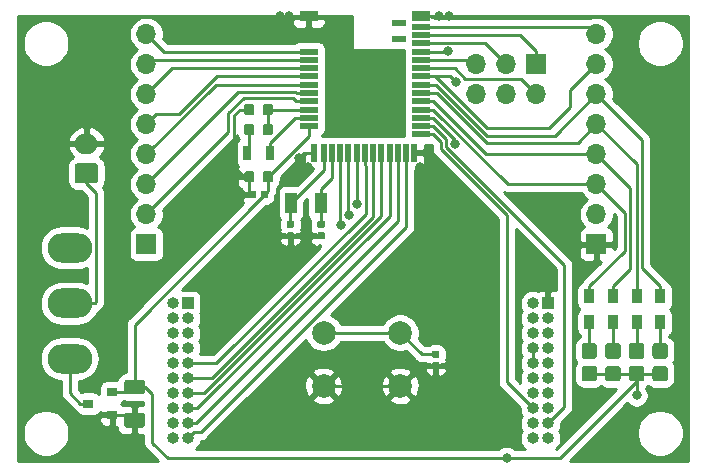
<source format=gtl>
G04 #@! TF.GenerationSoftware,KiCad,Pcbnew,5.1.5-52549c5~84~ubuntu18.04.1*
G04 #@! TF.CreationDate,2019-12-20T17:40:03+05:30*
G04 #@! TF.ProjectId,senseble_rev1,73656e73-6562-46c6-955f-726576312e6b,rev?*
G04 #@! TF.SameCoordinates,Original*
G04 #@! TF.FileFunction,Copper,L1,Top*
G04 #@! TF.FilePolarity,Positive*
%FSLAX46Y46*%
G04 Gerber Fmt 4.6, Leading zero omitted, Abs format (unit mm)*
G04 Created by KiCad (PCBNEW 5.1.5-52549c5~84~ubuntu18.04.1) date 2019-12-20 17:40:03*
%MOMM*%
%LPD*%
G04 APERTURE LIST*
%ADD10R,0.900000X1.200000*%
%ADD11C,0.100000*%
%ADD12O,2.000000X1.700000*%
%ADD13R,1.700000X1.700000*%
%ADD14O,1.700000X1.700000*%
%ADD15R,1.000000X1.000000*%
%ADD16O,1.000000X1.000000*%
%ADD17R,0.700000X1.300000*%
%ADD18R,0.900000X0.800000*%
%ADD19C,2.000000*%
%ADD20O,3.800000X2.500000*%
%ADD21R,1.200000X0.500000*%
%ADD22R,1.600000X0.900000*%
%ADD23R,1.600000X0.500000*%
%ADD24R,0.500000X1.600000*%
%ADD25R,1.000000X1.800000*%
%ADD26C,0.800000*%
%ADD27C,0.250000*%
%ADD28C,0.254000*%
G04 APERTURE END LIST*
D10*
X55000000Y-36600000D03*
X55000000Y-34400000D03*
G04 #@! TA.AperFunction,ComponentPad*
D11*
G36*
X7194504Y-23151204D02*
G01*
X7218773Y-23154804D01*
X7242571Y-23160765D01*
X7265671Y-23169030D01*
X7287849Y-23179520D01*
X7308893Y-23192133D01*
X7328598Y-23206747D01*
X7346777Y-23223223D01*
X7363253Y-23241402D01*
X7377867Y-23261107D01*
X7390480Y-23282151D01*
X7400970Y-23304329D01*
X7409235Y-23327429D01*
X7415196Y-23351227D01*
X7418796Y-23375496D01*
X7420000Y-23400000D01*
X7420000Y-24600000D01*
X7418796Y-24624504D01*
X7415196Y-24648773D01*
X7409235Y-24672571D01*
X7400970Y-24695671D01*
X7390480Y-24717849D01*
X7377867Y-24738893D01*
X7363253Y-24758598D01*
X7346777Y-24776777D01*
X7328598Y-24793253D01*
X7308893Y-24807867D01*
X7287849Y-24820480D01*
X7265671Y-24830970D01*
X7242571Y-24839235D01*
X7218773Y-24845196D01*
X7194504Y-24848796D01*
X7170000Y-24850000D01*
X5670000Y-24850000D01*
X5645496Y-24848796D01*
X5621227Y-24845196D01*
X5597429Y-24839235D01*
X5574329Y-24830970D01*
X5552151Y-24820480D01*
X5531107Y-24807867D01*
X5511402Y-24793253D01*
X5493223Y-24776777D01*
X5476747Y-24758598D01*
X5462133Y-24738893D01*
X5449520Y-24717849D01*
X5439030Y-24695671D01*
X5430765Y-24672571D01*
X5424804Y-24648773D01*
X5421204Y-24624504D01*
X5420000Y-24600000D01*
X5420000Y-23400000D01*
X5421204Y-23375496D01*
X5424804Y-23351227D01*
X5430765Y-23327429D01*
X5439030Y-23304329D01*
X5449520Y-23282151D01*
X5462133Y-23261107D01*
X5476747Y-23241402D01*
X5493223Y-23223223D01*
X5511402Y-23206747D01*
X5531107Y-23192133D01*
X5552151Y-23179520D01*
X5574329Y-23169030D01*
X5597429Y-23160765D01*
X5621227Y-23154804D01*
X5645496Y-23151204D01*
X5670000Y-23150000D01*
X7170000Y-23150000D01*
X7194504Y-23151204D01*
G37*
G04 #@! TD.AperFunction*
D12*
X6420000Y-21500000D03*
G04 #@! TA.AperFunction,SMDPad,CuDef*
D11*
G36*
X22027691Y-18126053D02*
G01*
X22048926Y-18129203D01*
X22069750Y-18134419D01*
X22089962Y-18141651D01*
X22109368Y-18150830D01*
X22127781Y-18161866D01*
X22145024Y-18174654D01*
X22160930Y-18189070D01*
X22175346Y-18204976D01*
X22188134Y-18222219D01*
X22199170Y-18240632D01*
X22208349Y-18260038D01*
X22215581Y-18280250D01*
X22220797Y-18301074D01*
X22223947Y-18322309D01*
X22225000Y-18343750D01*
X22225000Y-18856250D01*
X22223947Y-18877691D01*
X22220797Y-18898926D01*
X22215581Y-18919750D01*
X22208349Y-18939962D01*
X22199170Y-18959368D01*
X22188134Y-18977781D01*
X22175346Y-18995024D01*
X22160930Y-19010930D01*
X22145024Y-19025346D01*
X22127781Y-19038134D01*
X22109368Y-19049170D01*
X22089962Y-19058349D01*
X22069750Y-19065581D01*
X22048926Y-19070797D01*
X22027691Y-19073947D01*
X22006250Y-19075000D01*
X21568750Y-19075000D01*
X21547309Y-19073947D01*
X21526074Y-19070797D01*
X21505250Y-19065581D01*
X21485038Y-19058349D01*
X21465632Y-19049170D01*
X21447219Y-19038134D01*
X21429976Y-19025346D01*
X21414070Y-19010930D01*
X21399654Y-18995024D01*
X21386866Y-18977781D01*
X21375830Y-18959368D01*
X21366651Y-18939962D01*
X21359419Y-18919750D01*
X21354203Y-18898926D01*
X21351053Y-18877691D01*
X21350000Y-18856250D01*
X21350000Y-18343750D01*
X21351053Y-18322309D01*
X21354203Y-18301074D01*
X21359419Y-18280250D01*
X21366651Y-18260038D01*
X21375830Y-18240632D01*
X21386866Y-18222219D01*
X21399654Y-18204976D01*
X21414070Y-18189070D01*
X21429976Y-18174654D01*
X21447219Y-18161866D01*
X21465632Y-18150830D01*
X21485038Y-18141651D01*
X21505250Y-18134419D01*
X21526074Y-18129203D01*
X21547309Y-18126053D01*
X21568750Y-18125000D01*
X22006250Y-18125000D01*
X22027691Y-18126053D01*
G37*
G04 #@! TD.AperFunction*
G04 #@! TA.AperFunction,SMDPad,CuDef*
G36*
X20452691Y-18126053D02*
G01*
X20473926Y-18129203D01*
X20494750Y-18134419D01*
X20514962Y-18141651D01*
X20534368Y-18150830D01*
X20552781Y-18161866D01*
X20570024Y-18174654D01*
X20585930Y-18189070D01*
X20600346Y-18204976D01*
X20613134Y-18222219D01*
X20624170Y-18240632D01*
X20633349Y-18260038D01*
X20640581Y-18280250D01*
X20645797Y-18301074D01*
X20648947Y-18322309D01*
X20650000Y-18343750D01*
X20650000Y-18856250D01*
X20648947Y-18877691D01*
X20645797Y-18898926D01*
X20640581Y-18919750D01*
X20633349Y-18939962D01*
X20624170Y-18959368D01*
X20613134Y-18977781D01*
X20600346Y-18995024D01*
X20585930Y-19010930D01*
X20570024Y-19025346D01*
X20552781Y-19038134D01*
X20534368Y-19049170D01*
X20514962Y-19058349D01*
X20494750Y-19065581D01*
X20473926Y-19070797D01*
X20452691Y-19073947D01*
X20431250Y-19075000D01*
X19993750Y-19075000D01*
X19972309Y-19073947D01*
X19951074Y-19070797D01*
X19930250Y-19065581D01*
X19910038Y-19058349D01*
X19890632Y-19049170D01*
X19872219Y-19038134D01*
X19854976Y-19025346D01*
X19839070Y-19010930D01*
X19824654Y-18995024D01*
X19811866Y-18977781D01*
X19800830Y-18959368D01*
X19791651Y-18939962D01*
X19784419Y-18919750D01*
X19779203Y-18898926D01*
X19776053Y-18877691D01*
X19775000Y-18856250D01*
X19775000Y-18343750D01*
X19776053Y-18322309D01*
X19779203Y-18301074D01*
X19784419Y-18280250D01*
X19791651Y-18260038D01*
X19800830Y-18240632D01*
X19811866Y-18222219D01*
X19824654Y-18204976D01*
X19839070Y-18189070D01*
X19854976Y-18174654D01*
X19872219Y-18161866D01*
X19890632Y-18150830D01*
X19910038Y-18141651D01*
X19930250Y-18134419D01*
X19951074Y-18129203D01*
X19972309Y-18126053D01*
X19993750Y-18125000D01*
X20431250Y-18125000D01*
X20452691Y-18126053D01*
G37*
G04 #@! TD.AperFunction*
G04 #@! TA.AperFunction,SMDPad,CuDef*
G36*
X11149504Y-41476204D02*
G01*
X11173773Y-41479804D01*
X11197571Y-41485765D01*
X11220671Y-41494030D01*
X11242849Y-41504520D01*
X11263893Y-41517133D01*
X11283598Y-41531747D01*
X11301777Y-41548223D01*
X11318253Y-41566402D01*
X11332867Y-41586107D01*
X11345480Y-41607151D01*
X11355970Y-41629329D01*
X11364235Y-41652429D01*
X11370196Y-41676227D01*
X11373796Y-41700496D01*
X11375000Y-41725000D01*
X11375000Y-42475000D01*
X11373796Y-42499504D01*
X11370196Y-42523773D01*
X11364235Y-42547571D01*
X11355970Y-42570671D01*
X11345480Y-42592849D01*
X11332867Y-42613893D01*
X11318253Y-42633598D01*
X11301777Y-42651777D01*
X11283598Y-42668253D01*
X11263893Y-42682867D01*
X11242849Y-42695480D01*
X11220671Y-42705970D01*
X11197571Y-42714235D01*
X11173773Y-42720196D01*
X11149504Y-42723796D01*
X11125000Y-42725000D01*
X9875000Y-42725000D01*
X9850496Y-42723796D01*
X9826227Y-42720196D01*
X9802429Y-42714235D01*
X9779329Y-42705970D01*
X9757151Y-42695480D01*
X9736107Y-42682867D01*
X9716402Y-42668253D01*
X9698223Y-42651777D01*
X9681747Y-42633598D01*
X9667133Y-42613893D01*
X9654520Y-42592849D01*
X9644030Y-42570671D01*
X9635765Y-42547571D01*
X9629804Y-42523773D01*
X9626204Y-42499504D01*
X9625000Y-42475000D01*
X9625000Y-41725000D01*
X9626204Y-41700496D01*
X9629804Y-41676227D01*
X9635765Y-41652429D01*
X9644030Y-41629329D01*
X9654520Y-41607151D01*
X9667133Y-41586107D01*
X9681747Y-41566402D01*
X9698223Y-41548223D01*
X9716402Y-41531747D01*
X9736107Y-41517133D01*
X9757151Y-41504520D01*
X9779329Y-41494030D01*
X9802429Y-41485765D01*
X9826227Y-41479804D01*
X9850496Y-41476204D01*
X9875000Y-41475000D01*
X11125000Y-41475000D01*
X11149504Y-41476204D01*
G37*
G04 #@! TD.AperFunction*
G04 #@! TA.AperFunction,SMDPad,CuDef*
G36*
X11149504Y-44276204D02*
G01*
X11173773Y-44279804D01*
X11197571Y-44285765D01*
X11220671Y-44294030D01*
X11242849Y-44304520D01*
X11263893Y-44317133D01*
X11283598Y-44331747D01*
X11301777Y-44348223D01*
X11318253Y-44366402D01*
X11332867Y-44386107D01*
X11345480Y-44407151D01*
X11355970Y-44429329D01*
X11364235Y-44452429D01*
X11370196Y-44476227D01*
X11373796Y-44500496D01*
X11375000Y-44525000D01*
X11375000Y-45275000D01*
X11373796Y-45299504D01*
X11370196Y-45323773D01*
X11364235Y-45347571D01*
X11355970Y-45370671D01*
X11345480Y-45392849D01*
X11332867Y-45413893D01*
X11318253Y-45433598D01*
X11301777Y-45451777D01*
X11283598Y-45468253D01*
X11263893Y-45482867D01*
X11242849Y-45495480D01*
X11220671Y-45505970D01*
X11197571Y-45514235D01*
X11173773Y-45520196D01*
X11149504Y-45523796D01*
X11125000Y-45525000D01*
X9875000Y-45525000D01*
X9850496Y-45523796D01*
X9826227Y-45520196D01*
X9802429Y-45514235D01*
X9779329Y-45505970D01*
X9757151Y-45495480D01*
X9736107Y-45482867D01*
X9716402Y-45468253D01*
X9698223Y-45451777D01*
X9681747Y-45433598D01*
X9667133Y-45413893D01*
X9654520Y-45392849D01*
X9644030Y-45370671D01*
X9635765Y-45347571D01*
X9629804Y-45323773D01*
X9626204Y-45299504D01*
X9625000Y-45275000D01*
X9625000Y-44525000D01*
X9626204Y-44500496D01*
X9629804Y-44476227D01*
X9635765Y-44452429D01*
X9644030Y-44429329D01*
X9654520Y-44407151D01*
X9667133Y-44386107D01*
X9681747Y-44366402D01*
X9698223Y-44348223D01*
X9716402Y-44331747D01*
X9736107Y-44317133D01*
X9757151Y-44304520D01*
X9779329Y-44294030D01*
X9802429Y-44285765D01*
X9826227Y-44279804D01*
X9850496Y-44276204D01*
X9875000Y-44275000D01*
X11125000Y-44275000D01*
X11149504Y-44276204D01*
G37*
G04 #@! TD.AperFunction*
G04 #@! TA.AperFunction,SMDPad,CuDef*
G36*
X20452691Y-23826053D02*
G01*
X20473926Y-23829203D01*
X20494750Y-23834419D01*
X20514962Y-23841651D01*
X20534368Y-23850830D01*
X20552781Y-23861866D01*
X20570024Y-23874654D01*
X20585930Y-23889070D01*
X20600346Y-23904976D01*
X20613134Y-23922219D01*
X20624170Y-23940632D01*
X20633349Y-23960038D01*
X20640581Y-23980250D01*
X20645797Y-24001074D01*
X20648947Y-24022309D01*
X20650000Y-24043750D01*
X20650000Y-24556250D01*
X20648947Y-24577691D01*
X20645797Y-24598926D01*
X20640581Y-24619750D01*
X20633349Y-24639962D01*
X20624170Y-24659368D01*
X20613134Y-24677781D01*
X20600346Y-24695024D01*
X20585930Y-24710930D01*
X20570024Y-24725346D01*
X20552781Y-24738134D01*
X20534368Y-24749170D01*
X20514962Y-24758349D01*
X20494750Y-24765581D01*
X20473926Y-24770797D01*
X20452691Y-24773947D01*
X20431250Y-24775000D01*
X19993750Y-24775000D01*
X19972309Y-24773947D01*
X19951074Y-24770797D01*
X19930250Y-24765581D01*
X19910038Y-24758349D01*
X19890632Y-24749170D01*
X19872219Y-24738134D01*
X19854976Y-24725346D01*
X19839070Y-24710930D01*
X19824654Y-24695024D01*
X19811866Y-24677781D01*
X19800830Y-24659368D01*
X19791651Y-24639962D01*
X19784419Y-24619750D01*
X19779203Y-24598926D01*
X19776053Y-24577691D01*
X19775000Y-24556250D01*
X19775000Y-24043750D01*
X19776053Y-24022309D01*
X19779203Y-24001074D01*
X19784419Y-23980250D01*
X19791651Y-23960038D01*
X19800830Y-23940632D01*
X19811866Y-23922219D01*
X19824654Y-23904976D01*
X19839070Y-23889070D01*
X19854976Y-23874654D01*
X19872219Y-23861866D01*
X19890632Y-23850830D01*
X19910038Y-23841651D01*
X19930250Y-23834419D01*
X19951074Y-23829203D01*
X19972309Y-23826053D01*
X19993750Y-23825000D01*
X20431250Y-23825000D01*
X20452691Y-23826053D01*
G37*
G04 #@! TD.AperFunction*
G04 #@! TA.AperFunction,SMDPad,CuDef*
G36*
X22027691Y-23826053D02*
G01*
X22048926Y-23829203D01*
X22069750Y-23834419D01*
X22089962Y-23841651D01*
X22109368Y-23850830D01*
X22127781Y-23861866D01*
X22145024Y-23874654D01*
X22160930Y-23889070D01*
X22175346Y-23904976D01*
X22188134Y-23922219D01*
X22199170Y-23940632D01*
X22208349Y-23960038D01*
X22215581Y-23980250D01*
X22220797Y-24001074D01*
X22223947Y-24022309D01*
X22225000Y-24043750D01*
X22225000Y-24556250D01*
X22223947Y-24577691D01*
X22220797Y-24598926D01*
X22215581Y-24619750D01*
X22208349Y-24639962D01*
X22199170Y-24659368D01*
X22188134Y-24677781D01*
X22175346Y-24695024D01*
X22160930Y-24710930D01*
X22145024Y-24725346D01*
X22127781Y-24738134D01*
X22109368Y-24749170D01*
X22089962Y-24758349D01*
X22069750Y-24765581D01*
X22048926Y-24770797D01*
X22027691Y-24773947D01*
X22006250Y-24775000D01*
X21568750Y-24775000D01*
X21547309Y-24773947D01*
X21526074Y-24770797D01*
X21505250Y-24765581D01*
X21485038Y-24758349D01*
X21465632Y-24749170D01*
X21447219Y-24738134D01*
X21429976Y-24725346D01*
X21414070Y-24710930D01*
X21399654Y-24695024D01*
X21386866Y-24677781D01*
X21375830Y-24659368D01*
X21366651Y-24639962D01*
X21359419Y-24619750D01*
X21354203Y-24598926D01*
X21351053Y-24577691D01*
X21350000Y-24556250D01*
X21350000Y-24043750D01*
X21351053Y-24022309D01*
X21354203Y-24001074D01*
X21359419Y-23980250D01*
X21366651Y-23960038D01*
X21375830Y-23940632D01*
X21386866Y-23922219D01*
X21399654Y-23904976D01*
X21414070Y-23889070D01*
X21429976Y-23874654D01*
X21447219Y-23861866D01*
X21465632Y-23850830D01*
X21485038Y-23841651D01*
X21505250Y-23834419D01*
X21526074Y-23829203D01*
X21547309Y-23826053D01*
X21568750Y-23825000D01*
X22006250Y-23825000D01*
X22027691Y-23826053D01*
G37*
G04 #@! TD.AperFunction*
G04 #@! TA.AperFunction,SMDPad,CuDef*
G36*
X23886958Y-28990710D02*
G01*
X23901276Y-28992834D01*
X23915317Y-28996351D01*
X23928946Y-29001228D01*
X23942031Y-29007417D01*
X23954447Y-29014858D01*
X23966073Y-29023481D01*
X23976798Y-29033202D01*
X23986519Y-29043927D01*
X23995142Y-29055553D01*
X24002583Y-29067969D01*
X24008772Y-29081054D01*
X24013649Y-29094683D01*
X24017166Y-29108724D01*
X24019290Y-29123042D01*
X24020000Y-29137500D01*
X24020000Y-29432500D01*
X24019290Y-29446958D01*
X24017166Y-29461276D01*
X24013649Y-29475317D01*
X24008772Y-29488946D01*
X24002583Y-29502031D01*
X23995142Y-29514447D01*
X23986519Y-29526073D01*
X23976798Y-29536798D01*
X23966073Y-29546519D01*
X23954447Y-29555142D01*
X23942031Y-29562583D01*
X23928946Y-29568772D01*
X23915317Y-29573649D01*
X23901276Y-29577166D01*
X23886958Y-29579290D01*
X23872500Y-29580000D01*
X23527500Y-29580000D01*
X23513042Y-29579290D01*
X23498724Y-29577166D01*
X23484683Y-29573649D01*
X23471054Y-29568772D01*
X23457969Y-29562583D01*
X23445553Y-29555142D01*
X23433927Y-29546519D01*
X23423202Y-29536798D01*
X23413481Y-29526073D01*
X23404858Y-29514447D01*
X23397417Y-29502031D01*
X23391228Y-29488946D01*
X23386351Y-29475317D01*
X23382834Y-29461276D01*
X23380710Y-29446958D01*
X23380000Y-29432500D01*
X23380000Y-29137500D01*
X23380710Y-29123042D01*
X23382834Y-29108724D01*
X23386351Y-29094683D01*
X23391228Y-29081054D01*
X23397417Y-29067969D01*
X23404858Y-29055553D01*
X23413481Y-29043927D01*
X23423202Y-29033202D01*
X23433927Y-29023481D01*
X23445553Y-29014858D01*
X23457969Y-29007417D01*
X23471054Y-29001228D01*
X23484683Y-28996351D01*
X23498724Y-28992834D01*
X23513042Y-28990710D01*
X23527500Y-28990000D01*
X23872500Y-28990000D01*
X23886958Y-28990710D01*
G37*
G04 #@! TD.AperFunction*
G04 #@! TA.AperFunction,SMDPad,CuDef*
G36*
X23886958Y-28020710D02*
G01*
X23901276Y-28022834D01*
X23915317Y-28026351D01*
X23928946Y-28031228D01*
X23942031Y-28037417D01*
X23954447Y-28044858D01*
X23966073Y-28053481D01*
X23976798Y-28063202D01*
X23986519Y-28073927D01*
X23995142Y-28085553D01*
X24002583Y-28097969D01*
X24008772Y-28111054D01*
X24013649Y-28124683D01*
X24017166Y-28138724D01*
X24019290Y-28153042D01*
X24020000Y-28167500D01*
X24020000Y-28462500D01*
X24019290Y-28476958D01*
X24017166Y-28491276D01*
X24013649Y-28505317D01*
X24008772Y-28518946D01*
X24002583Y-28532031D01*
X23995142Y-28544447D01*
X23986519Y-28556073D01*
X23976798Y-28566798D01*
X23966073Y-28576519D01*
X23954447Y-28585142D01*
X23942031Y-28592583D01*
X23928946Y-28598772D01*
X23915317Y-28603649D01*
X23901276Y-28607166D01*
X23886958Y-28609290D01*
X23872500Y-28610000D01*
X23527500Y-28610000D01*
X23513042Y-28609290D01*
X23498724Y-28607166D01*
X23484683Y-28603649D01*
X23471054Y-28598772D01*
X23457969Y-28592583D01*
X23445553Y-28585142D01*
X23433927Y-28576519D01*
X23423202Y-28566798D01*
X23413481Y-28556073D01*
X23404858Y-28544447D01*
X23397417Y-28532031D01*
X23391228Y-28518946D01*
X23386351Y-28505317D01*
X23382834Y-28491276D01*
X23380710Y-28476958D01*
X23380000Y-28462500D01*
X23380000Y-28167500D01*
X23380710Y-28153042D01*
X23382834Y-28138724D01*
X23386351Y-28124683D01*
X23391228Y-28111054D01*
X23397417Y-28097969D01*
X23404858Y-28085553D01*
X23413481Y-28073927D01*
X23423202Y-28063202D01*
X23433927Y-28053481D01*
X23445553Y-28044858D01*
X23457969Y-28037417D01*
X23471054Y-28031228D01*
X23484683Y-28026351D01*
X23498724Y-28022834D01*
X23513042Y-28020710D01*
X23527500Y-28020000D01*
X23872500Y-28020000D01*
X23886958Y-28020710D01*
G37*
G04 #@! TD.AperFunction*
G04 #@! TA.AperFunction,SMDPad,CuDef*
G36*
X21646958Y-25480710D02*
G01*
X21661276Y-25482834D01*
X21675317Y-25486351D01*
X21688946Y-25491228D01*
X21702031Y-25497417D01*
X21714447Y-25504858D01*
X21726073Y-25513481D01*
X21736798Y-25523202D01*
X21746519Y-25533927D01*
X21755142Y-25545553D01*
X21762583Y-25557969D01*
X21768772Y-25571054D01*
X21773649Y-25584683D01*
X21777166Y-25598724D01*
X21779290Y-25613042D01*
X21780000Y-25627500D01*
X21780000Y-25972500D01*
X21779290Y-25986958D01*
X21777166Y-26001276D01*
X21773649Y-26015317D01*
X21768772Y-26028946D01*
X21762583Y-26042031D01*
X21755142Y-26054447D01*
X21746519Y-26066073D01*
X21736798Y-26076798D01*
X21726073Y-26086519D01*
X21714447Y-26095142D01*
X21702031Y-26102583D01*
X21688946Y-26108772D01*
X21675317Y-26113649D01*
X21661276Y-26117166D01*
X21646958Y-26119290D01*
X21632500Y-26120000D01*
X21337500Y-26120000D01*
X21323042Y-26119290D01*
X21308724Y-26117166D01*
X21294683Y-26113649D01*
X21281054Y-26108772D01*
X21267969Y-26102583D01*
X21255553Y-26095142D01*
X21243927Y-26086519D01*
X21233202Y-26076798D01*
X21223481Y-26066073D01*
X21214858Y-26054447D01*
X21207417Y-26042031D01*
X21201228Y-26028946D01*
X21196351Y-26015317D01*
X21192834Y-26001276D01*
X21190710Y-25986958D01*
X21190000Y-25972500D01*
X21190000Y-25627500D01*
X21190710Y-25613042D01*
X21192834Y-25598724D01*
X21196351Y-25584683D01*
X21201228Y-25571054D01*
X21207417Y-25557969D01*
X21214858Y-25545553D01*
X21223481Y-25533927D01*
X21233202Y-25523202D01*
X21243927Y-25513481D01*
X21255553Y-25504858D01*
X21267969Y-25497417D01*
X21281054Y-25491228D01*
X21294683Y-25486351D01*
X21308724Y-25482834D01*
X21323042Y-25480710D01*
X21337500Y-25480000D01*
X21632500Y-25480000D01*
X21646958Y-25480710D01*
G37*
G04 #@! TD.AperFunction*
G04 #@! TA.AperFunction,SMDPad,CuDef*
G36*
X20676958Y-25480710D02*
G01*
X20691276Y-25482834D01*
X20705317Y-25486351D01*
X20718946Y-25491228D01*
X20732031Y-25497417D01*
X20744447Y-25504858D01*
X20756073Y-25513481D01*
X20766798Y-25523202D01*
X20776519Y-25533927D01*
X20785142Y-25545553D01*
X20792583Y-25557969D01*
X20798772Y-25571054D01*
X20803649Y-25584683D01*
X20807166Y-25598724D01*
X20809290Y-25613042D01*
X20810000Y-25627500D01*
X20810000Y-25972500D01*
X20809290Y-25986958D01*
X20807166Y-26001276D01*
X20803649Y-26015317D01*
X20798772Y-26028946D01*
X20792583Y-26042031D01*
X20785142Y-26054447D01*
X20776519Y-26066073D01*
X20766798Y-26076798D01*
X20756073Y-26086519D01*
X20744447Y-26095142D01*
X20732031Y-26102583D01*
X20718946Y-26108772D01*
X20705317Y-26113649D01*
X20691276Y-26117166D01*
X20676958Y-26119290D01*
X20662500Y-26120000D01*
X20367500Y-26120000D01*
X20353042Y-26119290D01*
X20338724Y-26117166D01*
X20324683Y-26113649D01*
X20311054Y-26108772D01*
X20297969Y-26102583D01*
X20285553Y-26095142D01*
X20273927Y-26086519D01*
X20263202Y-26076798D01*
X20253481Y-26066073D01*
X20244858Y-26054447D01*
X20237417Y-26042031D01*
X20231228Y-26028946D01*
X20226351Y-26015317D01*
X20222834Y-26001276D01*
X20220710Y-25986958D01*
X20220000Y-25972500D01*
X20220000Y-25627500D01*
X20220710Y-25613042D01*
X20222834Y-25598724D01*
X20226351Y-25584683D01*
X20231228Y-25571054D01*
X20237417Y-25557969D01*
X20244858Y-25545553D01*
X20253481Y-25533927D01*
X20263202Y-25523202D01*
X20273927Y-25513481D01*
X20285553Y-25504858D01*
X20297969Y-25497417D01*
X20311054Y-25491228D01*
X20324683Y-25486351D01*
X20338724Y-25482834D01*
X20353042Y-25480710D01*
X20367500Y-25480000D01*
X20662500Y-25480000D01*
X20676958Y-25480710D01*
G37*
G04 #@! TD.AperFunction*
G04 #@! TA.AperFunction,SMDPad,CuDef*
G36*
X26486958Y-28020710D02*
G01*
X26501276Y-28022834D01*
X26515317Y-28026351D01*
X26528946Y-28031228D01*
X26542031Y-28037417D01*
X26554447Y-28044858D01*
X26566073Y-28053481D01*
X26576798Y-28063202D01*
X26586519Y-28073927D01*
X26595142Y-28085553D01*
X26602583Y-28097969D01*
X26608772Y-28111054D01*
X26613649Y-28124683D01*
X26617166Y-28138724D01*
X26619290Y-28153042D01*
X26620000Y-28167500D01*
X26620000Y-28462500D01*
X26619290Y-28476958D01*
X26617166Y-28491276D01*
X26613649Y-28505317D01*
X26608772Y-28518946D01*
X26602583Y-28532031D01*
X26595142Y-28544447D01*
X26586519Y-28556073D01*
X26576798Y-28566798D01*
X26566073Y-28576519D01*
X26554447Y-28585142D01*
X26542031Y-28592583D01*
X26528946Y-28598772D01*
X26515317Y-28603649D01*
X26501276Y-28607166D01*
X26486958Y-28609290D01*
X26472500Y-28610000D01*
X26127500Y-28610000D01*
X26113042Y-28609290D01*
X26098724Y-28607166D01*
X26084683Y-28603649D01*
X26071054Y-28598772D01*
X26057969Y-28592583D01*
X26045553Y-28585142D01*
X26033927Y-28576519D01*
X26023202Y-28566798D01*
X26013481Y-28556073D01*
X26004858Y-28544447D01*
X25997417Y-28532031D01*
X25991228Y-28518946D01*
X25986351Y-28505317D01*
X25982834Y-28491276D01*
X25980710Y-28476958D01*
X25980000Y-28462500D01*
X25980000Y-28167500D01*
X25980710Y-28153042D01*
X25982834Y-28138724D01*
X25986351Y-28124683D01*
X25991228Y-28111054D01*
X25997417Y-28097969D01*
X26004858Y-28085553D01*
X26013481Y-28073927D01*
X26023202Y-28063202D01*
X26033927Y-28053481D01*
X26045553Y-28044858D01*
X26057969Y-28037417D01*
X26071054Y-28031228D01*
X26084683Y-28026351D01*
X26098724Y-28022834D01*
X26113042Y-28020710D01*
X26127500Y-28020000D01*
X26472500Y-28020000D01*
X26486958Y-28020710D01*
G37*
G04 #@! TD.AperFunction*
G04 #@! TA.AperFunction,SMDPad,CuDef*
G36*
X26486958Y-28990710D02*
G01*
X26501276Y-28992834D01*
X26515317Y-28996351D01*
X26528946Y-29001228D01*
X26542031Y-29007417D01*
X26554447Y-29014858D01*
X26566073Y-29023481D01*
X26576798Y-29033202D01*
X26586519Y-29043927D01*
X26595142Y-29055553D01*
X26602583Y-29067969D01*
X26608772Y-29081054D01*
X26613649Y-29094683D01*
X26617166Y-29108724D01*
X26619290Y-29123042D01*
X26620000Y-29137500D01*
X26620000Y-29432500D01*
X26619290Y-29446958D01*
X26617166Y-29461276D01*
X26613649Y-29475317D01*
X26608772Y-29488946D01*
X26602583Y-29502031D01*
X26595142Y-29514447D01*
X26586519Y-29526073D01*
X26576798Y-29536798D01*
X26566073Y-29546519D01*
X26554447Y-29555142D01*
X26542031Y-29562583D01*
X26528946Y-29568772D01*
X26515317Y-29573649D01*
X26501276Y-29577166D01*
X26486958Y-29579290D01*
X26472500Y-29580000D01*
X26127500Y-29580000D01*
X26113042Y-29579290D01*
X26098724Y-29577166D01*
X26084683Y-29573649D01*
X26071054Y-29568772D01*
X26057969Y-29562583D01*
X26045553Y-29555142D01*
X26033927Y-29546519D01*
X26023202Y-29536798D01*
X26013481Y-29526073D01*
X26004858Y-29514447D01*
X25997417Y-29502031D01*
X25991228Y-29488946D01*
X25986351Y-29475317D01*
X25982834Y-29461276D01*
X25980710Y-29446958D01*
X25980000Y-29432500D01*
X25980000Y-29137500D01*
X25980710Y-29123042D01*
X25982834Y-29108724D01*
X25986351Y-29094683D01*
X25991228Y-29081054D01*
X25997417Y-29067969D01*
X26004858Y-29055553D01*
X26013481Y-29043927D01*
X26023202Y-29033202D01*
X26033927Y-29023481D01*
X26045553Y-29014858D01*
X26057969Y-29007417D01*
X26071054Y-29001228D01*
X26084683Y-28996351D01*
X26098724Y-28992834D01*
X26113042Y-28990710D01*
X26127500Y-28990000D01*
X26472500Y-28990000D01*
X26486958Y-28990710D01*
G37*
G04 #@! TD.AperFunction*
G04 #@! TA.AperFunction,SMDPad,CuDef*
G36*
X36186958Y-39990710D02*
G01*
X36201276Y-39992834D01*
X36215317Y-39996351D01*
X36228946Y-40001228D01*
X36242031Y-40007417D01*
X36254447Y-40014858D01*
X36266073Y-40023481D01*
X36276798Y-40033202D01*
X36286519Y-40043927D01*
X36295142Y-40055553D01*
X36302583Y-40067969D01*
X36308772Y-40081054D01*
X36313649Y-40094683D01*
X36317166Y-40108724D01*
X36319290Y-40123042D01*
X36320000Y-40137500D01*
X36320000Y-40432500D01*
X36319290Y-40446958D01*
X36317166Y-40461276D01*
X36313649Y-40475317D01*
X36308772Y-40488946D01*
X36302583Y-40502031D01*
X36295142Y-40514447D01*
X36286519Y-40526073D01*
X36276798Y-40536798D01*
X36266073Y-40546519D01*
X36254447Y-40555142D01*
X36242031Y-40562583D01*
X36228946Y-40568772D01*
X36215317Y-40573649D01*
X36201276Y-40577166D01*
X36186958Y-40579290D01*
X36172500Y-40580000D01*
X35827500Y-40580000D01*
X35813042Y-40579290D01*
X35798724Y-40577166D01*
X35784683Y-40573649D01*
X35771054Y-40568772D01*
X35757969Y-40562583D01*
X35745553Y-40555142D01*
X35733927Y-40546519D01*
X35723202Y-40536798D01*
X35713481Y-40526073D01*
X35704858Y-40514447D01*
X35697417Y-40502031D01*
X35691228Y-40488946D01*
X35686351Y-40475317D01*
X35682834Y-40461276D01*
X35680710Y-40446958D01*
X35680000Y-40432500D01*
X35680000Y-40137500D01*
X35680710Y-40123042D01*
X35682834Y-40108724D01*
X35686351Y-40094683D01*
X35691228Y-40081054D01*
X35697417Y-40067969D01*
X35704858Y-40055553D01*
X35713481Y-40043927D01*
X35723202Y-40033202D01*
X35733927Y-40023481D01*
X35745553Y-40014858D01*
X35757969Y-40007417D01*
X35771054Y-40001228D01*
X35784683Y-39996351D01*
X35798724Y-39992834D01*
X35813042Y-39990710D01*
X35827500Y-39990000D01*
X36172500Y-39990000D01*
X36186958Y-39990710D01*
G37*
G04 #@! TD.AperFunction*
G04 #@! TA.AperFunction,SMDPad,CuDef*
G36*
X36186958Y-39020710D02*
G01*
X36201276Y-39022834D01*
X36215317Y-39026351D01*
X36228946Y-39031228D01*
X36242031Y-39037417D01*
X36254447Y-39044858D01*
X36266073Y-39053481D01*
X36276798Y-39063202D01*
X36286519Y-39073927D01*
X36295142Y-39085553D01*
X36302583Y-39097969D01*
X36308772Y-39111054D01*
X36313649Y-39124683D01*
X36317166Y-39138724D01*
X36319290Y-39153042D01*
X36320000Y-39167500D01*
X36320000Y-39462500D01*
X36319290Y-39476958D01*
X36317166Y-39491276D01*
X36313649Y-39505317D01*
X36308772Y-39518946D01*
X36302583Y-39532031D01*
X36295142Y-39544447D01*
X36286519Y-39556073D01*
X36276798Y-39566798D01*
X36266073Y-39576519D01*
X36254447Y-39585142D01*
X36242031Y-39592583D01*
X36228946Y-39598772D01*
X36215317Y-39603649D01*
X36201276Y-39607166D01*
X36186958Y-39609290D01*
X36172500Y-39610000D01*
X35827500Y-39610000D01*
X35813042Y-39609290D01*
X35798724Y-39607166D01*
X35784683Y-39603649D01*
X35771054Y-39598772D01*
X35757969Y-39592583D01*
X35745553Y-39585142D01*
X35733927Y-39576519D01*
X35723202Y-39566798D01*
X35713481Y-39556073D01*
X35704858Y-39544447D01*
X35697417Y-39532031D01*
X35691228Y-39518946D01*
X35686351Y-39505317D01*
X35682834Y-39491276D01*
X35680710Y-39476958D01*
X35680000Y-39462500D01*
X35680000Y-39167500D01*
X35680710Y-39153042D01*
X35682834Y-39138724D01*
X35686351Y-39124683D01*
X35691228Y-39111054D01*
X35697417Y-39097969D01*
X35704858Y-39085553D01*
X35713481Y-39073927D01*
X35723202Y-39063202D01*
X35733927Y-39053481D01*
X35745553Y-39044858D01*
X35757969Y-39037417D01*
X35771054Y-39031228D01*
X35784683Y-39026351D01*
X35798724Y-39022834D01*
X35813042Y-39020710D01*
X35827500Y-39020000D01*
X36172500Y-39020000D01*
X36186958Y-39020710D01*
G37*
G04 #@! TD.AperFunction*
G04 #@! TA.AperFunction,SMDPad,CuDef*
G36*
X53424504Y-40301204D02*
G01*
X53448773Y-40304804D01*
X53472571Y-40310765D01*
X53495671Y-40319030D01*
X53517849Y-40329520D01*
X53538893Y-40342133D01*
X53558598Y-40356747D01*
X53576777Y-40373223D01*
X53593253Y-40391402D01*
X53607867Y-40411107D01*
X53620480Y-40432151D01*
X53630970Y-40454329D01*
X53639235Y-40477429D01*
X53645196Y-40501227D01*
X53648796Y-40525496D01*
X53650000Y-40550000D01*
X53650000Y-41375000D01*
X53648796Y-41399504D01*
X53645196Y-41423773D01*
X53639235Y-41447571D01*
X53630970Y-41470671D01*
X53620480Y-41492849D01*
X53607867Y-41513893D01*
X53593253Y-41533598D01*
X53576777Y-41551777D01*
X53558598Y-41568253D01*
X53538893Y-41582867D01*
X53517849Y-41595480D01*
X53495671Y-41605970D01*
X53472571Y-41614235D01*
X53448773Y-41620196D01*
X53424504Y-41623796D01*
X53400000Y-41625000D01*
X52600000Y-41625000D01*
X52575496Y-41623796D01*
X52551227Y-41620196D01*
X52527429Y-41614235D01*
X52504329Y-41605970D01*
X52482151Y-41595480D01*
X52461107Y-41582867D01*
X52441402Y-41568253D01*
X52423223Y-41551777D01*
X52406747Y-41533598D01*
X52392133Y-41513893D01*
X52379520Y-41492849D01*
X52369030Y-41470671D01*
X52360765Y-41447571D01*
X52354804Y-41423773D01*
X52351204Y-41399504D01*
X52350000Y-41375000D01*
X52350000Y-40550000D01*
X52351204Y-40525496D01*
X52354804Y-40501227D01*
X52360765Y-40477429D01*
X52369030Y-40454329D01*
X52379520Y-40432151D01*
X52392133Y-40411107D01*
X52406747Y-40391402D01*
X52423223Y-40373223D01*
X52441402Y-40356747D01*
X52461107Y-40342133D01*
X52482151Y-40329520D01*
X52504329Y-40319030D01*
X52527429Y-40310765D01*
X52551227Y-40304804D01*
X52575496Y-40301204D01*
X52600000Y-40300000D01*
X53400000Y-40300000D01*
X53424504Y-40301204D01*
G37*
G04 #@! TD.AperFunction*
G04 #@! TA.AperFunction,SMDPad,CuDef*
G36*
X53424504Y-38376204D02*
G01*
X53448773Y-38379804D01*
X53472571Y-38385765D01*
X53495671Y-38394030D01*
X53517849Y-38404520D01*
X53538893Y-38417133D01*
X53558598Y-38431747D01*
X53576777Y-38448223D01*
X53593253Y-38466402D01*
X53607867Y-38486107D01*
X53620480Y-38507151D01*
X53630970Y-38529329D01*
X53639235Y-38552429D01*
X53645196Y-38576227D01*
X53648796Y-38600496D01*
X53650000Y-38625000D01*
X53650000Y-39450000D01*
X53648796Y-39474504D01*
X53645196Y-39498773D01*
X53639235Y-39522571D01*
X53630970Y-39545671D01*
X53620480Y-39567849D01*
X53607867Y-39588893D01*
X53593253Y-39608598D01*
X53576777Y-39626777D01*
X53558598Y-39643253D01*
X53538893Y-39657867D01*
X53517849Y-39670480D01*
X53495671Y-39680970D01*
X53472571Y-39689235D01*
X53448773Y-39695196D01*
X53424504Y-39698796D01*
X53400000Y-39700000D01*
X52600000Y-39700000D01*
X52575496Y-39698796D01*
X52551227Y-39695196D01*
X52527429Y-39689235D01*
X52504329Y-39680970D01*
X52482151Y-39670480D01*
X52461107Y-39657867D01*
X52441402Y-39643253D01*
X52423223Y-39626777D01*
X52406747Y-39608598D01*
X52392133Y-39588893D01*
X52379520Y-39567849D01*
X52369030Y-39545671D01*
X52360765Y-39522571D01*
X52354804Y-39498773D01*
X52351204Y-39474504D01*
X52350000Y-39450000D01*
X52350000Y-38625000D01*
X52351204Y-38600496D01*
X52354804Y-38576227D01*
X52360765Y-38552429D01*
X52369030Y-38529329D01*
X52379520Y-38507151D01*
X52392133Y-38486107D01*
X52406747Y-38466402D01*
X52423223Y-38448223D01*
X52441402Y-38431747D01*
X52461107Y-38417133D01*
X52482151Y-38404520D01*
X52504329Y-38394030D01*
X52527429Y-38385765D01*
X52551227Y-38379804D01*
X52575496Y-38376204D01*
X52600000Y-38375000D01*
X53400000Y-38375000D01*
X53424504Y-38376204D01*
G37*
G04 #@! TD.AperFunction*
G04 #@! TA.AperFunction,SMDPad,CuDef*
G36*
X51424504Y-38376204D02*
G01*
X51448773Y-38379804D01*
X51472571Y-38385765D01*
X51495671Y-38394030D01*
X51517849Y-38404520D01*
X51538893Y-38417133D01*
X51558598Y-38431747D01*
X51576777Y-38448223D01*
X51593253Y-38466402D01*
X51607867Y-38486107D01*
X51620480Y-38507151D01*
X51630970Y-38529329D01*
X51639235Y-38552429D01*
X51645196Y-38576227D01*
X51648796Y-38600496D01*
X51650000Y-38625000D01*
X51650000Y-39450000D01*
X51648796Y-39474504D01*
X51645196Y-39498773D01*
X51639235Y-39522571D01*
X51630970Y-39545671D01*
X51620480Y-39567849D01*
X51607867Y-39588893D01*
X51593253Y-39608598D01*
X51576777Y-39626777D01*
X51558598Y-39643253D01*
X51538893Y-39657867D01*
X51517849Y-39670480D01*
X51495671Y-39680970D01*
X51472571Y-39689235D01*
X51448773Y-39695196D01*
X51424504Y-39698796D01*
X51400000Y-39700000D01*
X50600000Y-39700000D01*
X50575496Y-39698796D01*
X50551227Y-39695196D01*
X50527429Y-39689235D01*
X50504329Y-39680970D01*
X50482151Y-39670480D01*
X50461107Y-39657867D01*
X50441402Y-39643253D01*
X50423223Y-39626777D01*
X50406747Y-39608598D01*
X50392133Y-39588893D01*
X50379520Y-39567849D01*
X50369030Y-39545671D01*
X50360765Y-39522571D01*
X50354804Y-39498773D01*
X50351204Y-39474504D01*
X50350000Y-39450000D01*
X50350000Y-38625000D01*
X50351204Y-38600496D01*
X50354804Y-38576227D01*
X50360765Y-38552429D01*
X50369030Y-38529329D01*
X50379520Y-38507151D01*
X50392133Y-38486107D01*
X50406747Y-38466402D01*
X50423223Y-38448223D01*
X50441402Y-38431747D01*
X50461107Y-38417133D01*
X50482151Y-38404520D01*
X50504329Y-38394030D01*
X50527429Y-38385765D01*
X50551227Y-38379804D01*
X50575496Y-38376204D01*
X50600000Y-38375000D01*
X51400000Y-38375000D01*
X51424504Y-38376204D01*
G37*
G04 #@! TD.AperFunction*
G04 #@! TA.AperFunction,SMDPad,CuDef*
G36*
X51424504Y-40301204D02*
G01*
X51448773Y-40304804D01*
X51472571Y-40310765D01*
X51495671Y-40319030D01*
X51517849Y-40329520D01*
X51538893Y-40342133D01*
X51558598Y-40356747D01*
X51576777Y-40373223D01*
X51593253Y-40391402D01*
X51607867Y-40411107D01*
X51620480Y-40432151D01*
X51630970Y-40454329D01*
X51639235Y-40477429D01*
X51645196Y-40501227D01*
X51648796Y-40525496D01*
X51650000Y-40550000D01*
X51650000Y-41375000D01*
X51648796Y-41399504D01*
X51645196Y-41423773D01*
X51639235Y-41447571D01*
X51630970Y-41470671D01*
X51620480Y-41492849D01*
X51607867Y-41513893D01*
X51593253Y-41533598D01*
X51576777Y-41551777D01*
X51558598Y-41568253D01*
X51538893Y-41582867D01*
X51517849Y-41595480D01*
X51495671Y-41605970D01*
X51472571Y-41614235D01*
X51448773Y-41620196D01*
X51424504Y-41623796D01*
X51400000Y-41625000D01*
X50600000Y-41625000D01*
X50575496Y-41623796D01*
X50551227Y-41620196D01*
X50527429Y-41614235D01*
X50504329Y-41605970D01*
X50482151Y-41595480D01*
X50461107Y-41582867D01*
X50441402Y-41568253D01*
X50423223Y-41551777D01*
X50406747Y-41533598D01*
X50392133Y-41513893D01*
X50379520Y-41492849D01*
X50369030Y-41470671D01*
X50360765Y-41447571D01*
X50354804Y-41423773D01*
X50351204Y-41399504D01*
X50350000Y-41375000D01*
X50350000Y-40550000D01*
X50351204Y-40525496D01*
X50354804Y-40501227D01*
X50360765Y-40477429D01*
X50369030Y-40454329D01*
X50379520Y-40432151D01*
X50392133Y-40411107D01*
X50406747Y-40391402D01*
X50423223Y-40373223D01*
X50441402Y-40356747D01*
X50461107Y-40342133D01*
X50482151Y-40329520D01*
X50504329Y-40319030D01*
X50527429Y-40310765D01*
X50551227Y-40304804D01*
X50575496Y-40301204D01*
X50600000Y-40300000D01*
X51400000Y-40300000D01*
X51424504Y-40301204D01*
G37*
G04 #@! TD.AperFunction*
G04 #@! TA.AperFunction,SMDPad,CuDef*
G36*
X49424504Y-40301204D02*
G01*
X49448773Y-40304804D01*
X49472571Y-40310765D01*
X49495671Y-40319030D01*
X49517849Y-40329520D01*
X49538893Y-40342133D01*
X49558598Y-40356747D01*
X49576777Y-40373223D01*
X49593253Y-40391402D01*
X49607867Y-40411107D01*
X49620480Y-40432151D01*
X49630970Y-40454329D01*
X49639235Y-40477429D01*
X49645196Y-40501227D01*
X49648796Y-40525496D01*
X49650000Y-40550000D01*
X49650000Y-41375000D01*
X49648796Y-41399504D01*
X49645196Y-41423773D01*
X49639235Y-41447571D01*
X49630970Y-41470671D01*
X49620480Y-41492849D01*
X49607867Y-41513893D01*
X49593253Y-41533598D01*
X49576777Y-41551777D01*
X49558598Y-41568253D01*
X49538893Y-41582867D01*
X49517849Y-41595480D01*
X49495671Y-41605970D01*
X49472571Y-41614235D01*
X49448773Y-41620196D01*
X49424504Y-41623796D01*
X49400000Y-41625000D01*
X48600000Y-41625000D01*
X48575496Y-41623796D01*
X48551227Y-41620196D01*
X48527429Y-41614235D01*
X48504329Y-41605970D01*
X48482151Y-41595480D01*
X48461107Y-41582867D01*
X48441402Y-41568253D01*
X48423223Y-41551777D01*
X48406747Y-41533598D01*
X48392133Y-41513893D01*
X48379520Y-41492849D01*
X48369030Y-41470671D01*
X48360765Y-41447571D01*
X48354804Y-41423773D01*
X48351204Y-41399504D01*
X48350000Y-41375000D01*
X48350000Y-40550000D01*
X48351204Y-40525496D01*
X48354804Y-40501227D01*
X48360765Y-40477429D01*
X48369030Y-40454329D01*
X48379520Y-40432151D01*
X48392133Y-40411107D01*
X48406747Y-40391402D01*
X48423223Y-40373223D01*
X48441402Y-40356747D01*
X48461107Y-40342133D01*
X48482151Y-40329520D01*
X48504329Y-40319030D01*
X48527429Y-40310765D01*
X48551227Y-40304804D01*
X48575496Y-40301204D01*
X48600000Y-40300000D01*
X49400000Y-40300000D01*
X49424504Y-40301204D01*
G37*
G04 #@! TD.AperFunction*
G04 #@! TA.AperFunction,SMDPad,CuDef*
G36*
X49424504Y-38376204D02*
G01*
X49448773Y-38379804D01*
X49472571Y-38385765D01*
X49495671Y-38394030D01*
X49517849Y-38404520D01*
X49538893Y-38417133D01*
X49558598Y-38431747D01*
X49576777Y-38448223D01*
X49593253Y-38466402D01*
X49607867Y-38486107D01*
X49620480Y-38507151D01*
X49630970Y-38529329D01*
X49639235Y-38552429D01*
X49645196Y-38576227D01*
X49648796Y-38600496D01*
X49650000Y-38625000D01*
X49650000Y-39450000D01*
X49648796Y-39474504D01*
X49645196Y-39498773D01*
X49639235Y-39522571D01*
X49630970Y-39545671D01*
X49620480Y-39567849D01*
X49607867Y-39588893D01*
X49593253Y-39608598D01*
X49576777Y-39626777D01*
X49558598Y-39643253D01*
X49538893Y-39657867D01*
X49517849Y-39670480D01*
X49495671Y-39680970D01*
X49472571Y-39689235D01*
X49448773Y-39695196D01*
X49424504Y-39698796D01*
X49400000Y-39700000D01*
X48600000Y-39700000D01*
X48575496Y-39698796D01*
X48551227Y-39695196D01*
X48527429Y-39689235D01*
X48504329Y-39680970D01*
X48482151Y-39670480D01*
X48461107Y-39657867D01*
X48441402Y-39643253D01*
X48423223Y-39626777D01*
X48406747Y-39608598D01*
X48392133Y-39588893D01*
X48379520Y-39567849D01*
X48369030Y-39545671D01*
X48360765Y-39522571D01*
X48354804Y-39498773D01*
X48351204Y-39474504D01*
X48350000Y-39450000D01*
X48350000Y-38625000D01*
X48351204Y-38600496D01*
X48354804Y-38576227D01*
X48360765Y-38552429D01*
X48369030Y-38529329D01*
X48379520Y-38507151D01*
X48392133Y-38486107D01*
X48406747Y-38466402D01*
X48423223Y-38448223D01*
X48441402Y-38431747D01*
X48461107Y-38417133D01*
X48482151Y-38404520D01*
X48504329Y-38394030D01*
X48527429Y-38385765D01*
X48551227Y-38379804D01*
X48575496Y-38376204D01*
X48600000Y-38375000D01*
X49400000Y-38375000D01*
X49424504Y-38376204D01*
G37*
G04 #@! TD.AperFunction*
G04 #@! TA.AperFunction,SMDPad,CuDef*
G36*
X55424504Y-38376204D02*
G01*
X55448773Y-38379804D01*
X55472571Y-38385765D01*
X55495671Y-38394030D01*
X55517849Y-38404520D01*
X55538893Y-38417133D01*
X55558598Y-38431747D01*
X55576777Y-38448223D01*
X55593253Y-38466402D01*
X55607867Y-38486107D01*
X55620480Y-38507151D01*
X55630970Y-38529329D01*
X55639235Y-38552429D01*
X55645196Y-38576227D01*
X55648796Y-38600496D01*
X55650000Y-38625000D01*
X55650000Y-39450000D01*
X55648796Y-39474504D01*
X55645196Y-39498773D01*
X55639235Y-39522571D01*
X55630970Y-39545671D01*
X55620480Y-39567849D01*
X55607867Y-39588893D01*
X55593253Y-39608598D01*
X55576777Y-39626777D01*
X55558598Y-39643253D01*
X55538893Y-39657867D01*
X55517849Y-39670480D01*
X55495671Y-39680970D01*
X55472571Y-39689235D01*
X55448773Y-39695196D01*
X55424504Y-39698796D01*
X55400000Y-39700000D01*
X54600000Y-39700000D01*
X54575496Y-39698796D01*
X54551227Y-39695196D01*
X54527429Y-39689235D01*
X54504329Y-39680970D01*
X54482151Y-39670480D01*
X54461107Y-39657867D01*
X54441402Y-39643253D01*
X54423223Y-39626777D01*
X54406747Y-39608598D01*
X54392133Y-39588893D01*
X54379520Y-39567849D01*
X54369030Y-39545671D01*
X54360765Y-39522571D01*
X54354804Y-39498773D01*
X54351204Y-39474504D01*
X54350000Y-39450000D01*
X54350000Y-38625000D01*
X54351204Y-38600496D01*
X54354804Y-38576227D01*
X54360765Y-38552429D01*
X54369030Y-38529329D01*
X54379520Y-38507151D01*
X54392133Y-38486107D01*
X54406747Y-38466402D01*
X54423223Y-38448223D01*
X54441402Y-38431747D01*
X54461107Y-38417133D01*
X54482151Y-38404520D01*
X54504329Y-38394030D01*
X54527429Y-38385765D01*
X54551227Y-38379804D01*
X54575496Y-38376204D01*
X54600000Y-38375000D01*
X55400000Y-38375000D01*
X55424504Y-38376204D01*
G37*
G04 #@! TD.AperFunction*
G04 #@! TA.AperFunction,SMDPad,CuDef*
G36*
X55424504Y-40301204D02*
G01*
X55448773Y-40304804D01*
X55472571Y-40310765D01*
X55495671Y-40319030D01*
X55517849Y-40329520D01*
X55538893Y-40342133D01*
X55558598Y-40356747D01*
X55576777Y-40373223D01*
X55593253Y-40391402D01*
X55607867Y-40411107D01*
X55620480Y-40432151D01*
X55630970Y-40454329D01*
X55639235Y-40477429D01*
X55645196Y-40501227D01*
X55648796Y-40525496D01*
X55650000Y-40550000D01*
X55650000Y-41375000D01*
X55648796Y-41399504D01*
X55645196Y-41423773D01*
X55639235Y-41447571D01*
X55630970Y-41470671D01*
X55620480Y-41492849D01*
X55607867Y-41513893D01*
X55593253Y-41533598D01*
X55576777Y-41551777D01*
X55558598Y-41568253D01*
X55538893Y-41582867D01*
X55517849Y-41595480D01*
X55495671Y-41605970D01*
X55472571Y-41614235D01*
X55448773Y-41620196D01*
X55424504Y-41623796D01*
X55400000Y-41625000D01*
X54600000Y-41625000D01*
X54575496Y-41623796D01*
X54551227Y-41620196D01*
X54527429Y-41614235D01*
X54504329Y-41605970D01*
X54482151Y-41595480D01*
X54461107Y-41582867D01*
X54441402Y-41568253D01*
X54423223Y-41551777D01*
X54406747Y-41533598D01*
X54392133Y-41513893D01*
X54379520Y-41492849D01*
X54369030Y-41470671D01*
X54360765Y-41447571D01*
X54354804Y-41423773D01*
X54351204Y-41399504D01*
X54350000Y-41375000D01*
X54350000Y-40550000D01*
X54351204Y-40525496D01*
X54354804Y-40501227D01*
X54360765Y-40477429D01*
X54369030Y-40454329D01*
X54379520Y-40432151D01*
X54392133Y-40411107D01*
X54406747Y-40391402D01*
X54423223Y-40373223D01*
X54441402Y-40356747D01*
X54461107Y-40342133D01*
X54482151Y-40329520D01*
X54504329Y-40319030D01*
X54527429Y-40310765D01*
X54551227Y-40304804D01*
X54575496Y-40301204D01*
X54600000Y-40300000D01*
X55400000Y-40300000D01*
X55424504Y-40301204D01*
G37*
G04 #@! TD.AperFunction*
D13*
X11500000Y-30000000D03*
D14*
X11500000Y-27460000D03*
X11500000Y-24920000D03*
X11500000Y-22380000D03*
X11500000Y-19840000D03*
X11500000Y-17300000D03*
X11500000Y-14760000D03*
X11500000Y-12220000D03*
D13*
X44520000Y-14760000D03*
D14*
X44520000Y-17300000D03*
X41980000Y-14760000D03*
X41980000Y-17300000D03*
X39440000Y-14760000D03*
X39440000Y-17300000D03*
X49600000Y-12220000D03*
X49600000Y-14760000D03*
X49600000Y-17300000D03*
X49600000Y-19840000D03*
X49600000Y-22380000D03*
X49600000Y-24920000D03*
X49600000Y-27460000D03*
D13*
X49600000Y-30000000D03*
D15*
X15000000Y-35000000D03*
D16*
X13730000Y-35000000D03*
X15000000Y-36270000D03*
X13730000Y-36270000D03*
X15000000Y-37540000D03*
X13730000Y-37540000D03*
X15000000Y-38810000D03*
X13730000Y-38810000D03*
X15000000Y-40080000D03*
X13730000Y-40080000D03*
X15000000Y-41350000D03*
X13730000Y-41350000D03*
X15000000Y-42620000D03*
X13730000Y-42620000D03*
X15000000Y-43890000D03*
X13730000Y-43890000D03*
X15000000Y-45160000D03*
X13730000Y-45160000D03*
X15000000Y-46430000D03*
X13730000Y-46430000D03*
X44230000Y-46430000D03*
X45500000Y-46430000D03*
X44230000Y-45160000D03*
X45500000Y-45160000D03*
X44230000Y-43890000D03*
X45500000Y-43890000D03*
X44230000Y-42620000D03*
X45500000Y-42620000D03*
X44230000Y-41350000D03*
X45500000Y-41350000D03*
X44230000Y-40080000D03*
X45500000Y-40080000D03*
X44230000Y-38810000D03*
X45500000Y-38810000D03*
X44230000Y-37540000D03*
X45500000Y-37540000D03*
X44230000Y-36270000D03*
X45500000Y-36270000D03*
X44230000Y-35000000D03*
D15*
X45500000Y-35000000D03*
G04 #@! TA.AperFunction,SMDPad,CuDef*
D11*
G36*
X22027691Y-19826053D02*
G01*
X22048926Y-19829203D01*
X22069750Y-19834419D01*
X22089962Y-19841651D01*
X22109368Y-19850830D01*
X22127781Y-19861866D01*
X22145024Y-19874654D01*
X22160930Y-19889070D01*
X22175346Y-19904976D01*
X22188134Y-19922219D01*
X22199170Y-19940632D01*
X22208349Y-19960038D01*
X22215581Y-19980250D01*
X22220797Y-20001074D01*
X22223947Y-20022309D01*
X22225000Y-20043750D01*
X22225000Y-20556250D01*
X22223947Y-20577691D01*
X22220797Y-20598926D01*
X22215581Y-20619750D01*
X22208349Y-20639962D01*
X22199170Y-20659368D01*
X22188134Y-20677781D01*
X22175346Y-20695024D01*
X22160930Y-20710930D01*
X22145024Y-20725346D01*
X22127781Y-20738134D01*
X22109368Y-20749170D01*
X22089962Y-20758349D01*
X22069750Y-20765581D01*
X22048926Y-20770797D01*
X22027691Y-20773947D01*
X22006250Y-20775000D01*
X21568750Y-20775000D01*
X21547309Y-20773947D01*
X21526074Y-20770797D01*
X21505250Y-20765581D01*
X21485038Y-20758349D01*
X21465632Y-20749170D01*
X21447219Y-20738134D01*
X21429976Y-20725346D01*
X21414070Y-20710930D01*
X21399654Y-20695024D01*
X21386866Y-20677781D01*
X21375830Y-20659368D01*
X21366651Y-20639962D01*
X21359419Y-20619750D01*
X21354203Y-20598926D01*
X21351053Y-20577691D01*
X21350000Y-20556250D01*
X21350000Y-20043750D01*
X21351053Y-20022309D01*
X21354203Y-20001074D01*
X21359419Y-19980250D01*
X21366651Y-19960038D01*
X21375830Y-19940632D01*
X21386866Y-19922219D01*
X21399654Y-19904976D01*
X21414070Y-19889070D01*
X21429976Y-19874654D01*
X21447219Y-19861866D01*
X21465632Y-19850830D01*
X21485038Y-19841651D01*
X21505250Y-19834419D01*
X21526074Y-19829203D01*
X21547309Y-19826053D01*
X21568750Y-19825000D01*
X22006250Y-19825000D01*
X22027691Y-19826053D01*
G37*
G04 #@! TD.AperFunction*
G04 #@! TA.AperFunction,SMDPad,CuDef*
G36*
X20452691Y-19826053D02*
G01*
X20473926Y-19829203D01*
X20494750Y-19834419D01*
X20514962Y-19841651D01*
X20534368Y-19850830D01*
X20552781Y-19861866D01*
X20570024Y-19874654D01*
X20585930Y-19889070D01*
X20600346Y-19904976D01*
X20613134Y-19922219D01*
X20624170Y-19940632D01*
X20633349Y-19960038D01*
X20640581Y-19980250D01*
X20645797Y-20001074D01*
X20648947Y-20022309D01*
X20650000Y-20043750D01*
X20650000Y-20556250D01*
X20648947Y-20577691D01*
X20645797Y-20598926D01*
X20640581Y-20619750D01*
X20633349Y-20639962D01*
X20624170Y-20659368D01*
X20613134Y-20677781D01*
X20600346Y-20695024D01*
X20585930Y-20710930D01*
X20570024Y-20725346D01*
X20552781Y-20738134D01*
X20534368Y-20749170D01*
X20514962Y-20758349D01*
X20494750Y-20765581D01*
X20473926Y-20770797D01*
X20452691Y-20773947D01*
X20431250Y-20775000D01*
X19993750Y-20775000D01*
X19972309Y-20773947D01*
X19951074Y-20770797D01*
X19930250Y-20765581D01*
X19910038Y-20758349D01*
X19890632Y-20749170D01*
X19872219Y-20738134D01*
X19854976Y-20725346D01*
X19839070Y-20710930D01*
X19824654Y-20695024D01*
X19811866Y-20677781D01*
X19800830Y-20659368D01*
X19791651Y-20639962D01*
X19784419Y-20619750D01*
X19779203Y-20598926D01*
X19776053Y-20577691D01*
X19775000Y-20556250D01*
X19775000Y-20043750D01*
X19776053Y-20022309D01*
X19779203Y-20001074D01*
X19784419Y-19980250D01*
X19791651Y-19960038D01*
X19800830Y-19940632D01*
X19811866Y-19922219D01*
X19824654Y-19904976D01*
X19839070Y-19889070D01*
X19854976Y-19874654D01*
X19872219Y-19861866D01*
X19890632Y-19850830D01*
X19910038Y-19841651D01*
X19930250Y-19834419D01*
X19951074Y-19829203D01*
X19972309Y-19826053D01*
X19993750Y-19825000D01*
X20431250Y-19825000D01*
X20452691Y-19826053D01*
G37*
G04 #@! TD.AperFunction*
D17*
X20050000Y-22300000D03*
X21950000Y-22300000D03*
D18*
X8600000Y-44450000D03*
X8600000Y-42550000D03*
X6600000Y-43500000D03*
D10*
X53000000Y-34400000D03*
X53000000Y-36600000D03*
X51000000Y-36600000D03*
X51000000Y-34400000D03*
X49000000Y-34400000D03*
X49000000Y-36600000D03*
D19*
X33000000Y-37500000D03*
X33000000Y-42000000D03*
X26500000Y-37500000D03*
X26500000Y-42000000D03*
D20*
X5000000Y-30300000D03*
X5000000Y-35000000D03*
X5000000Y-39700000D03*
D21*
X32900000Y-12650000D03*
X32900000Y-11250000D03*
D22*
X34750000Y-10700000D03*
D23*
X34750000Y-11600000D03*
X34750000Y-12300000D03*
X34750000Y-13000000D03*
X34750000Y-13700000D03*
X34750000Y-14400000D03*
X34750000Y-15100000D03*
X34750000Y-15800000D03*
X34750000Y-16500000D03*
X34750000Y-17200000D03*
X34750000Y-17900000D03*
X34750000Y-18600000D03*
X34750000Y-19300000D03*
X34750000Y-20000000D03*
X34750000Y-20700000D03*
D24*
X34200000Y-22250000D03*
X33500000Y-22250000D03*
X32800000Y-22250000D03*
X32100000Y-22250000D03*
X31400000Y-22250000D03*
X30700000Y-22250000D03*
X30000000Y-22250000D03*
X29300000Y-22250000D03*
X28600000Y-22250000D03*
X27900000Y-22250000D03*
X27200000Y-22250000D03*
X26500000Y-22250000D03*
D23*
X25250000Y-20000000D03*
X25250000Y-19300000D03*
X25250000Y-18600000D03*
X25250000Y-17900000D03*
X25250000Y-17200000D03*
X25250000Y-16500000D03*
X25250000Y-15800000D03*
X25250000Y-15100000D03*
X25250000Y-14400000D03*
D22*
X25250000Y-10700000D03*
D23*
X25250000Y-13700000D03*
D24*
X25700000Y-22250000D03*
D25*
X23750000Y-26500000D03*
X26250000Y-26500000D03*
D26*
X22000000Y-28500000D03*
X23600000Y-10700000D03*
X22800000Y-10700000D03*
X22800000Y-11500000D03*
X23600000Y-11500000D03*
X27100000Y-11200000D03*
X27900000Y-11200000D03*
X27900000Y-12000000D03*
X27100000Y-12000000D03*
X28000000Y-15000000D03*
X30000000Y-17000000D03*
X28000000Y-20000000D03*
X32000000Y-20000000D03*
X32000000Y-15000000D03*
X36300000Y-10700000D03*
X37100000Y-10700000D03*
X24406403Y-22706403D03*
X24400000Y-23500000D03*
X25200000Y-23500000D03*
X35500000Y-22700000D03*
X35500000Y-23500000D03*
X34700000Y-23500000D03*
X17000000Y-34000000D03*
X42000000Y-48100000D03*
X53000000Y-42800000D03*
X37725000Y-16300000D03*
X37663499Y-21536501D03*
X37000000Y-13675000D03*
X28000000Y-28400000D03*
X28625000Y-27500000D03*
X29325000Y-26600000D03*
D27*
X7150000Y-35000000D02*
X5000000Y-35000000D01*
X7225010Y-34924990D02*
X7150000Y-35000000D01*
X7225010Y-25655010D02*
X7225010Y-34924990D01*
X6420000Y-24850000D02*
X7225010Y-25655010D01*
X6420000Y-24000000D02*
X6420000Y-24850000D01*
X20212500Y-18600000D02*
X19400000Y-18600000D01*
X19400000Y-18600000D02*
X18900000Y-19100000D01*
X19775000Y-24300000D02*
X20212500Y-24300000D01*
X18900000Y-23425000D02*
X19775000Y-24300000D01*
X18900000Y-19100000D02*
X18900000Y-23425000D01*
X20212500Y-25497500D02*
X20515000Y-25800000D01*
X20212500Y-24300000D02*
X20212500Y-25497500D01*
X26300000Y-29285000D02*
X23700000Y-29285000D01*
X23700000Y-29285000D02*
X22785000Y-29285000D01*
X22785000Y-29285000D02*
X22000000Y-28500000D01*
X25250000Y-10700000D02*
X23600000Y-10700000D01*
X22800000Y-10700000D02*
X22800000Y-11500000D01*
X23600000Y-11500000D02*
X23600000Y-10700000D01*
X25250000Y-10700000D02*
X26600000Y-10700000D01*
X26600000Y-10700000D02*
X27100000Y-11200000D01*
X27900000Y-11200000D02*
X27900000Y-12000000D01*
X34750000Y-10700000D02*
X36300000Y-10700000D01*
X25700000Y-22250000D02*
X24862806Y-22250000D01*
X24862806Y-22250000D02*
X24406403Y-22706403D01*
X24400000Y-23500000D02*
X25200000Y-23500000D01*
X34200000Y-22250000D02*
X35050000Y-22250000D01*
X35050000Y-22250000D02*
X35500000Y-22700000D01*
X35500000Y-23500000D02*
X34700000Y-23500000D01*
X27914213Y-42000000D02*
X33000000Y-42000000D01*
X26500000Y-42000000D02*
X27914213Y-42000000D01*
X34715000Y-40285000D02*
X36000000Y-40285000D01*
X33000000Y-42000000D02*
X34715000Y-40285000D01*
X10050000Y-44450000D02*
X10500000Y-44900000D01*
X8600000Y-44450000D02*
X10050000Y-44450000D01*
X21787500Y-20300000D02*
X21787500Y-18600000D01*
X22225000Y-18600000D02*
X25250000Y-18600000D01*
X21787500Y-18600000D02*
X22225000Y-18600000D01*
X21787500Y-25497500D02*
X21485000Y-25800000D01*
X21787500Y-24300000D02*
X21787500Y-25497500D01*
X25250000Y-20837500D02*
X25250000Y-20000000D01*
X21787500Y-24300000D02*
X25250000Y-20837500D01*
X44230000Y-38810000D02*
X44230000Y-40080000D01*
X11375000Y-42100000D02*
X12000000Y-42725000D01*
X10500000Y-42100000D02*
X11375000Y-42100000D01*
X12000000Y-46800000D02*
X13300000Y-48100000D01*
X12000000Y-42725000D02*
X12000000Y-46800000D01*
X53000000Y-41625000D02*
X53000000Y-40962500D01*
X46525000Y-48100000D02*
X53000000Y-41625000D01*
X49000000Y-40962500D02*
X51000000Y-40962500D01*
X53000000Y-40962500D02*
X51000000Y-40962500D01*
X55000000Y-40962500D02*
X53000000Y-40962500D01*
X13300000Y-48100000D02*
X42000000Y-48100000D01*
X42000000Y-48100000D02*
X46525000Y-48100000D01*
X10500000Y-36803232D02*
X10500000Y-41475000D01*
X21485000Y-25818232D02*
X10500000Y-36803232D01*
X10500000Y-41475000D02*
X10500000Y-42100000D01*
X21485000Y-25800000D02*
X21485000Y-25818232D01*
X53000000Y-42800000D02*
X53000000Y-40962500D01*
X10050000Y-42550000D02*
X10500000Y-42100000D01*
X8600000Y-42550000D02*
X10050000Y-42550000D01*
X26500000Y-23750000D02*
X23750000Y-26500000D01*
X26500000Y-22250000D02*
X26500000Y-23750000D01*
X23700000Y-26550000D02*
X23750000Y-26500000D01*
X23700000Y-28315000D02*
X23700000Y-26550000D01*
X26300000Y-26550000D02*
X26250000Y-26500000D01*
X26300000Y-28315000D02*
X26300000Y-26550000D01*
X27200000Y-23300000D02*
X27200000Y-22250000D01*
X27200000Y-24400000D02*
X27200000Y-23300000D01*
X26250000Y-25350000D02*
X27200000Y-24400000D01*
X26250000Y-26500000D02*
X26250000Y-25350000D01*
X53000000Y-36600000D02*
X53000000Y-39037500D01*
X51000000Y-39037500D02*
X51000000Y-36600000D01*
X49000000Y-36600000D02*
X49000000Y-39037500D01*
X55000000Y-39037500D02*
X55000000Y-36600000D01*
X44520000Y-13660000D02*
X44520000Y-14760000D01*
X43160000Y-12300000D02*
X44520000Y-13660000D01*
X34750000Y-12300000D02*
X43160000Y-12300000D01*
X37598002Y-15100000D02*
X38498002Y-16000000D01*
X34750000Y-15100000D02*
X37598002Y-15100000D01*
X43220000Y-16000000D02*
X44520000Y-17300000D01*
X38498002Y-16000000D02*
X43220000Y-16000000D01*
X40169999Y-12949999D02*
X41130001Y-13910001D01*
X41130001Y-13910001D02*
X41980000Y-14760000D01*
X35850001Y-12949999D02*
X40169999Y-12949999D01*
X35800000Y-13000000D02*
X35850001Y-12949999D01*
X34750000Y-13000000D02*
X35800000Y-13000000D01*
X39080000Y-14400000D02*
X39440000Y-14760000D01*
X34750000Y-14400000D02*
X39080000Y-14400000D01*
X15000000Y-40080000D02*
X17420000Y-40080000D01*
X30000000Y-23300000D02*
X30000000Y-22250000D01*
X30075001Y-23375001D02*
X30000000Y-23300000D01*
X30075001Y-27424999D02*
X30075001Y-23375001D01*
X17420000Y-40080000D02*
X30075001Y-27424999D01*
X30700000Y-22250000D02*
X30700000Y-27700000D01*
X17050000Y-41350000D02*
X15000000Y-41350000D01*
X30700000Y-27700000D02*
X17050000Y-41350000D01*
X31400000Y-23300000D02*
X31400000Y-22250000D01*
X31400000Y-27636410D02*
X31400000Y-23300000D01*
X16416410Y-42620000D02*
X31400000Y-27636410D01*
X15000000Y-42620000D02*
X16416410Y-42620000D01*
X15707106Y-43890000D02*
X15000000Y-43890000D01*
X15782820Y-43890000D02*
X15707106Y-43890000D01*
X32100000Y-27572820D02*
X15782820Y-43890000D01*
X32100000Y-22250000D02*
X32100000Y-27572820D01*
X32800000Y-23300000D02*
X32800000Y-22250000D01*
X32800000Y-28067106D02*
X32800000Y-23300000D01*
X15707106Y-45160000D02*
X32800000Y-28067106D01*
X15000000Y-45160000D02*
X15707106Y-45160000D01*
X15499999Y-45930001D02*
X15000000Y-46430000D01*
X16108997Y-45930001D02*
X15499999Y-45930001D01*
X33500000Y-28538998D02*
X16108997Y-45930001D01*
X33500000Y-22250000D02*
X33500000Y-28538998D01*
X36862346Y-21760654D02*
X46901692Y-31800000D01*
X36862346Y-21062346D02*
X36862346Y-21760654D01*
X34750000Y-20000000D02*
X35800000Y-20000000D01*
X35800000Y-20000000D02*
X36862346Y-21062346D01*
X46901692Y-43758308D02*
X45500000Y-45160000D01*
X46901692Y-31800000D02*
X46901692Y-43758308D01*
X36412336Y-21312336D02*
X36412337Y-21947055D01*
X34750000Y-20700000D02*
X35800000Y-20700000D01*
X35800000Y-20700000D02*
X36412336Y-21312336D01*
X36412337Y-21947055D02*
X42000000Y-27534718D01*
X42000000Y-41660000D02*
X44230000Y-43890000D01*
X42000000Y-27534718D02*
X42000000Y-41660000D01*
X20212500Y-22137500D02*
X20050000Y-22300000D01*
X20212500Y-20300000D02*
X20212500Y-22137500D01*
X24200000Y-19300000D02*
X25250000Y-19300000D01*
X24050000Y-19300000D02*
X24200000Y-19300000D01*
X21950000Y-21400000D02*
X24050000Y-19300000D01*
X21950000Y-22300000D02*
X21950000Y-21400000D01*
X5900000Y-43500000D02*
X6600000Y-43500000D01*
X5000000Y-42600000D02*
X5900000Y-43500000D01*
X5000000Y-39700000D02*
X5000000Y-42600000D01*
X26500000Y-37500000D02*
X33000000Y-37500000D01*
X34815000Y-39315000D02*
X33000000Y-37500000D01*
X36000000Y-39315000D02*
X34815000Y-39315000D01*
X34750000Y-15800000D02*
X35972820Y-15800000D01*
X35972820Y-15800000D02*
X40372820Y-20200000D01*
X49600000Y-14760000D02*
X47400000Y-16960000D01*
X47400000Y-18400000D02*
X45600000Y-20200000D01*
X47400000Y-16960000D02*
X47400000Y-18400000D01*
X40372820Y-20200000D02*
X45600000Y-20200000D01*
X34750000Y-15800000D02*
X37225000Y-15800000D01*
X37225000Y-15800000D02*
X37725000Y-16300000D01*
X37663499Y-21163499D02*
X37663499Y-21536501D01*
X34750000Y-19300000D02*
X35800000Y-19300000D01*
X35800000Y-19300000D02*
X37663499Y-21163499D01*
X11500000Y-27460000D02*
X18449990Y-20510010D01*
X18449991Y-18913599D02*
X19763590Y-17600000D01*
X18449990Y-20510010D02*
X18449991Y-18913599D01*
X23900000Y-17600000D02*
X24200000Y-17900000D01*
X24200000Y-17900000D02*
X25250000Y-17900000D01*
X19763590Y-17600000D02*
X23900000Y-17600000D01*
X12349999Y-24070001D02*
X11500000Y-24920000D01*
X19270009Y-17149991D02*
X12349999Y-24070001D01*
X24149991Y-17149991D02*
X19270009Y-17149991D01*
X24200000Y-17200000D02*
X24149991Y-17149991D01*
X25250000Y-17200000D02*
X24200000Y-17200000D01*
X17380000Y-16500000D02*
X25250000Y-16500000D01*
X11500000Y-22380000D02*
X17380000Y-16500000D01*
X17443590Y-15800000D02*
X24200000Y-15800000D01*
X14253589Y-18990001D02*
X17443590Y-15800000D01*
X12349999Y-18990001D02*
X14253589Y-18990001D01*
X24200000Y-15800000D02*
X25250000Y-15800000D01*
X11500000Y-19840000D02*
X12349999Y-18990001D01*
X13700000Y-15100000D02*
X25250000Y-15100000D01*
X11500000Y-17300000D02*
X13700000Y-15100000D01*
X11860000Y-14400000D02*
X11500000Y-14760000D01*
X25250000Y-14400000D02*
X11860000Y-14400000D01*
X12980000Y-13700000D02*
X11500000Y-12220000D01*
X25250000Y-13700000D02*
X12980000Y-13700000D01*
X48980000Y-11600000D02*
X49600000Y-12220000D01*
X34750000Y-11600000D02*
X48980000Y-11600000D01*
X34750000Y-16500000D02*
X36036410Y-16500000D01*
X36036410Y-16500000D02*
X40336410Y-20800000D01*
X46100000Y-20800000D02*
X49600000Y-17300000D01*
X40336410Y-20800000D02*
X46100000Y-20800000D01*
X53450010Y-21150010D02*
X50449999Y-18149999D01*
X50449999Y-18149999D02*
X49600000Y-17300000D01*
X53450010Y-32000010D02*
X53450010Y-21150010D01*
X55000000Y-33550000D02*
X53450010Y-32000010D01*
X55000000Y-34400000D02*
X55000000Y-33550000D01*
X36100000Y-17200000D02*
X40300000Y-21400000D01*
X34750000Y-17200000D02*
X36100000Y-17200000D01*
X48040000Y-21400000D02*
X49600000Y-19840000D01*
X40300000Y-21400000D02*
X48040000Y-21400000D01*
X53000000Y-23240000D02*
X49600000Y-19840000D01*
X53000000Y-34400000D02*
X53000000Y-23240000D01*
X40280000Y-22380000D02*
X49600000Y-22380000D01*
X34750000Y-17900000D02*
X35800000Y-17900000D01*
X35800000Y-17900000D02*
X40280000Y-22380000D01*
X52450010Y-25230010D02*
X50449999Y-23229999D01*
X50449999Y-23229999D02*
X49600000Y-22380000D01*
X52450010Y-32099990D02*
X52450010Y-25230010D01*
X51000000Y-33550000D02*
X52450010Y-32099990D01*
X51000000Y-34400000D02*
X51000000Y-33550000D01*
X48397919Y-24920000D02*
X49600000Y-24920000D01*
X42120000Y-24920000D02*
X48397919Y-24920000D01*
X35800000Y-18600000D02*
X42120000Y-24920000D01*
X34750000Y-18600000D02*
X35800000Y-18600000D01*
X49000000Y-33550000D02*
X52000000Y-30550000D01*
X49000000Y-34400000D02*
X49000000Y-33550000D01*
X52000000Y-27320000D02*
X49600000Y-24920000D01*
X52000000Y-30550000D02*
X52000000Y-27320000D01*
X34750000Y-13700000D02*
X36975000Y-13700000D01*
X36975000Y-13700000D02*
X37000000Y-13675000D01*
X27900000Y-22250000D02*
X27900000Y-28300000D01*
X27900000Y-28300000D02*
X28000000Y-28400000D01*
X28600000Y-22250000D02*
X28600000Y-27475000D01*
X28600000Y-27475000D02*
X28625000Y-27500000D01*
X29300000Y-22250000D02*
X29300000Y-26575000D01*
X29300000Y-26575000D02*
X29325000Y-26600000D01*
D28*
G36*
X28873000Y-13400000D02*
G01*
X28875440Y-13424776D01*
X28882667Y-13448601D01*
X28894403Y-13470557D01*
X28910197Y-13489803D01*
X28929443Y-13505597D01*
X28951399Y-13517333D01*
X28975224Y-13524560D01*
X29000000Y-13527000D01*
X32187580Y-13527000D01*
X32300000Y-13538072D01*
X33311928Y-13538072D01*
X33311928Y-13950000D01*
X33321777Y-14050000D01*
X33311928Y-14150000D01*
X33311928Y-14650000D01*
X33321777Y-14750000D01*
X33311928Y-14850000D01*
X33311928Y-15350000D01*
X33321777Y-15450000D01*
X33311928Y-15550000D01*
X33311928Y-16050000D01*
X33321777Y-16150000D01*
X33311928Y-16250000D01*
X33311928Y-16750000D01*
X33321777Y-16850000D01*
X33311928Y-16950000D01*
X33311928Y-17450000D01*
X33321777Y-17550000D01*
X33311928Y-17650000D01*
X33311928Y-18150000D01*
X33321777Y-18250000D01*
X33311928Y-18350000D01*
X33311928Y-18850000D01*
X33321777Y-18950000D01*
X33311928Y-19050000D01*
X33311928Y-19550000D01*
X33321777Y-19650000D01*
X33311928Y-19750000D01*
X33311928Y-20250000D01*
X33321777Y-20350000D01*
X33311928Y-20450000D01*
X33311928Y-20811928D01*
X33250000Y-20811928D01*
X33150000Y-20821777D01*
X33050000Y-20811928D01*
X32550000Y-20811928D01*
X32450000Y-20821777D01*
X32350000Y-20811928D01*
X31850000Y-20811928D01*
X31750000Y-20821777D01*
X31650000Y-20811928D01*
X31150000Y-20811928D01*
X31050000Y-20821777D01*
X30950000Y-20811928D01*
X30450000Y-20811928D01*
X30350000Y-20821777D01*
X30250000Y-20811928D01*
X29750000Y-20811928D01*
X29650000Y-20821777D01*
X29550000Y-20811928D01*
X29050000Y-20811928D01*
X28950000Y-20821777D01*
X28850000Y-20811928D01*
X28350000Y-20811928D01*
X28250000Y-20821777D01*
X28150000Y-20811928D01*
X27650000Y-20811928D01*
X27550000Y-20821777D01*
X27450000Y-20811928D01*
X26950000Y-20811928D01*
X26850000Y-20821777D01*
X26750000Y-20811928D01*
X26345767Y-20811928D01*
X26404494Y-20780537D01*
X26501185Y-20701185D01*
X26580537Y-20604494D01*
X26639502Y-20494180D01*
X26675812Y-20374482D01*
X26688072Y-20250000D01*
X26688072Y-19750000D01*
X26678223Y-19650000D01*
X26688072Y-19550000D01*
X26688072Y-19050000D01*
X26678223Y-18950000D01*
X26688072Y-18850000D01*
X26688072Y-18350000D01*
X26678223Y-18250000D01*
X26688072Y-18150000D01*
X26688072Y-17650000D01*
X26678223Y-17550000D01*
X26688072Y-17450000D01*
X26688072Y-16950000D01*
X26678223Y-16850000D01*
X26688072Y-16750000D01*
X26688072Y-16250000D01*
X26678223Y-16150000D01*
X26688072Y-16050000D01*
X26688072Y-15550000D01*
X26678223Y-15450000D01*
X26688072Y-15350000D01*
X26688072Y-14850000D01*
X26678223Y-14750000D01*
X26688072Y-14650000D01*
X26688072Y-14150000D01*
X26678223Y-14050000D01*
X26688072Y-13950000D01*
X26688072Y-13450000D01*
X26675812Y-13325518D01*
X26639502Y-13205820D01*
X26580537Y-13095506D01*
X26501185Y-12998815D01*
X26404494Y-12919463D01*
X26294180Y-12860498D01*
X26174482Y-12824188D01*
X26050000Y-12811928D01*
X24450000Y-12811928D01*
X24325518Y-12824188D01*
X24205820Y-12860498D01*
X24095506Y-12919463D01*
X24070482Y-12940000D01*
X13294802Y-12940000D01*
X12941210Y-12586408D01*
X12985000Y-12366260D01*
X12985000Y-12073740D01*
X12927932Y-11786842D01*
X12815990Y-11516589D01*
X12653475Y-11273368D01*
X12530107Y-11150000D01*
X23811928Y-11150000D01*
X23824188Y-11274482D01*
X23860498Y-11394180D01*
X23919463Y-11504494D01*
X23998815Y-11601185D01*
X24095506Y-11680537D01*
X24205820Y-11739502D01*
X24325518Y-11775812D01*
X24450000Y-11788072D01*
X24964250Y-11785000D01*
X25123000Y-11626250D01*
X25123000Y-10827000D01*
X25377000Y-10827000D01*
X25377000Y-11626250D01*
X25535750Y-11785000D01*
X26050000Y-11788072D01*
X26174482Y-11775812D01*
X26294180Y-11739502D01*
X26404494Y-11680537D01*
X26501185Y-11601185D01*
X26580537Y-11504494D01*
X26639502Y-11394180D01*
X26675812Y-11274482D01*
X26688072Y-11150000D01*
X26685000Y-10985750D01*
X26526250Y-10827000D01*
X25377000Y-10827000D01*
X25123000Y-10827000D01*
X23973750Y-10827000D01*
X23815000Y-10985750D01*
X23811928Y-11150000D01*
X12530107Y-11150000D01*
X12446632Y-11066525D01*
X12203411Y-10904010D01*
X11933158Y-10792068D01*
X11646260Y-10735000D01*
X11353740Y-10735000D01*
X11066842Y-10792068D01*
X10796589Y-10904010D01*
X10553368Y-11066525D01*
X10346525Y-11273368D01*
X10184010Y-11516589D01*
X10072068Y-11786842D01*
X10015000Y-12073740D01*
X10015000Y-12366260D01*
X10072068Y-12653158D01*
X10184010Y-12923411D01*
X10346525Y-13166632D01*
X10553368Y-13373475D01*
X10727760Y-13490000D01*
X10553368Y-13606525D01*
X10346525Y-13813368D01*
X10184010Y-14056589D01*
X10072068Y-14326842D01*
X10015000Y-14613740D01*
X10015000Y-14906260D01*
X10072068Y-15193158D01*
X10184010Y-15463411D01*
X10346525Y-15706632D01*
X10553368Y-15913475D01*
X10727760Y-16030000D01*
X10553368Y-16146525D01*
X10346525Y-16353368D01*
X10184010Y-16596589D01*
X10072068Y-16866842D01*
X10015000Y-17153740D01*
X10015000Y-17446260D01*
X10072068Y-17733158D01*
X10184010Y-18003411D01*
X10346525Y-18246632D01*
X10553368Y-18453475D01*
X10727760Y-18570000D01*
X10553368Y-18686525D01*
X10346525Y-18893368D01*
X10184010Y-19136589D01*
X10072068Y-19406842D01*
X10015000Y-19693740D01*
X10015000Y-19986260D01*
X10072068Y-20273158D01*
X10184010Y-20543411D01*
X10346525Y-20786632D01*
X10553368Y-20993475D01*
X10727760Y-21110000D01*
X10553368Y-21226525D01*
X10346525Y-21433368D01*
X10184010Y-21676589D01*
X10072068Y-21946842D01*
X10015000Y-22233740D01*
X10015000Y-22526260D01*
X10072068Y-22813158D01*
X10184010Y-23083411D01*
X10346525Y-23326632D01*
X10553368Y-23533475D01*
X10727760Y-23650000D01*
X10553368Y-23766525D01*
X10346525Y-23973368D01*
X10184010Y-24216589D01*
X10072068Y-24486842D01*
X10015000Y-24773740D01*
X10015000Y-25066260D01*
X10072068Y-25353158D01*
X10184010Y-25623411D01*
X10346525Y-25866632D01*
X10553368Y-26073475D01*
X10727760Y-26190000D01*
X10553368Y-26306525D01*
X10346525Y-26513368D01*
X10184010Y-26756589D01*
X10072068Y-27026842D01*
X10015000Y-27313740D01*
X10015000Y-27606260D01*
X10072068Y-27893158D01*
X10184010Y-28163411D01*
X10346525Y-28406632D01*
X10478380Y-28538487D01*
X10405820Y-28560498D01*
X10295506Y-28619463D01*
X10198815Y-28698815D01*
X10119463Y-28795506D01*
X10060498Y-28905820D01*
X10024188Y-29025518D01*
X10011928Y-29150000D01*
X10011928Y-30850000D01*
X10024188Y-30974482D01*
X10060498Y-31094180D01*
X10119463Y-31204494D01*
X10198815Y-31301185D01*
X10295506Y-31380537D01*
X10405820Y-31439502D01*
X10525518Y-31475812D01*
X10650000Y-31488072D01*
X12350000Y-31488072D01*
X12474482Y-31475812D01*
X12594180Y-31439502D01*
X12704494Y-31380537D01*
X12801185Y-31301185D01*
X12880537Y-31204494D01*
X12939502Y-31094180D01*
X12975812Y-30974482D01*
X12988072Y-30850000D01*
X12988072Y-29150000D01*
X12975812Y-29025518D01*
X12939502Y-28905820D01*
X12880537Y-28795506D01*
X12801185Y-28698815D01*
X12704494Y-28619463D01*
X12594180Y-28560498D01*
X12521620Y-28538487D01*
X12653475Y-28406632D01*
X12815990Y-28163411D01*
X12927932Y-27893158D01*
X12985000Y-27606260D01*
X12985000Y-27313740D01*
X12941209Y-27093592D01*
X18960997Y-21073805D01*
X18989990Y-21050011D01*
X19013784Y-21021018D01*
X19013789Y-21021013D01*
X19084964Y-20934287D01*
X19155536Y-20802257D01*
X19166423Y-20766366D01*
X19202150Y-20884142D01*
X19281329Y-21032275D01*
X19350633Y-21116723D01*
X19345506Y-21119463D01*
X19248815Y-21198815D01*
X19169463Y-21295506D01*
X19110498Y-21405820D01*
X19074188Y-21525518D01*
X19061928Y-21650000D01*
X19061928Y-22950000D01*
X19074188Y-23074482D01*
X19110498Y-23194180D01*
X19169463Y-23304494D01*
X19248815Y-23401185D01*
X19280209Y-23426949D01*
X19244463Y-23470506D01*
X19185498Y-23580820D01*
X19149188Y-23700518D01*
X19136928Y-23825000D01*
X19140000Y-24014250D01*
X19298750Y-24173000D01*
X20085500Y-24173000D01*
X20085500Y-24153000D01*
X20339500Y-24153000D01*
X20339500Y-24173000D01*
X20359500Y-24173000D01*
X20359500Y-24427000D01*
X20339500Y-24427000D01*
X20339500Y-24447000D01*
X20085500Y-24447000D01*
X20085500Y-24427000D01*
X19298750Y-24427000D01*
X19140000Y-24585750D01*
X19136928Y-24775000D01*
X19149188Y-24899482D01*
X19185498Y-25019180D01*
X19244463Y-25129494D01*
X19323815Y-25226185D01*
X19420506Y-25305537D01*
X19530820Y-25364502D01*
X19591491Y-25382906D01*
X19581928Y-25480000D01*
X19585000Y-25514250D01*
X19743750Y-25673000D01*
X20388000Y-25673000D01*
X20388000Y-25653000D01*
X20551928Y-25653000D01*
X20551928Y-25676502D01*
X20301430Y-25927000D01*
X19743750Y-25927000D01*
X19585000Y-26085750D01*
X19581928Y-26120000D01*
X19594188Y-26244482D01*
X19630498Y-26364180D01*
X19689463Y-26474494D01*
X19718524Y-26509906D01*
X9989003Y-36239428D01*
X9959999Y-36263231D01*
X9904871Y-36330406D01*
X9865026Y-36378956D01*
X9822911Y-36457748D01*
X9794454Y-36510986D01*
X9750997Y-36654247D01*
X9740000Y-36765900D01*
X9740000Y-36765910D01*
X9736324Y-36803232D01*
X9740000Y-36840555D01*
X9740001Y-40850224D01*
X9701746Y-40853992D01*
X9535150Y-40904528D01*
X9381614Y-40986595D01*
X9247038Y-41097038D01*
X9136595Y-41231614D01*
X9054528Y-41385150D01*
X9016071Y-41511928D01*
X8150000Y-41511928D01*
X8025518Y-41524188D01*
X7905820Y-41560498D01*
X7795506Y-41619463D01*
X7698815Y-41698815D01*
X7619463Y-41795506D01*
X7560498Y-41905820D01*
X7524188Y-42025518D01*
X7511928Y-42150000D01*
X7511928Y-42661905D01*
X7501185Y-42648815D01*
X7404494Y-42569463D01*
X7294180Y-42510498D01*
X7174482Y-42474188D01*
X7050000Y-42461928D01*
X6150000Y-42461928D01*
X6025518Y-42474188D01*
X5966801Y-42492000D01*
X5760000Y-42285199D01*
X5760000Y-41583286D01*
X6019524Y-41557725D01*
X6374848Y-41449939D01*
X6702317Y-41274903D01*
X6989345Y-41039345D01*
X7224903Y-40752317D01*
X7399939Y-40424848D01*
X7507725Y-40069524D01*
X7544120Y-39700000D01*
X7507725Y-39330476D01*
X7399939Y-38975152D01*
X7224903Y-38647683D01*
X6989345Y-38360655D01*
X6702317Y-38125097D01*
X6374848Y-37950061D01*
X6019524Y-37842275D01*
X5742597Y-37815000D01*
X4257403Y-37815000D01*
X3980476Y-37842275D01*
X3625152Y-37950061D01*
X3297683Y-38125097D01*
X3010655Y-38360655D01*
X2775097Y-38647683D01*
X2600061Y-38975152D01*
X2492275Y-39330476D01*
X2455880Y-39700000D01*
X2492275Y-40069524D01*
X2600061Y-40424848D01*
X2775097Y-40752317D01*
X3010655Y-41039345D01*
X3297683Y-41274903D01*
X3625152Y-41449939D01*
X3980476Y-41557725D01*
X4240001Y-41583286D01*
X4240001Y-42562668D01*
X4236324Y-42600000D01*
X4240001Y-42637333D01*
X4250998Y-42748986D01*
X4257065Y-42768985D01*
X4294454Y-42892246D01*
X4365026Y-43024276D01*
X4429603Y-43102962D01*
X4460000Y-43140001D01*
X4488998Y-43163799D01*
X5336201Y-44011003D01*
X5359999Y-44040001D01*
X5475724Y-44134974D01*
X5587518Y-44194730D01*
X5619463Y-44254494D01*
X5698815Y-44351185D01*
X5795506Y-44430537D01*
X5905820Y-44489502D01*
X6025518Y-44525812D01*
X6150000Y-44538072D01*
X7050000Y-44538072D01*
X7174482Y-44525812D01*
X7294180Y-44489502D01*
X7404494Y-44430537D01*
X7501185Y-44351185D01*
X7580537Y-44254494D01*
X7589143Y-44238393D01*
X7673750Y-44323000D01*
X8473000Y-44323000D01*
X8473000Y-44303000D01*
X8727000Y-44303000D01*
X8727000Y-44323000D01*
X8747000Y-44323000D01*
X8747000Y-44577000D01*
X8727000Y-44577000D01*
X8727000Y-45326250D01*
X8885750Y-45485000D01*
X8987273Y-45486899D01*
X8986928Y-45525000D01*
X8999188Y-45649482D01*
X9035498Y-45769180D01*
X9094463Y-45879494D01*
X9173815Y-45976185D01*
X9270506Y-46055537D01*
X9380820Y-46114502D01*
X9500518Y-46150812D01*
X9625000Y-46163072D01*
X10214250Y-46160000D01*
X10373000Y-46001250D01*
X10373000Y-45027000D01*
X10353000Y-45027000D01*
X10353000Y-44773000D01*
X10373000Y-44773000D01*
X10373000Y-43798750D01*
X10214250Y-43640000D01*
X9625000Y-43636928D01*
X9539384Y-43645360D01*
X9501185Y-43598815D01*
X9404494Y-43519463D01*
X9368082Y-43500000D01*
X9404494Y-43480537D01*
X9501185Y-43401185D01*
X9576018Y-43310000D01*
X9583043Y-43310000D01*
X9701746Y-43346008D01*
X9875000Y-43363072D01*
X11125000Y-43363072D01*
X11240000Y-43351745D01*
X11240000Y-43637632D01*
X10785750Y-43640000D01*
X10627000Y-43798750D01*
X10627000Y-44773000D01*
X10647000Y-44773000D01*
X10647000Y-45027000D01*
X10627000Y-45027000D01*
X10627000Y-46001250D01*
X10785750Y-46160000D01*
X11240001Y-46162368D01*
X11240001Y-46762668D01*
X11236324Y-46800000D01*
X11250998Y-46948985D01*
X11294454Y-47092246D01*
X11365026Y-47224276D01*
X11423941Y-47296063D01*
X11460000Y-47340001D01*
X11488998Y-47363799D01*
X12465198Y-48340000D01*
X660000Y-48340000D01*
X660000Y-45804495D01*
X1015000Y-45804495D01*
X1015000Y-46195505D01*
X1091282Y-46579003D01*
X1240915Y-46940250D01*
X1458149Y-47265364D01*
X1734636Y-47541851D01*
X2059750Y-47759085D01*
X2420997Y-47908718D01*
X2804495Y-47985000D01*
X3195505Y-47985000D01*
X3579003Y-47908718D01*
X3940250Y-47759085D01*
X4265364Y-47541851D01*
X4541851Y-47265364D01*
X4759085Y-46940250D01*
X4908718Y-46579003D01*
X4985000Y-46195505D01*
X4985000Y-45804495D01*
X4908718Y-45420997D01*
X4759085Y-45059750D01*
X4618935Y-44850000D01*
X7511928Y-44850000D01*
X7524188Y-44974482D01*
X7560498Y-45094180D01*
X7619463Y-45204494D01*
X7698815Y-45301185D01*
X7795506Y-45380537D01*
X7905820Y-45439502D01*
X8025518Y-45475812D01*
X8150000Y-45488072D01*
X8314250Y-45485000D01*
X8473000Y-45326250D01*
X8473000Y-44577000D01*
X7673750Y-44577000D01*
X7515000Y-44735750D01*
X7511928Y-44850000D01*
X4618935Y-44850000D01*
X4541851Y-44734636D01*
X4265364Y-44458149D01*
X3940250Y-44240915D01*
X3579003Y-44091282D01*
X3195505Y-44015000D01*
X2804495Y-44015000D01*
X2420997Y-44091282D01*
X2059750Y-44240915D01*
X1734636Y-44458149D01*
X1458149Y-44734636D01*
X1240915Y-45059750D01*
X1091282Y-45420997D01*
X1015000Y-45804495D01*
X660000Y-45804495D01*
X660000Y-30300000D01*
X2455880Y-30300000D01*
X2492275Y-30669524D01*
X2600061Y-31024848D01*
X2775097Y-31352317D01*
X3010655Y-31639345D01*
X3297683Y-31874903D01*
X3625152Y-32049939D01*
X3980476Y-32157725D01*
X4257403Y-32185000D01*
X5742597Y-32185000D01*
X6019524Y-32157725D01*
X6374848Y-32049939D01*
X6465011Y-32001746D01*
X6465011Y-33298254D01*
X6374848Y-33250061D01*
X6019524Y-33142275D01*
X5742597Y-33115000D01*
X4257403Y-33115000D01*
X3980476Y-33142275D01*
X3625152Y-33250061D01*
X3297683Y-33425097D01*
X3010655Y-33660655D01*
X2775097Y-33947683D01*
X2600061Y-34275152D01*
X2492275Y-34630476D01*
X2455880Y-35000000D01*
X2492275Y-35369524D01*
X2600061Y-35724848D01*
X2775097Y-36052317D01*
X3010655Y-36339345D01*
X3297683Y-36574903D01*
X3625152Y-36749939D01*
X3980476Y-36857725D01*
X4257403Y-36885000D01*
X5742597Y-36885000D01*
X6019524Y-36857725D01*
X6374848Y-36749939D01*
X6702317Y-36574903D01*
X6989345Y-36339345D01*
X7224903Y-36052317D01*
X7399939Y-35724848D01*
X7402100Y-35717724D01*
X7442247Y-35705546D01*
X7574276Y-35634974D01*
X7690001Y-35540001D01*
X7713804Y-35510997D01*
X7736007Y-35488794D01*
X7765011Y-35464991D01*
X7859984Y-35349266D01*
X7930556Y-35217237D01*
X7974013Y-35073976D01*
X7985010Y-34962323D01*
X7985010Y-34962313D01*
X7988686Y-34924991D01*
X7985010Y-34887668D01*
X7985010Y-25692332D01*
X7988686Y-25655009D01*
X7985010Y-25617686D01*
X7985010Y-25617677D01*
X7974013Y-25506024D01*
X7930556Y-25362763D01*
X7899968Y-25305537D01*
X7859984Y-25230733D01*
X7827836Y-25191561D01*
X7908405Y-25093386D01*
X7990472Y-24939850D01*
X8041008Y-24773254D01*
X8058072Y-24600000D01*
X8058072Y-23400000D01*
X8041008Y-23226746D01*
X7990472Y-23060150D01*
X7908405Y-22906614D01*
X7797962Y-22772038D01*
X7663386Y-22661595D01*
X7561407Y-22607086D01*
X7561795Y-22606802D01*
X7758664Y-22392046D01*
X7909854Y-22143009D01*
X8009554Y-21869261D01*
X8011476Y-21856890D01*
X7890155Y-21627000D01*
X6547000Y-21627000D01*
X6547000Y-21647000D01*
X6293000Y-21647000D01*
X6293000Y-21627000D01*
X4949845Y-21627000D01*
X4828524Y-21856890D01*
X4830446Y-21869261D01*
X4930146Y-22143009D01*
X5081336Y-22392046D01*
X5278205Y-22606802D01*
X5278593Y-22607086D01*
X5176614Y-22661595D01*
X5042038Y-22772038D01*
X4931595Y-22906614D01*
X4849528Y-23060150D01*
X4798992Y-23226746D01*
X4781928Y-23400000D01*
X4781928Y-24600000D01*
X4798992Y-24773254D01*
X4849528Y-24939850D01*
X4931595Y-25093386D01*
X5042038Y-25227962D01*
X5176614Y-25338405D01*
X5330150Y-25420472D01*
X5496746Y-25471008D01*
X5670000Y-25488072D01*
X5983271Y-25488072D01*
X6465010Y-25969812D01*
X6465010Y-28598254D01*
X6374848Y-28550061D01*
X6019524Y-28442275D01*
X5742597Y-28415000D01*
X4257403Y-28415000D01*
X3980476Y-28442275D01*
X3625152Y-28550061D01*
X3297683Y-28725097D01*
X3010655Y-28960655D01*
X2775097Y-29247683D01*
X2600061Y-29575152D01*
X2492275Y-29930476D01*
X2455880Y-30300000D01*
X660000Y-30300000D01*
X660000Y-21143110D01*
X4828524Y-21143110D01*
X4949845Y-21373000D01*
X6293000Y-21373000D01*
X6293000Y-20172768D01*
X6547000Y-20172768D01*
X6547000Y-21373000D01*
X7890155Y-21373000D01*
X8011476Y-21143110D01*
X8009554Y-21130739D01*
X7909854Y-20856991D01*
X7758664Y-20607954D01*
X7561795Y-20393198D01*
X7326812Y-20220975D01*
X7062745Y-20097904D01*
X6779742Y-20028715D01*
X6547000Y-20172768D01*
X6293000Y-20172768D01*
X6060258Y-20028715D01*
X5777255Y-20097904D01*
X5513188Y-20220975D01*
X5278205Y-20393198D01*
X5081336Y-20607954D01*
X4930146Y-20856991D01*
X4830446Y-21130739D01*
X4828524Y-21143110D01*
X660000Y-21143110D01*
X660000Y-12804495D01*
X1015000Y-12804495D01*
X1015000Y-13195505D01*
X1091282Y-13579003D01*
X1240915Y-13940250D01*
X1458149Y-14265364D01*
X1734636Y-14541851D01*
X2059750Y-14759085D01*
X2420997Y-14908718D01*
X2804495Y-14985000D01*
X3195505Y-14985000D01*
X3579003Y-14908718D01*
X3940250Y-14759085D01*
X4265364Y-14541851D01*
X4541851Y-14265364D01*
X4759085Y-13940250D01*
X4908718Y-13579003D01*
X4985000Y-13195505D01*
X4985000Y-12804495D01*
X4908718Y-12420997D01*
X4759085Y-12059750D01*
X4541851Y-11734636D01*
X4265364Y-11458149D01*
X3940250Y-11240915D01*
X3579003Y-11091282D01*
X3195505Y-11015000D01*
X2804495Y-11015000D01*
X2420997Y-11091282D01*
X2059750Y-11240915D01*
X1734636Y-11458149D01*
X1458149Y-11734636D01*
X1240915Y-12059750D01*
X1091282Y-12420997D01*
X1015000Y-12804495D01*
X660000Y-12804495D01*
X660000Y-10660000D01*
X28873000Y-10660000D01*
X28873000Y-13400000D01*
G37*
X28873000Y-13400000D02*
X28875440Y-13424776D01*
X28882667Y-13448601D01*
X28894403Y-13470557D01*
X28910197Y-13489803D01*
X28929443Y-13505597D01*
X28951399Y-13517333D01*
X28975224Y-13524560D01*
X29000000Y-13527000D01*
X32187580Y-13527000D01*
X32300000Y-13538072D01*
X33311928Y-13538072D01*
X33311928Y-13950000D01*
X33321777Y-14050000D01*
X33311928Y-14150000D01*
X33311928Y-14650000D01*
X33321777Y-14750000D01*
X33311928Y-14850000D01*
X33311928Y-15350000D01*
X33321777Y-15450000D01*
X33311928Y-15550000D01*
X33311928Y-16050000D01*
X33321777Y-16150000D01*
X33311928Y-16250000D01*
X33311928Y-16750000D01*
X33321777Y-16850000D01*
X33311928Y-16950000D01*
X33311928Y-17450000D01*
X33321777Y-17550000D01*
X33311928Y-17650000D01*
X33311928Y-18150000D01*
X33321777Y-18250000D01*
X33311928Y-18350000D01*
X33311928Y-18850000D01*
X33321777Y-18950000D01*
X33311928Y-19050000D01*
X33311928Y-19550000D01*
X33321777Y-19650000D01*
X33311928Y-19750000D01*
X33311928Y-20250000D01*
X33321777Y-20350000D01*
X33311928Y-20450000D01*
X33311928Y-20811928D01*
X33250000Y-20811928D01*
X33150000Y-20821777D01*
X33050000Y-20811928D01*
X32550000Y-20811928D01*
X32450000Y-20821777D01*
X32350000Y-20811928D01*
X31850000Y-20811928D01*
X31750000Y-20821777D01*
X31650000Y-20811928D01*
X31150000Y-20811928D01*
X31050000Y-20821777D01*
X30950000Y-20811928D01*
X30450000Y-20811928D01*
X30350000Y-20821777D01*
X30250000Y-20811928D01*
X29750000Y-20811928D01*
X29650000Y-20821777D01*
X29550000Y-20811928D01*
X29050000Y-20811928D01*
X28950000Y-20821777D01*
X28850000Y-20811928D01*
X28350000Y-20811928D01*
X28250000Y-20821777D01*
X28150000Y-20811928D01*
X27650000Y-20811928D01*
X27550000Y-20821777D01*
X27450000Y-20811928D01*
X26950000Y-20811928D01*
X26850000Y-20821777D01*
X26750000Y-20811928D01*
X26345767Y-20811928D01*
X26404494Y-20780537D01*
X26501185Y-20701185D01*
X26580537Y-20604494D01*
X26639502Y-20494180D01*
X26675812Y-20374482D01*
X26688072Y-20250000D01*
X26688072Y-19750000D01*
X26678223Y-19650000D01*
X26688072Y-19550000D01*
X26688072Y-19050000D01*
X26678223Y-18950000D01*
X26688072Y-18850000D01*
X26688072Y-18350000D01*
X26678223Y-18250000D01*
X26688072Y-18150000D01*
X26688072Y-17650000D01*
X26678223Y-17550000D01*
X26688072Y-17450000D01*
X26688072Y-16950000D01*
X26678223Y-16850000D01*
X26688072Y-16750000D01*
X26688072Y-16250000D01*
X26678223Y-16150000D01*
X26688072Y-16050000D01*
X26688072Y-15550000D01*
X26678223Y-15450000D01*
X26688072Y-15350000D01*
X26688072Y-14850000D01*
X26678223Y-14750000D01*
X26688072Y-14650000D01*
X26688072Y-14150000D01*
X26678223Y-14050000D01*
X26688072Y-13950000D01*
X26688072Y-13450000D01*
X26675812Y-13325518D01*
X26639502Y-13205820D01*
X26580537Y-13095506D01*
X26501185Y-12998815D01*
X26404494Y-12919463D01*
X26294180Y-12860498D01*
X26174482Y-12824188D01*
X26050000Y-12811928D01*
X24450000Y-12811928D01*
X24325518Y-12824188D01*
X24205820Y-12860498D01*
X24095506Y-12919463D01*
X24070482Y-12940000D01*
X13294802Y-12940000D01*
X12941210Y-12586408D01*
X12985000Y-12366260D01*
X12985000Y-12073740D01*
X12927932Y-11786842D01*
X12815990Y-11516589D01*
X12653475Y-11273368D01*
X12530107Y-11150000D01*
X23811928Y-11150000D01*
X23824188Y-11274482D01*
X23860498Y-11394180D01*
X23919463Y-11504494D01*
X23998815Y-11601185D01*
X24095506Y-11680537D01*
X24205820Y-11739502D01*
X24325518Y-11775812D01*
X24450000Y-11788072D01*
X24964250Y-11785000D01*
X25123000Y-11626250D01*
X25123000Y-10827000D01*
X25377000Y-10827000D01*
X25377000Y-11626250D01*
X25535750Y-11785000D01*
X26050000Y-11788072D01*
X26174482Y-11775812D01*
X26294180Y-11739502D01*
X26404494Y-11680537D01*
X26501185Y-11601185D01*
X26580537Y-11504494D01*
X26639502Y-11394180D01*
X26675812Y-11274482D01*
X26688072Y-11150000D01*
X26685000Y-10985750D01*
X26526250Y-10827000D01*
X25377000Y-10827000D01*
X25123000Y-10827000D01*
X23973750Y-10827000D01*
X23815000Y-10985750D01*
X23811928Y-11150000D01*
X12530107Y-11150000D01*
X12446632Y-11066525D01*
X12203411Y-10904010D01*
X11933158Y-10792068D01*
X11646260Y-10735000D01*
X11353740Y-10735000D01*
X11066842Y-10792068D01*
X10796589Y-10904010D01*
X10553368Y-11066525D01*
X10346525Y-11273368D01*
X10184010Y-11516589D01*
X10072068Y-11786842D01*
X10015000Y-12073740D01*
X10015000Y-12366260D01*
X10072068Y-12653158D01*
X10184010Y-12923411D01*
X10346525Y-13166632D01*
X10553368Y-13373475D01*
X10727760Y-13490000D01*
X10553368Y-13606525D01*
X10346525Y-13813368D01*
X10184010Y-14056589D01*
X10072068Y-14326842D01*
X10015000Y-14613740D01*
X10015000Y-14906260D01*
X10072068Y-15193158D01*
X10184010Y-15463411D01*
X10346525Y-15706632D01*
X10553368Y-15913475D01*
X10727760Y-16030000D01*
X10553368Y-16146525D01*
X10346525Y-16353368D01*
X10184010Y-16596589D01*
X10072068Y-16866842D01*
X10015000Y-17153740D01*
X10015000Y-17446260D01*
X10072068Y-17733158D01*
X10184010Y-18003411D01*
X10346525Y-18246632D01*
X10553368Y-18453475D01*
X10727760Y-18570000D01*
X10553368Y-18686525D01*
X10346525Y-18893368D01*
X10184010Y-19136589D01*
X10072068Y-19406842D01*
X10015000Y-19693740D01*
X10015000Y-19986260D01*
X10072068Y-20273158D01*
X10184010Y-20543411D01*
X10346525Y-20786632D01*
X10553368Y-20993475D01*
X10727760Y-21110000D01*
X10553368Y-21226525D01*
X10346525Y-21433368D01*
X10184010Y-21676589D01*
X10072068Y-21946842D01*
X10015000Y-22233740D01*
X10015000Y-22526260D01*
X10072068Y-22813158D01*
X10184010Y-23083411D01*
X10346525Y-23326632D01*
X10553368Y-23533475D01*
X10727760Y-23650000D01*
X10553368Y-23766525D01*
X10346525Y-23973368D01*
X10184010Y-24216589D01*
X10072068Y-24486842D01*
X10015000Y-24773740D01*
X10015000Y-25066260D01*
X10072068Y-25353158D01*
X10184010Y-25623411D01*
X10346525Y-25866632D01*
X10553368Y-26073475D01*
X10727760Y-26190000D01*
X10553368Y-26306525D01*
X10346525Y-26513368D01*
X10184010Y-26756589D01*
X10072068Y-27026842D01*
X10015000Y-27313740D01*
X10015000Y-27606260D01*
X10072068Y-27893158D01*
X10184010Y-28163411D01*
X10346525Y-28406632D01*
X10478380Y-28538487D01*
X10405820Y-28560498D01*
X10295506Y-28619463D01*
X10198815Y-28698815D01*
X10119463Y-28795506D01*
X10060498Y-28905820D01*
X10024188Y-29025518D01*
X10011928Y-29150000D01*
X10011928Y-30850000D01*
X10024188Y-30974482D01*
X10060498Y-31094180D01*
X10119463Y-31204494D01*
X10198815Y-31301185D01*
X10295506Y-31380537D01*
X10405820Y-31439502D01*
X10525518Y-31475812D01*
X10650000Y-31488072D01*
X12350000Y-31488072D01*
X12474482Y-31475812D01*
X12594180Y-31439502D01*
X12704494Y-31380537D01*
X12801185Y-31301185D01*
X12880537Y-31204494D01*
X12939502Y-31094180D01*
X12975812Y-30974482D01*
X12988072Y-30850000D01*
X12988072Y-29150000D01*
X12975812Y-29025518D01*
X12939502Y-28905820D01*
X12880537Y-28795506D01*
X12801185Y-28698815D01*
X12704494Y-28619463D01*
X12594180Y-28560498D01*
X12521620Y-28538487D01*
X12653475Y-28406632D01*
X12815990Y-28163411D01*
X12927932Y-27893158D01*
X12985000Y-27606260D01*
X12985000Y-27313740D01*
X12941209Y-27093592D01*
X18960997Y-21073805D01*
X18989990Y-21050011D01*
X19013784Y-21021018D01*
X19013789Y-21021013D01*
X19084964Y-20934287D01*
X19155536Y-20802257D01*
X19166423Y-20766366D01*
X19202150Y-20884142D01*
X19281329Y-21032275D01*
X19350633Y-21116723D01*
X19345506Y-21119463D01*
X19248815Y-21198815D01*
X19169463Y-21295506D01*
X19110498Y-21405820D01*
X19074188Y-21525518D01*
X19061928Y-21650000D01*
X19061928Y-22950000D01*
X19074188Y-23074482D01*
X19110498Y-23194180D01*
X19169463Y-23304494D01*
X19248815Y-23401185D01*
X19280209Y-23426949D01*
X19244463Y-23470506D01*
X19185498Y-23580820D01*
X19149188Y-23700518D01*
X19136928Y-23825000D01*
X19140000Y-24014250D01*
X19298750Y-24173000D01*
X20085500Y-24173000D01*
X20085500Y-24153000D01*
X20339500Y-24153000D01*
X20339500Y-24173000D01*
X20359500Y-24173000D01*
X20359500Y-24427000D01*
X20339500Y-24427000D01*
X20339500Y-24447000D01*
X20085500Y-24447000D01*
X20085500Y-24427000D01*
X19298750Y-24427000D01*
X19140000Y-24585750D01*
X19136928Y-24775000D01*
X19149188Y-24899482D01*
X19185498Y-25019180D01*
X19244463Y-25129494D01*
X19323815Y-25226185D01*
X19420506Y-25305537D01*
X19530820Y-25364502D01*
X19591491Y-25382906D01*
X19581928Y-25480000D01*
X19585000Y-25514250D01*
X19743750Y-25673000D01*
X20388000Y-25673000D01*
X20388000Y-25653000D01*
X20551928Y-25653000D01*
X20551928Y-25676502D01*
X20301430Y-25927000D01*
X19743750Y-25927000D01*
X19585000Y-26085750D01*
X19581928Y-26120000D01*
X19594188Y-26244482D01*
X19630498Y-26364180D01*
X19689463Y-26474494D01*
X19718524Y-26509906D01*
X9989003Y-36239428D01*
X9959999Y-36263231D01*
X9904871Y-36330406D01*
X9865026Y-36378956D01*
X9822911Y-36457748D01*
X9794454Y-36510986D01*
X9750997Y-36654247D01*
X9740000Y-36765900D01*
X9740000Y-36765910D01*
X9736324Y-36803232D01*
X9740000Y-36840555D01*
X9740001Y-40850224D01*
X9701746Y-40853992D01*
X9535150Y-40904528D01*
X9381614Y-40986595D01*
X9247038Y-41097038D01*
X9136595Y-41231614D01*
X9054528Y-41385150D01*
X9016071Y-41511928D01*
X8150000Y-41511928D01*
X8025518Y-41524188D01*
X7905820Y-41560498D01*
X7795506Y-41619463D01*
X7698815Y-41698815D01*
X7619463Y-41795506D01*
X7560498Y-41905820D01*
X7524188Y-42025518D01*
X7511928Y-42150000D01*
X7511928Y-42661905D01*
X7501185Y-42648815D01*
X7404494Y-42569463D01*
X7294180Y-42510498D01*
X7174482Y-42474188D01*
X7050000Y-42461928D01*
X6150000Y-42461928D01*
X6025518Y-42474188D01*
X5966801Y-42492000D01*
X5760000Y-42285199D01*
X5760000Y-41583286D01*
X6019524Y-41557725D01*
X6374848Y-41449939D01*
X6702317Y-41274903D01*
X6989345Y-41039345D01*
X7224903Y-40752317D01*
X7399939Y-40424848D01*
X7507725Y-40069524D01*
X7544120Y-39700000D01*
X7507725Y-39330476D01*
X7399939Y-38975152D01*
X7224903Y-38647683D01*
X6989345Y-38360655D01*
X6702317Y-38125097D01*
X6374848Y-37950061D01*
X6019524Y-37842275D01*
X5742597Y-37815000D01*
X4257403Y-37815000D01*
X3980476Y-37842275D01*
X3625152Y-37950061D01*
X3297683Y-38125097D01*
X3010655Y-38360655D01*
X2775097Y-38647683D01*
X2600061Y-38975152D01*
X2492275Y-39330476D01*
X2455880Y-39700000D01*
X2492275Y-40069524D01*
X2600061Y-40424848D01*
X2775097Y-40752317D01*
X3010655Y-41039345D01*
X3297683Y-41274903D01*
X3625152Y-41449939D01*
X3980476Y-41557725D01*
X4240001Y-41583286D01*
X4240001Y-42562668D01*
X4236324Y-42600000D01*
X4240001Y-42637333D01*
X4250998Y-42748986D01*
X4257065Y-42768985D01*
X4294454Y-42892246D01*
X4365026Y-43024276D01*
X4429603Y-43102962D01*
X4460000Y-43140001D01*
X4488998Y-43163799D01*
X5336201Y-44011003D01*
X5359999Y-44040001D01*
X5475724Y-44134974D01*
X5587518Y-44194730D01*
X5619463Y-44254494D01*
X5698815Y-44351185D01*
X5795506Y-44430537D01*
X5905820Y-44489502D01*
X6025518Y-44525812D01*
X6150000Y-44538072D01*
X7050000Y-44538072D01*
X7174482Y-44525812D01*
X7294180Y-44489502D01*
X7404494Y-44430537D01*
X7501185Y-44351185D01*
X7580537Y-44254494D01*
X7589143Y-44238393D01*
X7673750Y-44323000D01*
X8473000Y-44323000D01*
X8473000Y-44303000D01*
X8727000Y-44303000D01*
X8727000Y-44323000D01*
X8747000Y-44323000D01*
X8747000Y-44577000D01*
X8727000Y-44577000D01*
X8727000Y-45326250D01*
X8885750Y-45485000D01*
X8987273Y-45486899D01*
X8986928Y-45525000D01*
X8999188Y-45649482D01*
X9035498Y-45769180D01*
X9094463Y-45879494D01*
X9173815Y-45976185D01*
X9270506Y-46055537D01*
X9380820Y-46114502D01*
X9500518Y-46150812D01*
X9625000Y-46163072D01*
X10214250Y-46160000D01*
X10373000Y-46001250D01*
X10373000Y-45027000D01*
X10353000Y-45027000D01*
X10353000Y-44773000D01*
X10373000Y-44773000D01*
X10373000Y-43798750D01*
X10214250Y-43640000D01*
X9625000Y-43636928D01*
X9539384Y-43645360D01*
X9501185Y-43598815D01*
X9404494Y-43519463D01*
X9368082Y-43500000D01*
X9404494Y-43480537D01*
X9501185Y-43401185D01*
X9576018Y-43310000D01*
X9583043Y-43310000D01*
X9701746Y-43346008D01*
X9875000Y-43363072D01*
X11125000Y-43363072D01*
X11240000Y-43351745D01*
X11240000Y-43637632D01*
X10785750Y-43640000D01*
X10627000Y-43798750D01*
X10627000Y-44773000D01*
X10647000Y-44773000D01*
X10647000Y-45027000D01*
X10627000Y-45027000D01*
X10627000Y-46001250D01*
X10785750Y-46160000D01*
X11240001Y-46162368D01*
X11240001Y-46762668D01*
X11236324Y-46800000D01*
X11250998Y-46948985D01*
X11294454Y-47092246D01*
X11365026Y-47224276D01*
X11423941Y-47296063D01*
X11460000Y-47340001D01*
X11488998Y-47363799D01*
X12465198Y-48340000D01*
X660000Y-48340000D01*
X660000Y-45804495D01*
X1015000Y-45804495D01*
X1015000Y-46195505D01*
X1091282Y-46579003D01*
X1240915Y-46940250D01*
X1458149Y-47265364D01*
X1734636Y-47541851D01*
X2059750Y-47759085D01*
X2420997Y-47908718D01*
X2804495Y-47985000D01*
X3195505Y-47985000D01*
X3579003Y-47908718D01*
X3940250Y-47759085D01*
X4265364Y-47541851D01*
X4541851Y-47265364D01*
X4759085Y-46940250D01*
X4908718Y-46579003D01*
X4985000Y-46195505D01*
X4985000Y-45804495D01*
X4908718Y-45420997D01*
X4759085Y-45059750D01*
X4618935Y-44850000D01*
X7511928Y-44850000D01*
X7524188Y-44974482D01*
X7560498Y-45094180D01*
X7619463Y-45204494D01*
X7698815Y-45301185D01*
X7795506Y-45380537D01*
X7905820Y-45439502D01*
X8025518Y-45475812D01*
X8150000Y-45488072D01*
X8314250Y-45485000D01*
X8473000Y-45326250D01*
X8473000Y-44577000D01*
X7673750Y-44577000D01*
X7515000Y-44735750D01*
X7511928Y-44850000D01*
X4618935Y-44850000D01*
X4541851Y-44734636D01*
X4265364Y-44458149D01*
X3940250Y-44240915D01*
X3579003Y-44091282D01*
X3195505Y-44015000D01*
X2804495Y-44015000D01*
X2420997Y-44091282D01*
X2059750Y-44240915D01*
X1734636Y-44458149D01*
X1458149Y-44734636D01*
X1240915Y-45059750D01*
X1091282Y-45420997D01*
X1015000Y-45804495D01*
X660000Y-45804495D01*
X660000Y-30300000D01*
X2455880Y-30300000D01*
X2492275Y-30669524D01*
X2600061Y-31024848D01*
X2775097Y-31352317D01*
X3010655Y-31639345D01*
X3297683Y-31874903D01*
X3625152Y-32049939D01*
X3980476Y-32157725D01*
X4257403Y-32185000D01*
X5742597Y-32185000D01*
X6019524Y-32157725D01*
X6374848Y-32049939D01*
X6465011Y-32001746D01*
X6465011Y-33298254D01*
X6374848Y-33250061D01*
X6019524Y-33142275D01*
X5742597Y-33115000D01*
X4257403Y-33115000D01*
X3980476Y-33142275D01*
X3625152Y-33250061D01*
X3297683Y-33425097D01*
X3010655Y-33660655D01*
X2775097Y-33947683D01*
X2600061Y-34275152D01*
X2492275Y-34630476D01*
X2455880Y-35000000D01*
X2492275Y-35369524D01*
X2600061Y-35724848D01*
X2775097Y-36052317D01*
X3010655Y-36339345D01*
X3297683Y-36574903D01*
X3625152Y-36749939D01*
X3980476Y-36857725D01*
X4257403Y-36885000D01*
X5742597Y-36885000D01*
X6019524Y-36857725D01*
X6374848Y-36749939D01*
X6702317Y-36574903D01*
X6989345Y-36339345D01*
X7224903Y-36052317D01*
X7399939Y-35724848D01*
X7402100Y-35717724D01*
X7442247Y-35705546D01*
X7574276Y-35634974D01*
X7690001Y-35540001D01*
X7713804Y-35510997D01*
X7736007Y-35488794D01*
X7765011Y-35464991D01*
X7859984Y-35349266D01*
X7930556Y-35217237D01*
X7974013Y-35073976D01*
X7985010Y-34962323D01*
X7985010Y-34962313D01*
X7988686Y-34924991D01*
X7985010Y-34887668D01*
X7985010Y-25692332D01*
X7988686Y-25655009D01*
X7985010Y-25617686D01*
X7985010Y-25617677D01*
X7974013Y-25506024D01*
X7930556Y-25362763D01*
X7899968Y-25305537D01*
X7859984Y-25230733D01*
X7827836Y-25191561D01*
X7908405Y-25093386D01*
X7990472Y-24939850D01*
X8041008Y-24773254D01*
X8058072Y-24600000D01*
X8058072Y-23400000D01*
X8041008Y-23226746D01*
X7990472Y-23060150D01*
X7908405Y-22906614D01*
X7797962Y-22772038D01*
X7663386Y-22661595D01*
X7561407Y-22607086D01*
X7561795Y-22606802D01*
X7758664Y-22392046D01*
X7909854Y-22143009D01*
X8009554Y-21869261D01*
X8011476Y-21856890D01*
X7890155Y-21627000D01*
X6547000Y-21627000D01*
X6547000Y-21647000D01*
X6293000Y-21647000D01*
X6293000Y-21627000D01*
X4949845Y-21627000D01*
X4828524Y-21856890D01*
X4830446Y-21869261D01*
X4930146Y-22143009D01*
X5081336Y-22392046D01*
X5278205Y-22606802D01*
X5278593Y-22607086D01*
X5176614Y-22661595D01*
X5042038Y-22772038D01*
X4931595Y-22906614D01*
X4849528Y-23060150D01*
X4798992Y-23226746D01*
X4781928Y-23400000D01*
X4781928Y-24600000D01*
X4798992Y-24773254D01*
X4849528Y-24939850D01*
X4931595Y-25093386D01*
X5042038Y-25227962D01*
X5176614Y-25338405D01*
X5330150Y-25420472D01*
X5496746Y-25471008D01*
X5670000Y-25488072D01*
X5983271Y-25488072D01*
X6465010Y-25969812D01*
X6465010Y-28598254D01*
X6374848Y-28550061D01*
X6019524Y-28442275D01*
X5742597Y-28415000D01*
X4257403Y-28415000D01*
X3980476Y-28442275D01*
X3625152Y-28550061D01*
X3297683Y-28725097D01*
X3010655Y-28960655D01*
X2775097Y-29247683D01*
X2600061Y-29575152D01*
X2492275Y-29930476D01*
X2455880Y-30300000D01*
X660000Y-30300000D01*
X660000Y-21143110D01*
X4828524Y-21143110D01*
X4949845Y-21373000D01*
X6293000Y-21373000D01*
X6293000Y-20172768D01*
X6547000Y-20172768D01*
X6547000Y-21373000D01*
X7890155Y-21373000D01*
X8011476Y-21143110D01*
X8009554Y-21130739D01*
X7909854Y-20856991D01*
X7758664Y-20607954D01*
X7561795Y-20393198D01*
X7326812Y-20220975D01*
X7062745Y-20097904D01*
X6779742Y-20028715D01*
X6547000Y-20172768D01*
X6293000Y-20172768D01*
X6060258Y-20028715D01*
X5777255Y-20097904D01*
X5513188Y-20220975D01*
X5278205Y-20393198D01*
X5081336Y-20607954D01*
X4930146Y-20856991D01*
X4830446Y-21130739D01*
X4828524Y-21143110D01*
X660000Y-21143110D01*
X660000Y-12804495D01*
X1015000Y-12804495D01*
X1015000Y-13195505D01*
X1091282Y-13579003D01*
X1240915Y-13940250D01*
X1458149Y-14265364D01*
X1734636Y-14541851D01*
X2059750Y-14759085D01*
X2420997Y-14908718D01*
X2804495Y-14985000D01*
X3195505Y-14985000D01*
X3579003Y-14908718D01*
X3940250Y-14759085D01*
X4265364Y-14541851D01*
X4541851Y-14265364D01*
X4759085Y-13940250D01*
X4908718Y-13579003D01*
X4985000Y-13195505D01*
X4985000Y-12804495D01*
X4908718Y-12420997D01*
X4759085Y-12059750D01*
X4541851Y-11734636D01*
X4265364Y-11458149D01*
X3940250Y-11240915D01*
X3579003Y-11091282D01*
X3195505Y-11015000D01*
X2804495Y-11015000D01*
X2420997Y-11091282D01*
X2059750Y-11240915D01*
X1734636Y-11458149D01*
X1458149Y-11734636D01*
X1240915Y-12059750D01*
X1091282Y-12420997D01*
X1015000Y-12804495D01*
X660000Y-12804495D01*
X660000Y-10660000D01*
X28873000Y-10660000D01*
X28873000Y-13400000D01*
G36*
X57340000Y-48340000D02*
G01*
X47359801Y-48340000D01*
X49895306Y-45804495D01*
X53015000Y-45804495D01*
X53015000Y-46195505D01*
X53091282Y-46579003D01*
X53240915Y-46940250D01*
X53458149Y-47265364D01*
X53734636Y-47541851D01*
X54059750Y-47759085D01*
X54420997Y-47908718D01*
X54804495Y-47985000D01*
X55195505Y-47985000D01*
X55579003Y-47908718D01*
X55940250Y-47759085D01*
X56265364Y-47541851D01*
X56541851Y-47265364D01*
X56759085Y-46940250D01*
X56908718Y-46579003D01*
X56985000Y-46195505D01*
X56985000Y-45804495D01*
X56908718Y-45420997D01*
X56759085Y-45059750D01*
X56541851Y-44734636D01*
X56265364Y-44458149D01*
X55940250Y-44240915D01*
X55579003Y-44091282D01*
X55195505Y-44015000D01*
X54804495Y-44015000D01*
X54420997Y-44091282D01*
X54059750Y-44240915D01*
X53734636Y-44458149D01*
X53458149Y-44734636D01*
X53240915Y-45059750D01*
X53091282Y-45420997D01*
X53015000Y-45804495D01*
X49895306Y-45804495D01*
X52218045Y-43481756D01*
X52340226Y-43603937D01*
X52509744Y-43717205D01*
X52698102Y-43795226D01*
X52898061Y-43835000D01*
X53101939Y-43835000D01*
X53301898Y-43795226D01*
X53490256Y-43717205D01*
X53659774Y-43603937D01*
X53803937Y-43459774D01*
X53917205Y-43290256D01*
X53995226Y-43101898D01*
X54035000Y-42901939D01*
X54035000Y-42698061D01*
X53995226Y-42498102D01*
X53917205Y-42309744D01*
X53814272Y-42155693D01*
X53893386Y-42113405D01*
X54000000Y-42025910D01*
X54106614Y-42113405D01*
X54260150Y-42195472D01*
X54426746Y-42246008D01*
X54600000Y-42263072D01*
X55400000Y-42263072D01*
X55573254Y-42246008D01*
X55739850Y-42195472D01*
X55893386Y-42113405D01*
X56027962Y-42002962D01*
X56138405Y-41868386D01*
X56220472Y-41714850D01*
X56271008Y-41548254D01*
X56288072Y-41375000D01*
X56288072Y-40550000D01*
X56271008Y-40376746D01*
X56220472Y-40210150D01*
X56138405Y-40056614D01*
X56091943Y-40000000D01*
X56138405Y-39943386D01*
X56220472Y-39789850D01*
X56271008Y-39623254D01*
X56288072Y-39450000D01*
X56288072Y-38625000D01*
X56271008Y-38451746D01*
X56220472Y-38285150D01*
X56138405Y-38131614D01*
X56027962Y-37997038D01*
X55893386Y-37886595D01*
X55760000Y-37815298D01*
X55760000Y-37754320D01*
X55804494Y-37730537D01*
X55901185Y-37651185D01*
X55980537Y-37554494D01*
X56039502Y-37444180D01*
X56075812Y-37324482D01*
X56088072Y-37200000D01*
X56088072Y-36000000D01*
X56075812Y-35875518D01*
X56039502Y-35755820D01*
X55980537Y-35645506D01*
X55901185Y-35548815D01*
X55841704Y-35500000D01*
X55901185Y-35451185D01*
X55980537Y-35354494D01*
X56039502Y-35244180D01*
X56075812Y-35124482D01*
X56088072Y-35000000D01*
X56088072Y-33800000D01*
X56075812Y-33675518D01*
X56039502Y-33555820D01*
X55980537Y-33445506D01*
X55901185Y-33348815D01*
X55804494Y-33269463D01*
X55694180Y-33210498D01*
X55677599Y-33205468D01*
X55634974Y-33125723D01*
X55563799Y-33038997D01*
X55540001Y-33009999D01*
X55511003Y-32986201D01*
X54210010Y-31685209D01*
X54210010Y-21187332D01*
X54213686Y-21150009D01*
X54210010Y-21112686D01*
X54210010Y-21112677D01*
X54199013Y-21001024D01*
X54155556Y-20857763D01*
X54084984Y-20725734D01*
X53990011Y-20610009D01*
X53961013Y-20586211D01*
X51041209Y-17666408D01*
X51085000Y-17446260D01*
X51085000Y-17153740D01*
X51027932Y-16866842D01*
X50915990Y-16596589D01*
X50753475Y-16353368D01*
X50546632Y-16146525D01*
X50372240Y-16030000D01*
X50546632Y-15913475D01*
X50753475Y-15706632D01*
X50915990Y-15463411D01*
X51027932Y-15193158D01*
X51085000Y-14906260D01*
X51085000Y-14613740D01*
X51027932Y-14326842D01*
X50915990Y-14056589D01*
X50753475Y-13813368D01*
X50546632Y-13606525D01*
X50372240Y-13490000D01*
X50546632Y-13373475D01*
X50753475Y-13166632D01*
X50915990Y-12923411D01*
X50965246Y-12804495D01*
X53015000Y-12804495D01*
X53015000Y-13195505D01*
X53091282Y-13579003D01*
X53240915Y-13940250D01*
X53458149Y-14265364D01*
X53734636Y-14541851D01*
X54059750Y-14759085D01*
X54420997Y-14908718D01*
X54804495Y-14985000D01*
X55195505Y-14985000D01*
X55579003Y-14908718D01*
X55940250Y-14759085D01*
X56265364Y-14541851D01*
X56541851Y-14265364D01*
X56759085Y-13940250D01*
X56908718Y-13579003D01*
X56985000Y-13195505D01*
X56985000Y-12804495D01*
X56908718Y-12420997D01*
X56759085Y-12059750D01*
X56541851Y-11734636D01*
X56265364Y-11458149D01*
X55940250Y-11240915D01*
X55579003Y-11091282D01*
X55195505Y-11015000D01*
X54804495Y-11015000D01*
X54420997Y-11091282D01*
X54059750Y-11240915D01*
X53734636Y-11458149D01*
X53458149Y-11734636D01*
X53240915Y-12059750D01*
X53091282Y-12420997D01*
X53015000Y-12804495D01*
X50965246Y-12804495D01*
X51027932Y-12653158D01*
X51085000Y-12366260D01*
X51085000Y-12073740D01*
X51027932Y-11786842D01*
X50915990Y-11516589D01*
X50753475Y-11273368D01*
X50546632Y-11066525D01*
X50303411Y-10904010D01*
X50033158Y-10792068D01*
X49746260Y-10735000D01*
X49453740Y-10735000D01*
X49166842Y-10792068D01*
X49044632Y-10842689D01*
X49017333Y-10840000D01*
X49017322Y-10840000D01*
X48980000Y-10836324D01*
X48942678Y-10840000D01*
X36039250Y-10840000D01*
X36026250Y-10827000D01*
X35913678Y-10827000D01*
X35904494Y-10819463D01*
X35794180Y-10760498D01*
X35674482Y-10724188D01*
X35550000Y-10711928D01*
X34603000Y-10711928D01*
X34603000Y-10660000D01*
X57340001Y-10660000D01*
X57340000Y-48340000D01*
G37*
X57340000Y-48340000D02*
X47359801Y-48340000D01*
X49895306Y-45804495D01*
X53015000Y-45804495D01*
X53015000Y-46195505D01*
X53091282Y-46579003D01*
X53240915Y-46940250D01*
X53458149Y-47265364D01*
X53734636Y-47541851D01*
X54059750Y-47759085D01*
X54420997Y-47908718D01*
X54804495Y-47985000D01*
X55195505Y-47985000D01*
X55579003Y-47908718D01*
X55940250Y-47759085D01*
X56265364Y-47541851D01*
X56541851Y-47265364D01*
X56759085Y-46940250D01*
X56908718Y-46579003D01*
X56985000Y-46195505D01*
X56985000Y-45804495D01*
X56908718Y-45420997D01*
X56759085Y-45059750D01*
X56541851Y-44734636D01*
X56265364Y-44458149D01*
X55940250Y-44240915D01*
X55579003Y-44091282D01*
X55195505Y-44015000D01*
X54804495Y-44015000D01*
X54420997Y-44091282D01*
X54059750Y-44240915D01*
X53734636Y-44458149D01*
X53458149Y-44734636D01*
X53240915Y-45059750D01*
X53091282Y-45420997D01*
X53015000Y-45804495D01*
X49895306Y-45804495D01*
X52218045Y-43481756D01*
X52340226Y-43603937D01*
X52509744Y-43717205D01*
X52698102Y-43795226D01*
X52898061Y-43835000D01*
X53101939Y-43835000D01*
X53301898Y-43795226D01*
X53490256Y-43717205D01*
X53659774Y-43603937D01*
X53803937Y-43459774D01*
X53917205Y-43290256D01*
X53995226Y-43101898D01*
X54035000Y-42901939D01*
X54035000Y-42698061D01*
X53995226Y-42498102D01*
X53917205Y-42309744D01*
X53814272Y-42155693D01*
X53893386Y-42113405D01*
X54000000Y-42025910D01*
X54106614Y-42113405D01*
X54260150Y-42195472D01*
X54426746Y-42246008D01*
X54600000Y-42263072D01*
X55400000Y-42263072D01*
X55573254Y-42246008D01*
X55739850Y-42195472D01*
X55893386Y-42113405D01*
X56027962Y-42002962D01*
X56138405Y-41868386D01*
X56220472Y-41714850D01*
X56271008Y-41548254D01*
X56288072Y-41375000D01*
X56288072Y-40550000D01*
X56271008Y-40376746D01*
X56220472Y-40210150D01*
X56138405Y-40056614D01*
X56091943Y-40000000D01*
X56138405Y-39943386D01*
X56220472Y-39789850D01*
X56271008Y-39623254D01*
X56288072Y-39450000D01*
X56288072Y-38625000D01*
X56271008Y-38451746D01*
X56220472Y-38285150D01*
X56138405Y-38131614D01*
X56027962Y-37997038D01*
X55893386Y-37886595D01*
X55760000Y-37815298D01*
X55760000Y-37754320D01*
X55804494Y-37730537D01*
X55901185Y-37651185D01*
X55980537Y-37554494D01*
X56039502Y-37444180D01*
X56075812Y-37324482D01*
X56088072Y-37200000D01*
X56088072Y-36000000D01*
X56075812Y-35875518D01*
X56039502Y-35755820D01*
X55980537Y-35645506D01*
X55901185Y-35548815D01*
X55841704Y-35500000D01*
X55901185Y-35451185D01*
X55980537Y-35354494D01*
X56039502Y-35244180D01*
X56075812Y-35124482D01*
X56088072Y-35000000D01*
X56088072Y-33800000D01*
X56075812Y-33675518D01*
X56039502Y-33555820D01*
X55980537Y-33445506D01*
X55901185Y-33348815D01*
X55804494Y-33269463D01*
X55694180Y-33210498D01*
X55677599Y-33205468D01*
X55634974Y-33125723D01*
X55563799Y-33038997D01*
X55540001Y-33009999D01*
X55511003Y-32986201D01*
X54210010Y-31685209D01*
X54210010Y-21187332D01*
X54213686Y-21150009D01*
X54210010Y-21112686D01*
X54210010Y-21112677D01*
X54199013Y-21001024D01*
X54155556Y-20857763D01*
X54084984Y-20725734D01*
X53990011Y-20610009D01*
X53961013Y-20586211D01*
X51041209Y-17666408D01*
X51085000Y-17446260D01*
X51085000Y-17153740D01*
X51027932Y-16866842D01*
X50915990Y-16596589D01*
X50753475Y-16353368D01*
X50546632Y-16146525D01*
X50372240Y-16030000D01*
X50546632Y-15913475D01*
X50753475Y-15706632D01*
X50915990Y-15463411D01*
X51027932Y-15193158D01*
X51085000Y-14906260D01*
X51085000Y-14613740D01*
X51027932Y-14326842D01*
X50915990Y-14056589D01*
X50753475Y-13813368D01*
X50546632Y-13606525D01*
X50372240Y-13490000D01*
X50546632Y-13373475D01*
X50753475Y-13166632D01*
X50915990Y-12923411D01*
X50965246Y-12804495D01*
X53015000Y-12804495D01*
X53015000Y-13195505D01*
X53091282Y-13579003D01*
X53240915Y-13940250D01*
X53458149Y-14265364D01*
X53734636Y-14541851D01*
X54059750Y-14759085D01*
X54420997Y-14908718D01*
X54804495Y-14985000D01*
X55195505Y-14985000D01*
X55579003Y-14908718D01*
X55940250Y-14759085D01*
X56265364Y-14541851D01*
X56541851Y-14265364D01*
X56759085Y-13940250D01*
X56908718Y-13579003D01*
X56985000Y-13195505D01*
X56985000Y-12804495D01*
X56908718Y-12420997D01*
X56759085Y-12059750D01*
X56541851Y-11734636D01*
X56265364Y-11458149D01*
X55940250Y-11240915D01*
X55579003Y-11091282D01*
X55195505Y-11015000D01*
X54804495Y-11015000D01*
X54420997Y-11091282D01*
X54059750Y-11240915D01*
X53734636Y-11458149D01*
X53458149Y-11734636D01*
X53240915Y-12059750D01*
X53091282Y-12420997D01*
X53015000Y-12804495D01*
X50965246Y-12804495D01*
X51027932Y-12653158D01*
X51085000Y-12366260D01*
X51085000Y-12073740D01*
X51027932Y-11786842D01*
X50915990Y-11516589D01*
X50753475Y-11273368D01*
X50546632Y-11066525D01*
X50303411Y-10904010D01*
X50033158Y-10792068D01*
X49746260Y-10735000D01*
X49453740Y-10735000D01*
X49166842Y-10792068D01*
X49044632Y-10842689D01*
X49017333Y-10840000D01*
X49017322Y-10840000D01*
X48980000Y-10836324D01*
X48942678Y-10840000D01*
X36039250Y-10840000D01*
X36026250Y-10827000D01*
X35913678Y-10827000D01*
X35904494Y-10819463D01*
X35794180Y-10760498D01*
X35674482Y-10724188D01*
X35550000Y-10711928D01*
X34603000Y-10711928D01*
X34603000Y-10660000D01*
X57340001Y-10660000D01*
X57340000Y-48340000D01*
G36*
X41827753Y-25625546D02*
G01*
X41971014Y-25669003D01*
X42082667Y-25680000D01*
X42082675Y-25680000D01*
X42120000Y-25683676D01*
X42157325Y-25680000D01*
X48321822Y-25680000D01*
X48446525Y-25866632D01*
X48653368Y-26073475D01*
X48827760Y-26190000D01*
X48653368Y-26306525D01*
X48446525Y-26513368D01*
X48284010Y-26756589D01*
X48172068Y-27026842D01*
X48115000Y-27313740D01*
X48115000Y-27606260D01*
X48172068Y-27893158D01*
X48284010Y-28163411D01*
X48446525Y-28406632D01*
X48578380Y-28538487D01*
X48505820Y-28560498D01*
X48395506Y-28619463D01*
X48298815Y-28698815D01*
X48219463Y-28795506D01*
X48160498Y-28905820D01*
X48124188Y-29025518D01*
X48111928Y-29150000D01*
X48115000Y-29714250D01*
X48273750Y-29873000D01*
X49473000Y-29873000D01*
X49473000Y-29853000D01*
X49727000Y-29853000D01*
X49727000Y-29873000D01*
X50926250Y-29873000D01*
X51085000Y-29714250D01*
X51088072Y-29150000D01*
X51075812Y-29025518D01*
X51039502Y-28905820D01*
X50980537Y-28795506D01*
X50901185Y-28698815D01*
X50804494Y-28619463D01*
X50694180Y-28560498D01*
X50621620Y-28538487D01*
X50753475Y-28406632D01*
X50915990Y-28163411D01*
X51027932Y-27893158D01*
X51085000Y-27606260D01*
X51085000Y-27479802D01*
X51240001Y-27634803D01*
X51240000Y-30235198D01*
X51085566Y-30389633D01*
X51085000Y-30285750D01*
X50926250Y-30127000D01*
X49727000Y-30127000D01*
X49727000Y-31326250D01*
X49885750Y-31485000D01*
X49989633Y-31485566D01*
X48488998Y-32986201D01*
X48460000Y-33009999D01*
X48436202Y-33038997D01*
X48436201Y-33038998D01*
X48365026Y-33125724D01*
X48322402Y-33205468D01*
X48305820Y-33210498D01*
X48195506Y-33269463D01*
X48098815Y-33348815D01*
X48019463Y-33445506D01*
X47960498Y-33555820D01*
X47924188Y-33675518D01*
X47911928Y-33800000D01*
X47911928Y-35000000D01*
X47924188Y-35124482D01*
X47960498Y-35244180D01*
X48019463Y-35354494D01*
X48098815Y-35451185D01*
X48158296Y-35500000D01*
X48098815Y-35548815D01*
X48019463Y-35645506D01*
X47960498Y-35755820D01*
X47924188Y-35875518D01*
X47911928Y-36000000D01*
X47911928Y-37200000D01*
X47924188Y-37324482D01*
X47960498Y-37444180D01*
X48019463Y-37554494D01*
X48098815Y-37651185D01*
X48195506Y-37730537D01*
X48240000Y-37754320D01*
X48240000Y-37815298D01*
X48106614Y-37886595D01*
X47972038Y-37997038D01*
X47861595Y-38131614D01*
X47779528Y-38285150D01*
X47728992Y-38451746D01*
X47711928Y-38625000D01*
X47711928Y-39450000D01*
X47728992Y-39623254D01*
X47779528Y-39789850D01*
X47861595Y-39943386D01*
X47908057Y-40000000D01*
X47861595Y-40056614D01*
X47779528Y-40210150D01*
X47728992Y-40376746D01*
X47711928Y-40550000D01*
X47711928Y-41375000D01*
X47728992Y-41548254D01*
X47779528Y-41714850D01*
X47861595Y-41868386D01*
X47972038Y-42002962D01*
X48106614Y-42113405D01*
X48260150Y-42195472D01*
X48426746Y-42246008D01*
X48600000Y-42263072D01*
X49400000Y-42263072D01*
X49573254Y-42246008D01*
X49739850Y-42195472D01*
X49893386Y-42113405D01*
X50000000Y-42025910D01*
X50106614Y-42113405D01*
X50260150Y-42195472D01*
X50426746Y-42246008D01*
X50600000Y-42263072D01*
X51287126Y-42263072D01*
X46210199Y-47340000D01*
X46181034Y-47340000D01*
X46223520Y-47311612D01*
X46381612Y-47153520D01*
X46505824Y-46967624D01*
X46591383Y-46761067D01*
X46635000Y-46541788D01*
X46635000Y-46318212D01*
X46591383Y-46098933D01*
X46505824Y-45892376D01*
X46440759Y-45795000D01*
X46505824Y-45697624D01*
X46591383Y-45491067D01*
X46635000Y-45271788D01*
X46635000Y-45099801D01*
X47412695Y-44322107D01*
X47441693Y-44298309D01*
X47536666Y-44182584D01*
X47607238Y-44050555D01*
X47650695Y-43907294D01*
X47661692Y-43795641D01*
X47661692Y-43795631D01*
X47665368Y-43758308D01*
X47661692Y-43720985D01*
X47661692Y-31837322D01*
X47665368Y-31799999D01*
X47661692Y-31762676D01*
X47661692Y-31762667D01*
X47650695Y-31651014D01*
X47607238Y-31507753D01*
X47536666Y-31375724D01*
X47441693Y-31259999D01*
X47412696Y-31236202D01*
X47026494Y-30850000D01*
X48111928Y-30850000D01*
X48124188Y-30974482D01*
X48160498Y-31094180D01*
X48219463Y-31204494D01*
X48298815Y-31301185D01*
X48395506Y-31380537D01*
X48505820Y-31439502D01*
X48625518Y-31475812D01*
X48750000Y-31488072D01*
X49314250Y-31485000D01*
X49473000Y-31326250D01*
X49473000Y-30127000D01*
X48273750Y-30127000D01*
X48115000Y-30285750D01*
X48111928Y-30850000D01*
X47026494Y-30850000D01*
X41772512Y-25596019D01*
X41827753Y-25625546D01*
G37*
X41827753Y-25625546D02*
X41971014Y-25669003D01*
X42082667Y-25680000D01*
X42082675Y-25680000D01*
X42120000Y-25683676D01*
X42157325Y-25680000D01*
X48321822Y-25680000D01*
X48446525Y-25866632D01*
X48653368Y-26073475D01*
X48827760Y-26190000D01*
X48653368Y-26306525D01*
X48446525Y-26513368D01*
X48284010Y-26756589D01*
X48172068Y-27026842D01*
X48115000Y-27313740D01*
X48115000Y-27606260D01*
X48172068Y-27893158D01*
X48284010Y-28163411D01*
X48446525Y-28406632D01*
X48578380Y-28538487D01*
X48505820Y-28560498D01*
X48395506Y-28619463D01*
X48298815Y-28698815D01*
X48219463Y-28795506D01*
X48160498Y-28905820D01*
X48124188Y-29025518D01*
X48111928Y-29150000D01*
X48115000Y-29714250D01*
X48273750Y-29873000D01*
X49473000Y-29873000D01*
X49473000Y-29853000D01*
X49727000Y-29853000D01*
X49727000Y-29873000D01*
X50926250Y-29873000D01*
X51085000Y-29714250D01*
X51088072Y-29150000D01*
X51075812Y-29025518D01*
X51039502Y-28905820D01*
X50980537Y-28795506D01*
X50901185Y-28698815D01*
X50804494Y-28619463D01*
X50694180Y-28560498D01*
X50621620Y-28538487D01*
X50753475Y-28406632D01*
X50915990Y-28163411D01*
X51027932Y-27893158D01*
X51085000Y-27606260D01*
X51085000Y-27479802D01*
X51240001Y-27634803D01*
X51240000Y-30235198D01*
X51085566Y-30389633D01*
X51085000Y-30285750D01*
X50926250Y-30127000D01*
X49727000Y-30127000D01*
X49727000Y-31326250D01*
X49885750Y-31485000D01*
X49989633Y-31485566D01*
X48488998Y-32986201D01*
X48460000Y-33009999D01*
X48436202Y-33038997D01*
X48436201Y-33038998D01*
X48365026Y-33125724D01*
X48322402Y-33205468D01*
X48305820Y-33210498D01*
X48195506Y-33269463D01*
X48098815Y-33348815D01*
X48019463Y-33445506D01*
X47960498Y-33555820D01*
X47924188Y-33675518D01*
X47911928Y-33800000D01*
X47911928Y-35000000D01*
X47924188Y-35124482D01*
X47960498Y-35244180D01*
X48019463Y-35354494D01*
X48098815Y-35451185D01*
X48158296Y-35500000D01*
X48098815Y-35548815D01*
X48019463Y-35645506D01*
X47960498Y-35755820D01*
X47924188Y-35875518D01*
X47911928Y-36000000D01*
X47911928Y-37200000D01*
X47924188Y-37324482D01*
X47960498Y-37444180D01*
X48019463Y-37554494D01*
X48098815Y-37651185D01*
X48195506Y-37730537D01*
X48240000Y-37754320D01*
X48240000Y-37815298D01*
X48106614Y-37886595D01*
X47972038Y-37997038D01*
X47861595Y-38131614D01*
X47779528Y-38285150D01*
X47728992Y-38451746D01*
X47711928Y-38625000D01*
X47711928Y-39450000D01*
X47728992Y-39623254D01*
X47779528Y-39789850D01*
X47861595Y-39943386D01*
X47908057Y-40000000D01*
X47861595Y-40056614D01*
X47779528Y-40210150D01*
X47728992Y-40376746D01*
X47711928Y-40550000D01*
X47711928Y-41375000D01*
X47728992Y-41548254D01*
X47779528Y-41714850D01*
X47861595Y-41868386D01*
X47972038Y-42002962D01*
X48106614Y-42113405D01*
X48260150Y-42195472D01*
X48426746Y-42246008D01*
X48600000Y-42263072D01*
X49400000Y-42263072D01*
X49573254Y-42246008D01*
X49739850Y-42195472D01*
X49893386Y-42113405D01*
X50000000Y-42025910D01*
X50106614Y-42113405D01*
X50260150Y-42195472D01*
X50426746Y-42246008D01*
X50600000Y-42263072D01*
X51287126Y-42263072D01*
X46210199Y-47340000D01*
X46181034Y-47340000D01*
X46223520Y-47311612D01*
X46381612Y-47153520D01*
X46505824Y-46967624D01*
X46591383Y-46761067D01*
X46635000Y-46541788D01*
X46635000Y-46318212D01*
X46591383Y-46098933D01*
X46505824Y-45892376D01*
X46440759Y-45795000D01*
X46505824Y-45697624D01*
X46591383Y-45491067D01*
X46635000Y-45271788D01*
X46635000Y-45099801D01*
X47412695Y-44322107D01*
X47441693Y-44298309D01*
X47536666Y-44182584D01*
X47607238Y-44050555D01*
X47650695Y-43907294D01*
X47661692Y-43795641D01*
X47661692Y-43795631D01*
X47665368Y-43758308D01*
X47661692Y-43720985D01*
X47661692Y-31837322D01*
X47665368Y-31799999D01*
X47661692Y-31762676D01*
X47661692Y-31762667D01*
X47650695Y-31651014D01*
X47607238Y-31507753D01*
X47536666Y-31375724D01*
X47441693Y-31259999D01*
X47412696Y-31236202D01*
X47026494Y-30850000D01*
X48111928Y-30850000D01*
X48124188Y-30974482D01*
X48160498Y-31094180D01*
X48219463Y-31204494D01*
X48298815Y-31301185D01*
X48395506Y-31380537D01*
X48505820Y-31439502D01*
X48625518Y-31475812D01*
X48750000Y-31488072D01*
X49314250Y-31485000D01*
X49473000Y-31326250D01*
X49473000Y-30127000D01*
X48273750Y-30127000D01*
X48115000Y-30285750D01*
X48111928Y-30850000D01*
X47026494Y-30850000D01*
X41772512Y-25596019D01*
X41827753Y-25625546D01*
G36*
X35652337Y-21627139D02*
G01*
X35652338Y-21909725D01*
X35648661Y-21947055D01*
X35652338Y-21984386D01*
X35652338Y-21984389D01*
X35663335Y-22096042D01*
X35680011Y-22151015D01*
X35706791Y-22239301D01*
X35777363Y-22371331D01*
X35825304Y-22429747D01*
X35872337Y-22487056D01*
X35901334Y-22510853D01*
X41240000Y-27849520D01*
X41240001Y-41622668D01*
X41236324Y-41660000D01*
X41250998Y-41808985D01*
X41294454Y-41952246D01*
X41365026Y-42084276D01*
X41410944Y-42140226D01*
X41460000Y-42200001D01*
X41488998Y-42223799D01*
X43095000Y-43829802D01*
X43095000Y-44001788D01*
X43138617Y-44221067D01*
X43224176Y-44427624D01*
X43289241Y-44525000D01*
X43224176Y-44622376D01*
X43138617Y-44828933D01*
X43095000Y-45048212D01*
X43095000Y-45271788D01*
X43138617Y-45491067D01*
X43224176Y-45697624D01*
X43289241Y-45795000D01*
X43224176Y-45892376D01*
X43138617Y-46098933D01*
X43095000Y-46318212D01*
X43095000Y-46541788D01*
X43138617Y-46761067D01*
X43224176Y-46967624D01*
X43348388Y-47153520D01*
X43506480Y-47311612D01*
X43548966Y-47340000D01*
X42703711Y-47340000D01*
X42659774Y-47296063D01*
X42490256Y-47182795D01*
X42301898Y-47104774D01*
X42101939Y-47065000D01*
X41898061Y-47065000D01*
X41698102Y-47104774D01*
X41509744Y-47182795D01*
X41340226Y-47296063D01*
X41296289Y-47340000D01*
X15681034Y-47340000D01*
X15723520Y-47311612D01*
X15881612Y-47153520D01*
X16005824Y-46967624D01*
X16091383Y-46761067D01*
X16104868Y-46693270D01*
X16108997Y-46693677D01*
X16146319Y-46690001D01*
X16146330Y-46690001D01*
X16257983Y-46679004D01*
X16401244Y-46635547D01*
X16533273Y-46564975D01*
X16648998Y-46470002D01*
X16672801Y-46440998D01*
X19978386Y-43135413D01*
X25544192Y-43135413D01*
X25639956Y-43399814D01*
X25929571Y-43540704D01*
X26241108Y-43622384D01*
X26562595Y-43641718D01*
X26881675Y-43597961D01*
X27186088Y-43492795D01*
X27360044Y-43399814D01*
X27455808Y-43135413D01*
X32044192Y-43135413D01*
X32139956Y-43399814D01*
X32429571Y-43540704D01*
X32741108Y-43622384D01*
X33062595Y-43641718D01*
X33381675Y-43597961D01*
X33686088Y-43492795D01*
X33860044Y-43399814D01*
X33955808Y-43135413D01*
X33000000Y-42179605D01*
X32044192Y-43135413D01*
X27455808Y-43135413D01*
X26500000Y-42179605D01*
X25544192Y-43135413D01*
X19978386Y-43135413D01*
X21051204Y-42062595D01*
X24858282Y-42062595D01*
X24902039Y-42381675D01*
X25007205Y-42686088D01*
X25100186Y-42860044D01*
X25364587Y-42955808D01*
X26320395Y-42000000D01*
X26679605Y-42000000D01*
X27635413Y-42955808D01*
X27899814Y-42860044D01*
X28040704Y-42570429D01*
X28122384Y-42258892D01*
X28134189Y-42062595D01*
X31358282Y-42062595D01*
X31402039Y-42381675D01*
X31507205Y-42686088D01*
X31600186Y-42860044D01*
X31864587Y-42955808D01*
X32820395Y-42000000D01*
X33179605Y-42000000D01*
X34135413Y-42955808D01*
X34399814Y-42860044D01*
X34540704Y-42570429D01*
X34622384Y-42258892D01*
X34641718Y-41937405D01*
X34597961Y-41618325D01*
X34492795Y-41313912D01*
X34399814Y-41139956D01*
X34135413Y-41044192D01*
X33179605Y-42000000D01*
X32820395Y-42000000D01*
X31864587Y-41044192D01*
X31600186Y-41139956D01*
X31459296Y-41429571D01*
X31377616Y-41741108D01*
X31358282Y-42062595D01*
X28134189Y-42062595D01*
X28141718Y-41937405D01*
X28097961Y-41618325D01*
X27992795Y-41313912D01*
X27899814Y-41139956D01*
X27635413Y-41044192D01*
X26679605Y-42000000D01*
X26320395Y-42000000D01*
X25364587Y-41044192D01*
X25100186Y-41139956D01*
X24959296Y-41429571D01*
X24877616Y-41741108D01*
X24858282Y-42062595D01*
X21051204Y-42062595D01*
X22249212Y-40864587D01*
X25544192Y-40864587D01*
X26500000Y-41820395D01*
X27455808Y-40864587D01*
X32044192Y-40864587D01*
X33000000Y-41820395D01*
X33955808Y-40864587D01*
X33860044Y-40600186D01*
X33818550Y-40580000D01*
X35041928Y-40580000D01*
X35054188Y-40704482D01*
X35090498Y-40824180D01*
X35149463Y-40934494D01*
X35228815Y-41031185D01*
X35325506Y-41110537D01*
X35435820Y-41169502D01*
X35555518Y-41205812D01*
X35680000Y-41218072D01*
X35714250Y-41215000D01*
X35873000Y-41056250D01*
X35873000Y-40412000D01*
X36127000Y-40412000D01*
X36127000Y-41056250D01*
X36285750Y-41215000D01*
X36320000Y-41218072D01*
X36444482Y-41205812D01*
X36564180Y-41169502D01*
X36674494Y-41110537D01*
X36771185Y-41031185D01*
X36850537Y-40934494D01*
X36909502Y-40824180D01*
X36945812Y-40704482D01*
X36958072Y-40580000D01*
X36955000Y-40570750D01*
X36796250Y-40412000D01*
X36127000Y-40412000D01*
X35873000Y-40412000D01*
X35203750Y-40412000D01*
X35045000Y-40570750D01*
X35041928Y-40580000D01*
X33818550Y-40580000D01*
X33570429Y-40459296D01*
X33258892Y-40377616D01*
X32937405Y-40358282D01*
X32618325Y-40402039D01*
X32313912Y-40507205D01*
X32139956Y-40600186D01*
X32044192Y-40864587D01*
X27455808Y-40864587D01*
X27360044Y-40600186D01*
X27070429Y-40459296D01*
X26758892Y-40377616D01*
X26437405Y-40358282D01*
X26118325Y-40402039D01*
X25813912Y-40507205D01*
X25639956Y-40600186D01*
X25544192Y-40864587D01*
X22249212Y-40864587D01*
X24989063Y-38124736D01*
X25051082Y-38274463D01*
X25230013Y-38542252D01*
X25457748Y-38769987D01*
X25725537Y-38948918D01*
X26023088Y-39072168D01*
X26338967Y-39135000D01*
X26661033Y-39135000D01*
X26976912Y-39072168D01*
X27274463Y-38948918D01*
X27542252Y-38769987D01*
X27769987Y-38542252D01*
X27948918Y-38274463D01*
X27954909Y-38260000D01*
X31545091Y-38260000D01*
X31551082Y-38274463D01*
X31730013Y-38542252D01*
X31957748Y-38769987D01*
X32225537Y-38948918D01*
X32523088Y-39072168D01*
X32838967Y-39135000D01*
X33161033Y-39135000D01*
X33476912Y-39072168D01*
X33491375Y-39066177D01*
X34251201Y-39826003D01*
X34274999Y-39855001D01*
X34303997Y-39878799D01*
X34390724Y-39949974D01*
X34522753Y-40020546D01*
X34666014Y-40064003D01*
X34815000Y-40078677D01*
X34852333Y-40075000D01*
X35120750Y-40075000D01*
X35203750Y-40158000D01*
X35470237Y-40158000D01*
X35526875Y-40188274D01*
X35674243Y-40232977D01*
X35827500Y-40248072D01*
X36172500Y-40248072D01*
X36325757Y-40232977D01*
X36473125Y-40188274D01*
X36529763Y-40158000D01*
X36796250Y-40158000D01*
X36955000Y-39999250D01*
X36958072Y-39990000D01*
X36945812Y-39865518D01*
X36909502Y-39745820D01*
X36905688Y-39738684D01*
X36942977Y-39615757D01*
X36958072Y-39462500D01*
X36958072Y-39167500D01*
X36942977Y-39014243D01*
X36898274Y-38866875D01*
X36825679Y-38731060D01*
X36727983Y-38612017D01*
X36608940Y-38514321D01*
X36473125Y-38441726D01*
X36325757Y-38397023D01*
X36172500Y-38381928D01*
X35827500Y-38381928D01*
X35674243Y-38397023D01*
X35526875Y-38441726D01*
X35391060Y-38514321D01*
X35341492Y-38555000D01*
X35129802Y-38555000D01*
X34566177Y-37991375D01*
X34572168Y-37976912D01*
X34635000Y-37661033D01*
X34635000Y-37338967D01*
X34572168Y-37023088D01*
X34448918Y-36725537D01*
X34269987Y-36457748D01*
X34042252Y-36230013D01*
X33774463Y-36051082D01*
X33476912Y-35927832D01*
X33161033Y-35865000D01*
X32838967Y-35865000D01*
X32523088Y-35927832D01*
X32225537Y-36051082D01*
X31957748Y-36230013D01*
X31730013Y-36457748D01*
X31551082Y-36725537D01*
X31545091Y-36740000D01*
X27954909Y-36740000D01*
X27948918Y-36725537D01*
X27769987Y-36457748D01*
X27542252Y-36230013D01*
X27274463Y-36051082D01*
X27124737Y-35989063D01*
X34011003Y-29102797D01*
X34040001Y-29078999D01*
X34134974Y-28963274D01*
X34205546Y-28831245D01*
X34249003Y-28687984D01*
X34260000Y-28576331D01*
X34260000Y-28576322D01*
X34263676Y-28538999D01*
X34260000Y-28501676D01*
X34260000Y-23685000D01*
X34327002Y-23685000D01*
X34327002Y-23530252D01*
X34481750Y-23685000D01*
X34583358Y-23673980D01*
X34702528Y-23635974D01*
X34811994Y-23575449D01*
X34907548Y-23494731D01*
X34985519Y-23396922D01*
X35042911Y-23285781D01*
X35077517Y-23165580D01*
X35088008Y-23040937D01*
X35085000Y-22535750D01*
X34926250Y-22377000D01*
X34388072Y-22377000D01*
X34388072Y-22123000D01*
X34926250Y-22123000D01*
X35085000Y-21964250D01*
X35087240Y-21588072D01*
X35550000Y-21588072D01*
X35607598Y-21582399D01*
X35652337Y-21627139D01*
G37*
X35652337Y-21627139D02*
X35652338Y-21909725D01*
X35648661Y-21947055D01*
X35652338Y-21984386D01*
X35652338Y-21984389D01*
X35663335Y-22096042D01*
X35680011Y-22151015D01*
X35706791Y-22239301D01*
X35777363Y-22371331D01*
X35825304Y-22429747D01*
X35872337Y-22487056D01*
X35901334Y-22510853D01*
X41240000Y-27849520D01*
X41240001Y-41622668D01*
X41236324Y-41660000D01*
X41250998Y-41808985D01*
X41294454Y-41952246D01*
X41365026Y-42084276D01*
X41410944Y-42140226D01*
X41460000Y-42200001D01*
X41488998Y-42223799D01*
X43095000Y-43829802D01*
X43095000Y-44001788D01*
X43138617Y-44221067D01*
X43224176Y-44427624D01*
X43289241Y-44525000D01*
X43224176Y-44622376D01*
X43138617Y-44828933D01*
X43095000Y-45048212D01*
X43095000Y-45271788D01*
X43138617Y-45491067D01*
X43224176Y-45697624D01*
X43289241Y-45795000D01*
X43224176Y-45892376D01*
X43138617Y-46098933D01*
X43095000Y-46318212D01*
X43095000Y-46541788D01*
X43138617Y-46761067D01*
X43224176Y-46967624D01*
X43348388Y-47153520D01*
X43506480Y-47311612D01*
X43548966Y-47340000D01*
X42703711Y-47340000D01*
X42659774Y-47296063D01*
X42490256Y-47182795D01*
X42301898Y-47104774D01*
X42101939Y-47065000D01*
X41898061Y-47065000D01*
X41698102Y-47104774D01*
X41509744Y-47182795D01*
X41340226Y-47296063D01*
X41296289Y-47340000D01*
X15681034Y-47340000D01*
X15723520Y-47311612D01*
X15881612Y-47153520D01*
X16005824Y-46967624D01*
X16091383Y-46761067D01*
X16104868Y-46693270D01*
X16108997Y-46693677D01*
X16146319Y-46690001D01*
X16146330Y-46690001D01*
X16257983Y-46679004D01*
X16401244Y-46635547D01*
X16533273Y-46564975D01*
X16648998Y-46470002D01*
X16672801Y-46440998D01*
X19978386Y-43135413D01*
X25544192Y-43135413D01*
X25639956Y-43399814D01*
X25929571Y-43540704D01*
X26241108Y-43622384D01*
X26562595Y-43641718D01*
X26881675Y-43597961D01*
X27186088Y-43492795D01*
X27360044Y-43399814D01*
X27455808Y-43135413D01*
X32044192Y-43135413D01*
X32139956Y-43399814D01*
X32429571Y-43540704D01*
X32741108Y-43622384D01*
X33062595Y-43641718D01*
X33381675Y-43597961D01*
X33686088Y-43492795D01*
X33860044Y-43399814D01*
X33955808Y-43135413D01*
X33000000Y-42179605D01*
X32044192Y-43135413D01*
X27455808Y-43135413D01*
X26500000Y-42179605D01*
X25544192Y-43135413D01*
X19978386Y-43135413D01*
X21051204Y-42062595D01*
X24858282Y-42062595D01*
X24902039Y-42381675D01*
X25007205Y-42686088D01*
X25100186Y-42860044D01*
X25364587Y-42955808D01*
X26320395Y-42000000D01*
X26679605Y-42000000D01*
X27635413Y-42955808D01*
X27899814Y-42860044D01*
X28040704Y-42570429D01*
X28122384Y-42258892D01*
X28134189Y-42062595D01*
X31358282Y-42062595D01*
X31402039Y-42381675D01*
X31507205Y-42686088D01*
X31600186Y-42860044D01*
X31864587Y-42955808D01*
X32820395Y-42000000D01*
X33179605Y-42000000D01*
X34135413Y-42955808D01*
X34399814Y-42860044D01*
X34540704Y-42570429D01*
X34622384Y-42258892D01*
X34641718Y-41937405D01*
X34597961Y-41618325D01*
X34492795Y-41313912D01*
X34399814Y-41139956D01*
X34135413Y-41044192D01*
X33179605Y-42000000D01*
X32820395Y-42000000D01*
X31864587Y-41044192D01*
X31600186Y-41139956D01*
X31459296Y-41429571D01*
X31377616Y-41741108D01*
X31358282Y-42062595D01*
X28134189Y-42062595D01*
X28141718Y-41937405D01*
X28097961Y-41618325D01*
X27992795Y-41313912D01*
X27899814Y-41139956D01*
X27635413Y-41044192D01*
X26679605Y-42000000D01*
X26320395Y-42000000D01*
X25364587Y-41044192D01*
X25100186Y-41139956D01*
X24959296Y-41429571D01*
X24877616Y-41741108D01*
X24858282Y-42062595D01*
X21051204Y-42062595D01*
X22249212Y-40864587D01*
X25544192Y-40864587D01*
X26500000Y-41820395D01*
X27455808Y-40864587D01*
X32044192Y-40864587D01*
X33000000Y-41820395D01*
X33955808Y-40864587D01*
X33860044Y-40600186D01*
X33818550Y-40580000D01*
X35041928Y-40580000D01*
X35054188Y-40704482D01*
X35090498Y-40824180D01*
X35149463Y-40934494D01*
X35228815Y-41031185D01*
X35325506Y-41110537D01*
X35435820Y-41169502D01*
X35555518Y-41205812D01*
X35680000Y-41218072D01*
X35714250Y-41215000D01*
X35873000Y-41056250D01*
X35873000Y-40412000D01*
X36127000Y-40412000D01*
X36127000Y-41056250D01*
X36285750Y-41215000D01*
X36320000Y-41218072D01*
X36444482Y-41205812D01*
X36564180Y-41169502D01*
X36674494Y-41110537D01*
X36771185Y-41031185D01*
X36850537Y-40934494D01*
X36909502Y-40824180D01*
X36945812Y-40704482D01*
X36958072Y-40580000D01*
X36955000Y-40570750D01*
X36796250Y-40412000D01*
X36127000Y-40412000D01*
X35873000Y-40412000D01*
X35203750Y-40412000D01*
X35045000Y-40570750D01*
X35041928Y-40580000D01*
X33818550Y-40580000D01*
X33570429Y-40459296D01*
X33258892Y-40377616D01*
X32937405Y-40358282D01*
X32618325Y-40402039D01*
X32313912Y-40507205D01*
X32139956Y-40600186D01*
X32044192Y-40864587D01*
X27455808Y-40864587D01*
X27360044Y-40600186D01*
X27070429Y-40459296D01*
X26758892Y-40377616D01*
X26437405Y-40358282D01*
X26118325Y-40402039D01*
X25813912Y-40507205D01*
X25639956Y-40600186D01*
X25544192Y-40864587D01*
X22249212Y-40864587D01*
X24989063Y-38124736D01*
X25051082Y-38274463D01*
X25230013Y-38542252D01*
X25457748Y-38769987D01*
X25725537Y-38948918D01*
X26023088Y-39072168D01*
X26338967Y-39135000D01*
X26661033Y-39135000D01*
X26976912Y-39072168D01*
X27274463Y-38948918D01*
X27542252Y-38769987D01*
X27769987Y-38542252D01*
X27948918Y-38274463D01*
X27954909Y-38260000D01*
X31545091Y-38260000D01*
X31551082Y-38274463D01*
X31730013Y-38542252D01*
X31957748Y-38769987D01*
X32225537Y-38948918D01*
X32523088Y-39072168D01*
X32838967Y-39135000D01*
X33161033Y-39135000D01*
X33476912Y-39072168D01*
X33491375Y-39066177D01*
X34251201Y-39826003D01*
X34274999Y-39855001D01*
X34303997Y-39878799D01*
X34390724Y-39949974D01*
X34522753Y-40020546D01*
X34666014Y-40064003D01*
X34815000Y-40078677D01*
X34852333Y-40075000D01*
X35120750Y-40075000D01*
X35203750Y-40158000D01*
X35470237Y-40158000D01*
X35526875Y-40188274D01*
X35674243Y-40232977D01*
X35827500Y-40248072D01*
X36172500Y-40248072D01*
X36325757Y-40232977D01*
X36473125Y-40188274D01*
X36529763Y-40158000D01*
X36796250Y-40158000D01*
X36955000Y-39999250D01*
X36958072Y-39990000D01*
X36945812Y-39865518D01*
X36909502Y-39745820D01*
X36905688Y-39738684D01*
X36942977Y-39615757D01*
X36958072Y-39462500D01*
X36958072Y-39167500D01*
X36942977Y-39014243D01*
X36898274Y-38866875D01*
X36825679Y-38731060D01*
X36727983Y-38612017D01*
X36608940Y-38514321D01*
X36473125Y-38441726D01*
X36325757Y-38397023D01*
X36172500Y-38381928D01*
X35827500Y-38381928D01*
X35674243Y-38397023D01*
X35526875Y-38441726D01*
X35391060Y-38514321D01*
X35341492Y-38555000D01*
X35129802Y-38555000D01*
X34566177Y-37991375D01*
X34572168Y-37976912D01*
X34635000Y-37661033D01*
X34635000Y-37338967D01*
X34572168Y-37023088D01*
X34448918Y-36725537D01*
X34269987Y-36457748D01*
X34042252Y-36230013D01*
X33774463Y-36051082D01*
X33476912Y-35927832D01*
X33161033Y-35865000D01*
X32838967Y-35865000D01*
X32523088Y-35927832D01*
X32225537Y-36051082D01*
X31957748Y-36230013D01*
X31730013Y-36457748D01*
X31551082Y-36725537D01*
X31545091Y-36740000D01*
X27954909Y-36740000D01*
X27948918Y-36725537D01*
X27769987Y-36457748D01*
X27542252Y-36230013D01*
X27274463Y-36051082D01*
X27124737Y-35989063D01*
X34011003Y-29102797D01*
X34040001Y-29078999D01*
X34134974Y-28963274D01*
X34205546Y-28831245D01*
X34249003Y-28687984D01*
X34260000Y-28576331D01*
X34260000Y-28576322D01*
X34263676Y-28538999D01*
X34260000Y-28501676D01*
X34260000Y-23685000D01*
X34327002Y-23685000D01*
X34327002Y-23530252D01*
X34481750Y-23685000D01*
X34583358Y-23673980D01*
X34702528Y-23635974D01*
X34811994Y-23575449D01*
X34907548Y-23494731D01*
X34985519Y-23396922D01*
X35042911Y-23285781D01*
X35077517Y-23165580D01*
X35088008Y-23040937D01*
X35085000Y-22535750D01*
X34926250Y-22377000D01*
X34388072Y-22377000D01*
X34388072Y-22123000D01*
X34926250Y-22123000D01*
X35085000Y-21964250D01*
X35087240Y-21588072D01*
X35550000Y-21588072D01*
X35607598Y-21582399D01*
X35652337Y-21627139D01*
G36*
X13857000Y-46303000D02*
G01*
X13868026Y-46303000D01*
X13865000Y-46318212D01*
X13865000Y-46541788D01*
X13868026Y-46557000D01*
X13857000Y-46557000D01*
X13857000Y-46577000D01*
X13603000Y-46577000D01*
X13603000Y-46557000D01*
X13583000Y-46557000D01*
X13583000Y-46303000D01*
X13603000Y-46303000D01*
X13603000Y-46291974D01*
X13618212Y-46295000D01*
X13841788Y-46295000D01*
X13857000Y-46291974D01*
X13857000Y-46303000D01*
G37*
X13857000Y-46303000D02*
X13868026Y-46303000D01*
X13865000Y-46318212D01*
X13865000Y-46541788D01*
X13868026Y-46557000D01*
X13857000Y-46557000D01*
X13857000Y-46577000D01*
X13603000Y-46577000D01*
X13603000Y-46557000D01*
X13583000Y-46557000D01*
X13583000Y-46303000D01*
X13603000Y-46303000D01*
X13603000Y-46291974D01*
X13618212Y-46295000D01*
X13841788Y-46295000D01*
X13857000Y-46291974D01*
X13857000Y-46303000D01*
G36*
X46141692Y-32114802D02*
G01*
X46141692Y-33879409D01*
X46124482Y-33874188D01*
X46000000Y-33861928D01*
X45785750Y-33865000D01*
X45627000Y-34023750D01*
X45627000Y-34873000D01*
X45647000Y-34873000D01*
X45647000Y-35127000D01*
X45627000Y-35127000D01*
X45627000Y-35138026D01*
X45611788Y-35135000D01*
X45388212Y-35135000D01*
X45373000Y-35138026D01*
X45373000Y-35127000D01*
X45361974Y-35127000D01*
X45365000Y-35111788D01*
X45365000Y-34888212D01*
X45361974Y-34873000D01*
X45373000Y-34873000D01*
X45373000Y-34023750D01*
X45214250Y-33865000D01*
X45000000Y-33861928D01*
X44875518Y-33874188D01*
X44755820Y-33910498D01*
X44672774Y-33954888D01*
X44561067Y-33908617D01*
X44341788Y-33865000D01*
X44118212Y-33865000D01*
X43898933Y-33908617D01*
X43692376Y-33994176D01*
X43506480Y-34118388D01*
X43348388Y-34276480D01*
X43224176Y-34462376D01*
X43138617Y-34668933D01*
X43095000Y-34888212D01*
X43095000Y-35111788D01*
X43138617Y-35331067D01*
X43224176Y-35537624D01*
X43289241Y-35635000D01*
X43224176Y-35732376D01*
X43138617Y-35938933D01*
X43095000Y-36158212D01*
X43095000Y-36381788D01*
X43138617Y-36601067D01*
X43224176Y-36807624D01*
X43289241Y-36905000D01*
X43224176Y-37002376D01*
X43138617Y-37208933D01*
X43095000Y-37428212D01*
X43095000Y-37651788D01*
X43138617Y-37871067D01*
X43224176Y-38077624D01*
X43289241Y-38175000D01*
X43224176Y-38272376D01*
X43138617Y-38478933D01*
X43095000Y-38698212D01*
X43095000Y-38921788D01*
X43138617Y-39141067D01*
X43224176Y-39347624D01*
X43289241Y-39445000D01*
X43224176Y-39542376D01*
X43138617Y-39748933D01*
X43095000Y-39968212D01*
X43095000Y-40191788D01*
X43138617Y-40411067D01*
X43224176Y-40617624D01*
X43289241Y-40715000D01*
X43224176Y-40812376D01*
X43138617Y-41018933D01*
X43095000Y-41238212D01*
X43095000Y-41461788D01*
X43138617Y-41681067D01*
X43168845Y-41754044D01*
X42760000Y-41345199D01*
X42760000Y-28733110D01*
X46141692Y-32114802D01*
G37*
X46141692Y-32114802D02*
X46141692Y-33879409D01*
X46124482Y-33874188D01*
X46000000Y-33861928D01*
X45785750Y-33865000D01*
X45627000Y-34023750D01*
X45627000Y-34873000D01*
X45647000Y-34873000D01*
X45647000Y-35127000D01*
X45627000Y-35127000D01*
X45627000Y-35138026D01*
X45611788Y-35135000D01*
X45388212Y-35135000D01*
X45373000Y-35138026D01*
X45373000Y-35127000D01*
X45361974Y-35127000D01*
X45365000Y-35111788D01*
X45365000Y-34888212D01*
X45361974Y-34873000D01*
X45373000Y-34873000D01*
X45373000Y-34023750D01*
X45214250Y-33865000D01*
X45000000Y-33861928D01*
X44875518Y-33874188D01*
X44755820Y-33910498D01*
X44672774Y-33954888D01*
X44561067Y-33908617D01*
X44341788Y-33865000D01*
X44118212Y-33865000D01*
X43898933Y-33908617D01*
X43692376Y-33994176D01*
X43506480Y-34118388D01*
X43348388Y-34276480D01*
X43224176Y-34462376D01*
X43138617Y-34668933D01*
X43095000Y-34888212D01*
X43095000Y-35111788D01*
X43138617Y-35331067D01*
X43224176Y-35537624D01*
X43289241Y-35635000D01*
X43224176Y-35732376D01*
X43138617Y-35938933D01*
X43095000Y-36158212D01*
X43095000Y-36381788D01*
X43138617Y-36601067D01*
X43224176Y-36807624D01*
X43289241Y-36905000D01*
X43224176Y-37002376D01*
X43138617Y-37208933D01*
X43095000Y-37428212D01*
X43095000Y-37651788D01*
X43138617Y-37871067D01*
X43224176Y-38077624D01*
X43289241Y-38175000D01*
X43224176Y-38272376D01*
X43138617Y-38478933D01*
X43095000Y-38698212D01*
X43095000Y-38921788D01*
X43138617Y-39141067D01*
X43224176Y-39347624D01*
X43289241Y-39445000D01*
X43224176Y-39542376D01*
X43138617Y-39748933D01*
X43095000Y-39968212D01*
X43095000Y-40191788D01*
X43138617Y-40411067D01*
X43224176Y-40617624D01*
X43289241Y-40715000D01*
X43224176Y-40812376D01*
X43138617Y-41018933D01*
X43095000Y-41238212D01*
X43095000Y-41461788D01*
X43138617Y-41681067D01*
X43168845Y-41754044D01*
X42760000Y-41345199D01*
X42760000Y-28733110D01*
X46141692Y-32114802D01*
G36*
X24815000Y-22377002D02*
G01*
X24973748Y-22377002D01*
X24815000Y-22535750D01*
X24811992Y-23040937D01*
X24822483Y-23165580D01*
X24857089Y-23285781D01*
X24914481Y-23396922D01*
X24992452Y-23494731D01*
X25088006Y-23575449D01*
X25197472Y-23635974D01*
X25316642Y-23673980D01*
X25418250Y-23685000D01*
X25572998Y-23530252D01*
X25572998Y-23602200D01*
X24213271Y-24961928D01*
X23250000Y-24961928D01*
X23125518Y-24974188D01*
X23005820Y-25010498D01*
X22895506Y-25069463D01*
X22798815Y-25148815D01*
X22719463Y-25245506D01*
X22660498Y-25355820D01*
X22624188Y-25475518D01*
X22611928Y-25600000D01*
X22611928Y-27400000D01*
X22624188Y-27524482D01*
X22660498Y-27644180D01*
X22719463Y-27754494D01*
X22798815Y-27851185D01*
X22806668Y-27857630D01*
X22801726Y-27866875D01*
X22757023Y-28014243D01*
X22741928Y-28167500D01*
X22741928Y-28462500D01*
X22757023Y-28615757D01*
X22794312Y-28738684D01*
X22790498Y-28745820D01*
X22754188Y-28865518D01*
X22741928Y-28990000D01*
X22745000Y-28999250D01*
X22903750Y-29158000D01*
X23170237Y-29158000D01*
X23226875Y-29188274D01*
X23374243Y-29232977D01*
X23527500Y-29248072D01*
X23872500Y-29248072D01*
X24025757Y-29232977D01*
X24173125Y-29188274D01*
X24229763Y-29158000D01*
X24496250Y-29158000D01*
X24655000Y-28999250D01*
X24658072Y-28990000D01*
X24645812Y-28865518D01*
X24609502Y-28745820D01*
X24605688Y-28738684D01*
X24642977Y-28615757D01*
X24658072Y-28462500D01*
X24658072Y-28167500D01*
X24642977Y-28014243D01*
X24614976Y-27921935D01*
X24701185Y-27851185D01*
X24780537Y-27754494D01*
X24839502Y-27644180D01*
X24875812Y-27524482D01*
X24888072Y-27400000D01*
X24888072Y-26436729D01*
X25111928Y-26212873D01*
X25111928Y-27400000D01*
X25124188Y-27524482D01*
X25160498Y-27644180D01*
X25219463Y-27754494D01*
X25298815Y-27851185D01*
X25385024Y-27921935D01*
X25357023Y-28014243D01*
X25341928Y-28167500D01*
X25341928Y-28462500D01*
X25357023Y-28615757D01*
X25394312Y-28738684D01*
X25390498Y-28745820D01*
X25354188Y-28865518D01*
X25341928Y-28990000D01*
X25345000Y-28999250D01*
X25503750Y-29158000D01*
X25770237Y-29158000D01*
X25826875Y-29188274D01*
X25974243Y-29232977D01*
X26127500Y-29248072D01*
X26447000Y-29248072D01*
X26447000Y-29412000D01*
X26427000Y-29412000D01*
X26427000Y-29432000D01*
X26173000Y-29432000D01*
X26173000Y-29412000D01*
X25503750Y-29412000D01*
X25345000Y-29570750D01*
X25341928Y-29580000D01*
X25354188Y-29704482D01*
X25390498Y-29824180D01*
X25449463Y-29934494D01*
X25528815Y-30031185D01*
X25625506Y-30110537D01*
X25735820Y-30169502D01*
X25855518Y-30205812D01*
X25980000Y-30218072D01*
X26014250Y-30215000D01*
X26172998Y-30056252D01*
X26172998Y-30215000D01*
X26210198Y-30215000D01*
X17105199Y-39320000D01*
X16017266Y-39320000D01*
X16091383Y-39141067D01*
X16135000Y-38921788D01*
X16135000Y-38698212D01*
X16091383Y-38478933D01*
X16005824Y-38272376D01*
X15940759Y-38175000D01*
X16005824Y-38077624D01*
X16091383Y-37871067D01*
X16135000Y-37651788D01*
X16135000Y-37428212D01*
X16091383Y-37208933D01*
X16005824Y-37002376D01*
X15940759Y-36905000D01*
X16005824Y-36807624D01*
X16091383Y-36601067D01*
X16135000Y-36381788D01*
X16135000Y-36158212D01*
X16091383Y-35938933D01*
X16045112Y-35827226D01*
X16089502Y-35744180D01*
X16125812Y-35624482D01*
X16138072Y-35500000D01*
X16138072Y-34500000D01*
X16125812Y-34375518D01*
X16089502Y-34255820D01*
X16030537Y-34145506D01*
X15951185Y-34048815D01*
X15854494Y-33969463D01*
X15744180Y-33910498D01*
X15624482Y-33874188D01*
X15500000Y-33861928D01*
X14516105Y-33861928D01*
X18798033Y-29580000D01*
X22741928Y-29580000D01*
X22754188Y-29704482D01*
X22790498Y-29824180D01*
X22849463Y-29934494D01*
X22928815Y-30031185D01*
X23025506Y-30110537D01*
X23135820Y-30169502D01*
X23255518Y-30205812D01*
X23380000Y-30218072D01*
X23414250Y-30215000D01*
X23573000Y-30056250D01*
X23573000Y-29412000D01*
X23827000Y-29412000D01*
X23827000Y-30056250D01*
X23985750Y-30215000D01*
X24020000Y-30218072D01*
X24144482Y-30205812D01*
X24264180Y-30169502D01*
X24374494Y-30110537D01*
X24471185Y-30031185D01*
X24550537Y-29934494D01*
X24609502Y-29824180D01*
X24645812Y-29704482D01*
X24658072Y-29580000D01*
X24655000Y-29570750D01*
X24496250Y-29412000D01*
X23827000Y-29412000D01*
X23573000Y-29412000D01*
X22903750Y-29412000D01*
X22745000Y-29570750D01*
X22741928Y-29580000D01*
X18798033Y-29580000D01*
X21619962Y-26758072D01*
X21632500Y-26758072D01*
X21785757Y-26742977D01*
X21933125Y-26698274D01*
X22068940Y-26625679D01*
X22187983Y-26527983D01*
X22285679Y-26408940D01*
X22358274Y-26273125D01*
X22402977Y-26125757D01*
X22418072Y-25972500D01*
X22418072Y-25927140D01*
X22422474Y-25921776D01*
X22493046Y-25789747D01*
X22536503Y-25646486D01*
X22547500Y-25534833D01*
X22551177Y-25497500D01*
X22547500Y-25460167D01*
X22547500Y-25215143D01*
X22612115Y-25162115D01*
X22718671Y-25032275D01*
X22797850Y-24884142D01*
X22846608Y-24723408D01*
X22863072Y-24556250D01*
X22863072Y-24299229D01*
X24815000Y-22347303D01*
X24815000Y-22377002D01*
G37*
X24815000Y-22377002D02*
X24973748Y-22377002D01*
X24815000Y-22535750D01*
X24811992Y-23040937D01*
X24822483Y-23165580D01*
X24857089Y-23285781D01*
X24914481Y-23396922D01*
X24992452Y-23494731D01*
X25088006Y-23575449D01*
X25197472Y-23635974D01*
X25316642Y-23673980D01*
X25418250Y-23685000D01*
X25572998Y-23530252D01*
X25572998Y-23602200D01*
X24213271Y-24961928D01*
X23250000Y-24961928D01*
X23125518Y-24974188D01*
X23005820Y-25010498D01*
X22895506Y-25069463D01*
X22798815Y-25148815D01*
X22719463Y-25245506D01*
X22660498Y-25355820D01*
X22624188Y-25475518D01*
X22611928Y-25600000D01*
X22611928Y-27400000D01*
X22624188Y-27524482D01*
X22660498Y-27644180D01*
X22719463Y-27754494D01*
X22798815Y-27851185D01*
X22806668Y-27857630D01*
X22801726Y-27866875D01*
X22757023Y-28014243D01*
X22741928Y-28167500D01*
X22741928Y-28462500D01*
X22757023Y-28615757D01*
X22794312Y-28738684D01*
X22790498Y-28745820D01*
X22754188Y-28865518D01*
X22741928Y-28990000D01*
X22745000Y-28999250D01*
X22903750Y-29158000D01*
X23170237Y-29158000D01*
X23226875Y-29188274D01*
X23374243Y-29232977D01*
X23527500Y-29248072D01*
X23872500Y-29248072D01*
X24025757Y-29232977D01*
X24173125Y-29188274D01*
X24229763Y-29158000D01*
X24496250Y-29158000D01*
X24655000Y-28999250D01*
X24658072Y-28990000D01*
X24645812Y-28865518D01*
X24609502Y-28745820D01*
X24605688Y-28738684D01*
X24642977Y-28615757D01*
X24658072Y-28462500D01*
X24658072Y-28167500D01*
X24642977Y-28014243D01*
X24614976Y-27921935D01*
X24701185Y-27851185D01*
X24780537Y-27754494D01*
X24839502Y-27644180D01*
X24875812Y-27524482D01*
X24888072Y-27400000D01*
X24888072Y-26436729D01*
X25111928Y-26212873D01*
X25111928Y-27400000D01*
X25124188Y-27524482D01*
X25160498Y-27644180D01*
X25219463Y-27754494D01*
X25298815Y-27851185D01*
X25385024Y-27921935D01*
X25357023Y-28014243D01*
X25341928Y-28167500D01*
X25341928Y-28462500D01*
X25357023Y-28615757D01*
X25394312Y-28738684D01*
X25390498Y-28745820D01*
X25354188Y-28865518D01*
X25341928Y-28990000D01*
X25345000Y-28999250D01*
X25503750Y-29158000D01*
X25770237Y-29158000D01*
X25826875Y-29188274D01*
X25974243Y-29232977D01*
X26127500Y-29248072D01*
X26447000Y-29248072D01*
X26447000Y-29412000D01*
X26427000Y-29412000D01*
X26427000Y-29432000D01*
X26173000Y-29432000D01*
X26173000Y-29412000D01*
X25503750Y-29412000D01*
X25345000Y-29570750D01*
X25341928Y-29580000D01*
X25354188Y-29704482D01*
X25390498Y-29824180D01*
X25449463Y-29934494D01*
X25528815Y-30031185D01*
X25625506Y-30110537D01*
X25735820Y-30169502D01*
X25855518Y-30205812D01*
X25980000Y-30218072D01*
X26014250Y-30215000D01*
X26172998Y-30056252D01*
X26172998Y-30215000D01*
X26210198Y-30215000D01*
X17105199Y-39320000D01*
X16017266Y-39320000D01*
X16091383Y-39141067D01*
X16135000Y-38921788D01*
X16135000Y-38698212D01*
X16091383Y-38478933D01*
X16005824Y-38272376D01*
X15940759Y-38175000D01*
X16005824Y-38077624D01*
X16091383Y-37871067D01*
X16135000Y-37651788D01*
X16135000Y-37428212D01*
X16091383Y-37208933D01*
X16005824Y-37002376D01*
X15940759Y-36905000D01*
X16005824Y-36807624D01*
X16091383Y-36601067D01*
X16135000Y-36381788D01*
X16135000Y-36158212D01*
X16091383Y-35938933D01*
X16045112Y-35827226D01*
X16089502Y-35744180D01*
X16125812Y-35624482D01*
X16138072Y-35500000D01*
X16138072Y-34500000D01*
X16125812Y-34375518D01*
X16089502Y-34255820D01*
X16030537Y-34145506D01*
X15951185Y-34048815D01*
X15854494Y-33969463D01*
X15744180Y-33910498D01*
X15624482Y-33874188D01*
X15500000Y-33861928D01*
X14516105Y-33861928D01*
X18798033Y-29580000D01*
X22741928Y-29580000D01*
X22754188Y-29704482D01*
X22790498Y-29824180D01*
X22849463Y-29934494D01*
X22928815Y-30031185D01*
X23025506Y-30110537D01*
X23135820Y-30169502D01*
X23255518Y-30205812D01*
X23380000Y-30218072D01*
X23414250Y-30215000D01*
X23573000Y-30056250D01*
X23573000Y-29412000D01*
X23827000Y-29412000D01*
X23827000Y-30056250D01*
X23985750Y-30215000D01*
X24020000Y-30218072D01*
X24144482Y-30205812D01*
X24264180Y-30169502D01*
X24374494Y-30110537D01*
X24471185Y-30031185D01*
X24550537Y-29934494D01*
X24609502Y-29824180D01*
X24645812Y-29704482D01*
X24658072Y-29580000D01*
X24655000Y-29570750D01*
X24496250Y-29412000D01*
X23827000Y-29412000D01*
X23573000Y-29412000D01*
X22903750Y-29412000D01*
X22745000Y-29570750D01*
X22741928Y-29580000D01*
X18798033Y-29580000D01*
X21619962Y-26758072D01*
X21632500Y-26758072D01*
X21785757Y-26742977D01*
X21933125Y-26698274D01*
X22068940Y-26625679D01*
X22187983Y-26527983D01*
X22285679Y-26408940D01*
X22358274Y-26273125D01*
X22402977Y-26125757D01*
X22418072Y-25972500D01*
X22418072Y-25927140D01*
X22422474Y-25921776D01*
X22493046Y-25789747D01*
X22536503Y-25646486D01*
X22547500Y-25534833D01*
X22551177Y-25497500D01*
X22547500Y-25460167D01*
X22547500Y-25215143D01*
X22612115Y-25162115D01*
X22718671Y-25032275D01*
X22797850Y-24884142D01*
X22846608Y-24723408D01*
X22863072Y-24556250D01*
X22863072Y-24299229D01*
X24815000Y-22347303D01*
X24815000Y-22377002D01*
G36*
X13857000Y-34873000D02*
G01*
X13861928Y-34873000D01*
X13861928Y-35127000D01*
X13857000Y-35127000D01*
X13857000Y-35138026D01*
X13841788Y-35135000D01*
X13618212Y-35135000D01*
X13603000Y-35138026D01*
X13603000Y-35127000D01*
X13583000Y-35127000D01*
X13583000Y-34873000D01*
X13603000Y-34873000D01*
X13603000Y-34853000D01*
X13857000Y-34853000D01*
X13857000Y-34873000D01*
G37*
X13857000Y-34873000D02*
X13861928Y-34873000D01*
X13861928Y-35127000D01*
X13857000Y-35127000D01*
X13857000Y-35138026D01*
X13841788Y-35135000D01*
X13618212Y-35135000D01*
X13603000Y-35138026D01*
X13603000Y-35127000D01*
X13583000Y-35127000D01*
X13583000Y-34873000D01*
X13603000Y-34873000D01*
X13603000Y-34853000D01*
X13857000Y-34853000D01*
X13857000Y-34873000D01*
G36*
X25611928Y-22397000D02*
G01*
X25577000Y-22397000D01*
X25577000Y-22377000D01*
X25553000Y-22377000D01*
X25553000Y-22123000D01*
X25577000Y-22123000D01*
X25577000Y-22103000D01*
X25611928Y-22103000D01*
X25611928Y-22397000D01*
G37*
X25611928Y-22397000D02*
X25577000Y-22397000D01*
X25577000Y-22377000D01*
X25553000Y-22377000D01*
X25553000Y-22123000D01*
X25577000Y-22123000D01*
X25577000Y-22103000D01*
X25611928Y-22103000D01*
X25611928Y-22397000D01*
G36*
X20339500Y-18473000D02*
G01*
X20359500Y-18473000D01*
X20359500Y-18727000D01*
X20339500Y-18727000D01*
X20339500Y-18747000D01*
X20085500Y-18747000D01*
X20085500Y-18727000D01*
X20065500Y-18727000D01*
X20065500Y-18473000D01*
X20085500Y-18473000D01*
X20085500Y-18453000D01*
X20339500Y-18453000D01*
X20339500Y-18473000D01*
G37*
X20339500Y-18473000D02*
X20359500Y-18473000D01*
X20359500Y-18727000D01*
X20339500Y-18727000D01*
X20339500Y-18747000D01*
X20085500Y-18747000D01*
X20085500Y-18727000D01*
X20065500Y-18727000D01*
X20065500Y-18473000D01*
X20085500Y-18473000D01*
X20085500Y-18453000D01*
X20339500Y-18453000D01*
X20339500Y-18473000D01*
G36*
X39567000Y-17173000D02*
G01*
X39587000Y-17173000D01*
X39587000Y-17427000D01*
X39567000Y-17427000D01*
X39567000Y-17447000D01*
X39313000Y-17447000D01*
X39313000Y-17427000D01*
X39293000Y-17427000D01*
X39293000Y-17173000D01*
X39313000Y-17173000D01*
X39313000Y-17153000D01*
X39567000Y-17153000D01*
X39567000Y-17173000D01*
G37*
X39567000Y-17173000D02*
X39587000Y-17173000D01*
X39587000Y-17427000D01*
X39567000Y-17427000D01*
X39567000Y-17447000D01*
X39313000Y-17447000D01*
X39313000Y-17427000D01*
X39293000Y-17427000D01*
X39293000Y-17173000D01*
X39313000Y-17173000D01*
X39313000Y-17153000D01*
X39567000Y-17153000D01*
X39567000Y-17173000D01*
M02*

</source>
